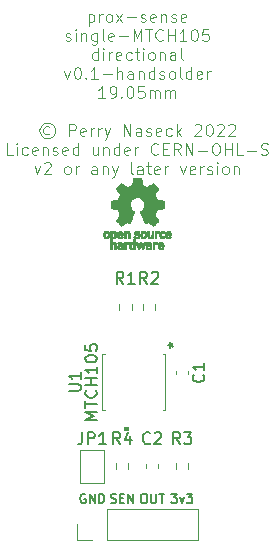
<source format=gbr>
%TF.GenerationSoftware,KiCad,Pcbnew,6.0.2*%
%TF.CreationDate,2022-03-10T12:40:52-05:00*%
%TF.ProjectId,prox-sense-single-mtch105-directional-v0.1-19.05mm-handsolder,70726f78-2d73-4656-9e73-652d73696e67,v0.1*%
%TF.SameCoordinates,Original*%
%TF.FileFunction,Legend,Top*%
%TF.FilePolarity,Positive*%
%FSLAX46Y46*%
G04 Gerber Fmt 4.6, Leading zero omitted, Abs format (unit mm)*
G04 Created by KiCad (PCBNEW 6.0.2) date 2022-03-10 12:40:52*
%MOMM*%
%LPD*%
G01*
G04 APERTURE LIST*
%ADD10C,0.125000*%
%ADD11C,0.127000*%
%ADD12C,0.150000*%
%ADD13C,0.120000*%
%ADD14C,0.010000*%
%ADD15C,0.100000*%
G04 APERTURE END LIST*
D10*
X138380946Y-70595725D02*
X138380946Y-71595725D01*
X138380946Y-70643344D02*
X138476184Y-70595725D01*
X138666660Y-70595725D01*
X138761898Y-70643344D01*
X138809517Y-70690963D01*
X138857136Y-70786201D01*
X138857136Y-71071915D01*
X138809517Y-71167153D01*
X138761898Y-71214772D01*
X138666660Y-71262391D01*
X138476184Y-71262391D01*
X138380946Y-71214772D01*
X139285708Y-71262391D02*
X139285708Y-70595725D01*
X139285708Y-70786201D02*
X139333327Y-70690963D01*
X139380946Y-70643344D01*
X139476184Y-70595725D01*
X139571422Y-70595725D01*
X140047613Y-71262391D02*
X139952374Y-71214772D01*
X139904755Y-71167153D01*
X139857136Y-71071915D01*
X139857136Y-70786201D01*
X139904755Y-70690963D01*
X139952374Y-70643344D01*
X140047613Y-70595725D01*
X140190470Y-70595725D01*
X140285708Y-70643344D01*
X140333327Y-70690963D01*
X140380946Y-70786201D01*
X140380946Y-71071915D01*
X140333327Y-71167153D01*
X140285708Y-71214772D01*
X140190470Y-71262391D01*
X140047613Y-71262391D01*
X140714279Y-71262391D02*
X141238089Y-70595725D01*
X140714279Y-70595725D02*
X141238089Y-71262391D01*
X141619041Y-70881439D02*
X142380946Y-70881439D01*
X142809517Y-71214772D02*
X142904755Y-71262391D01*
X143095232Y-71262391D01*
X143190470Y-71214772D01*
X143238089Y-71119534D01*
X143238089Y-71071915D01*
X143190470Y-70976677D01*
X143095232Y-70929058D01*
X142952374Y-70929058D01*
X142857136Y-70881439D01*
X142809517Y-70786201D01*
X142809517Y-70738582D01*
X142857136Y-70643344D01*
X142952374Y-70595725D01*
X143095232Y-70595725D01*
X143190470Y-70643344D01*
X144047613Y-71214772D02*
X143952374Y-71262391D01*
X143761898Y-71262391D01*
X143666660Y-71214772D01*
X143619041Y-71119534D01*
X143619041Y-70738582D01*
X143666660Y-70643344D01*
X143761898Y-70595725D01*
X143952374Y-70595725D01*
X144047613Y-70643344D01*
X144095232Y-70738582D01*
X144095232Y-70833820D01*
X143619041Y-70929058D01*
X144523803Y-70595725D02*
X144523803Y-71262391D01*
X144523803Y-70690963D02*
X144571422Y-70643344D01*
X144666660Y-70595725D01*
X144809517Y-70595725D01*
X144904755Y-70643344D01*
X144952374Y-70738582D01*
X144952374Y-71262391D01*
X145380946Y-71214772D02*
X145476184Y-71262391D01*
X145666660Y-71262391D01*
X145761898Y-71214772D01*
X145809517Y-71119534D01*
X145809517Y-71071915D01*
X145761898Y-70976677D01*
X145666660Y-70929058D01*
X145523803Y-70929058D01*
X145428565Y-70881439D01*
X145380946Y-70786201D01*
X145380946Y-70738582D01*
X145428565Y-70643344D01*
X145523803Y-70595725D01*
X145666660Y-70595725D01*
X145761898Y-70643344D01*
X146619041Y-71214772D02*
X146523803Y-71262391D01*
X146333327Y-71262391D01*
X146238089Y-71214772D01*
X146190470Y-71119534D01*
X146190470Y-70738582D01*
X146238089Y-70643344D01*
X146333327Y-70595725D01*
X146523803Y-70595725D01*
X146619041Y-70643344D01*
X146666660Y-70738582D01*
X146666660Y-70833820D01*
X146190470Y-70929058D01*
X136428565Y-72824772D02*
X136523803Y-72872391D01*
X136714279Y-72872391D01*
X136809517Y-72824772D01*
X136857136Y-72729534D01*
X136857136Y-72681915D01*
X136809517Y-72586677D01*
X136714279Y-72539058D01*
X136571422Y-72539058D01*
X136476184Y-72491439D01*
X136428565Y-72396201D01*
X136428565Y-72348582D01*
X136476184Y-72253344D01*
X136571422Y-72205725D01*
X136714279Y-72205725D01*
X136809517Y-72253344D01*
X137285708Y-72872391D02*
X137285708Y-72205725D01*
X137285708Y-71872391D02*
X137238089Y-71920011D01*
X137285708Y-71967630D01*
X137333327Y-71920011D01*
X137285708Y-71872391D01*
X137285708Y-71967630D01*
X137761898Y-72205725D02*
X137761898Y-72872391D01*
X137761898Y-72300963D02*
X137809517Y-72253344D01*
X137904755Y-72205725D01*
X138047613Y-72205725D01*
X138142851Y-72253344D01*
X138190470Y-72348582D01*
X138190470Y-72872391D01*
X139095232Y-72205725D02*
X139095232Y-73015249D01*
X139047613Y-73110487D01*
X138999994Y-73158106D01*
X138904755Y-73205725D01*
X138761898Y-73205725D01*
X138666660Y-73158106D01*
X139095232Y-72824772D02*
X138999994Y-72872391D01*
X138809517Y-72872391D01*
X138714279Y-72824772D01*
X138666660Y-72777153D01*
X138619041Y-72681915D01*
X138619041Y-72396201D01*
X138666660Y-72300963D01*
X138714279Y-72253344D01*
X138809517Y-72205725D01*
X138999994Y-72205725D01*
X139095232Y-72253344D01*
X139714279Y-72872391D02*
X139619041Y-72824772D01*
X139571422Y-72729534D01*
X139571422Y-71872391D01*
X140476184Y-72824772D02*
X140380946Y-72872391D01*
X140190470Y-72872391D01*
X140095232Y-72824772D01*
X140047613Y-72729534D01*
X140047613Y-72348582D01*
X140095232Y-72253344D01*
X140190470Y-72205725D01*
X140380946Y-72205725D01*
X140476184Y-72253344D01*
X140523803Y-72348582D01*
X140523803Y-72443820D01*
X140047613Y-72539058D01*
X140952374Y-72491439D02*
X141714279Y-72491439D01*
X142190470Y-72872391D02*
X142190470Y-71872391D01*
X142523803Y-72586677D01*
X142857136Y-71872391D01*
X142857136Y-72872391D01*
X143190470Y-71872391D02*
X143761898Y-71872391D01*
X143476184Y-72872391D02*
X143476184Y-71872391D01*
X144666660Y-72777153D02*
X144619041Y-72824772D01*
X144476184Y-72872391D01*
X144380946Y-72872391D01*
X144238089Y-72824772D01*
X144142851Y-72729534D01*
X144095232Y-72634296D01*
X144047613Y-72443820D01*
X144047613Y-72300963D01*
X144095232Y-72110487D01*
X144142851Y-72015249D01*
X144238089Y-71920011D01*
X144380946Y-71872391D01*
X144476184Y-71872391D01*
X144619041Y-71920011D01*
X144666660Y-71967630D01*
X145095232Y-72872391D02*
X145095232Y-71872391D01*
X145095232Y-72348582D02*
X145666660Y-72348582D01*
X145666660Y-72872391D02*
X145666660Y-71872391D01*
X146666660Y-72872391D02*
X146095232Y-72872391D01*
X146380946Y-72872391D02*
X146380946Y-71872391D01*
X146285708Y-72015249D01*
X146190470Y-72110487D01*
X146095232Y-72158106D01*
X147285708Y-71872391D02*
X147380946Y-71872391D01*
X147476184Y-71920011D01*
X147523803Y-71967630D01*
X147571422Y-72062868D01*
X147619041Y-72253344D01*
X147619041Y-72491439D01*
X147571422Y-72681915D01*
X147523803Y-72777153D01*
X147476184Y-72824772D01*
X147380946Y-72872391D01*
X147285708Y-72872391D01*
X147190470Y-72824772D01*
X147142851Y-72777153D01*
X147095232Y-72681915D01*
X147047613Y-72491439D01*
X147047613Y-72253344D01*
X147095232Y-72062868D01*
X147142851Y-71967630D01*
X147190470Y-71920011D01*
X147285708Y-71872391D01*
X148523803Y-71872391D02*
X148047613Y-71872391D01*
X147999993Y-72348582D01*
X148047613Y-72300963D01*
X148142851Y-72253344D01*
X148380946Y-72253344D01*
X148476184Y-72300963D01*
X148523803Y-72348582D01*
X148571422Y-72443820D01*
X148571422Y-72681915D01*
X148523803Y-72777153D01*
X148476184Y-72824772D01*
X148380946Y-72872391D01*
X148142851Y-72872391D01*
X148047613Y-72824772D01*
X147999993Y-72777153D01*
X139166660Y-74482391D02*
X139166660Y-73482391D01*
X139166660Y-74434772D02*
X139071422Y-74482391D01*
X138880946Y-74482391D01*
X138785708Y-74434772D01*
X138738089Y-74387153D01*
X138690470Y-74291915D01*
X138690470Y-74006201D01*
X138738089Y-73910963D01*
X138785708Y-73863344D01*
X138880946Y-73815725D01*
X139071422Y-73815725D01*
X139166660Y-73863344D01*
X139642851Y-74482391D02*
X139642851Y-73815725D01*
X139642851Y-73482391D02*
X139595232Y-73530011D01*
X139642851Y-73577630D01*
X139690470Y-73530011D01*
X139642851Y-73482391D01*
X139642851Y-73577630D01*
X140119041Y-74482391D02*
X140119041Y-73815725D01*
X140119041Y-74006201D02*
X140166660Y-73910963D01*
X140214279Y-73863344D01*
X140309517Y-73815725D01*
X140404755Y-73815725D01*
X141119041Y-74434772D02*
X141023803Y-74482391D01*
X140833327Y-74482391D01*
X140738089Y-74434772D01*
X140690470Y-74339534D01*
X140690470Y-73958582D01*
X140738089Y-73863344D01*
X140833327Y-73815725D01*
X141023803Y-73815725D01*
X141119041Y-73863344D01*
X141166660Y-73958582D01*
X141166660Y-74053820D01*
X140690470Y-74149058D01*
X142023803Y-74434772D02*
X141928565Y-74482391D01*
X141738089Y-74482391D01*
X141642851Y-74434772D01*
X141595232Y-74387153D01*
X141547613Y-74291915D01*
X141547613Y-74006201D01*
X141595232Y-73910963D01*
X141642851Y-73863344D01*
X141738089Y-73815725D01*
X141928565Y-73815725D01*
X142023803Y-73863344D01*
X142309517Y-73815725D02*
X142690470Y-73815725D01*
X142452374Y-73482391D02*
X142452374Y-74339534D01*
X142499994Y-74434772D01*
X142595232Y-74482391D01*
X142690470Y-74482391D01*
X143023803Y-74482391D02*
X143023803Y-73815725D01*
X143023803Y-73482391D02*
X142976184Y-73530011D01*
X143023803Y-73577630D01*
X143071422Y-73530011D01*
X143023803Y-73482391D01*
X143023803Y-73577630D01*
X143642851Y-74482391D02*
X143547613Y-74434772D01*
X143499994Y-74387153D01*
X143452374Y-74291915D01*
X143452374Y-74006201D01*
X143499994Y-73910963D01*
X143547613Y-73863344D01*
X143642851Y-73815725D01*
X143785708Y-73815725D01*
X143880946Y-73863344D01*
X143928565Y-73910963D01*
X143976184Y-74006201D01*
X143976184Y-74291915D01*
X143928565Y-74387153D01*
X143880946Y-74434772D01*
X143785708Y-74482391D01*
X143642851Y-74482391D01*
X144404755Y-73815725D02*
X144404755Y-74482391D01*
X144404755Y-73910963D02*
X144452374Y-73863344D01*
X144547613Y-73815725D01*
X144690470Y-73815725D01*
X144785708Y-73863344D01*
X144833327Y-73958582D01*
X144833327Y-74482391D01*
X145738089Y-74482391D02*
X145738089Y-73958582D01*
X145690470Y-73863344D01*
X145595232Y-73815725D01*
X145404755Y-73815725D01*
X145309517Y-73863344D01*
X145738089Y-74434772D02*
X145642851Y-74482391D01*
X145404755Y-74482391D01*
X145309517Y-74434772D01*
X145261898Y-74339534D01*
X145261898Y-74244296D01*
X145309517Y-74149058D01*
X145404755Y-74101439D01*
X145642851Y-74101439D01*
X145738089Y-74053820D01*
X146357136Y-74482391D02*
X146261898Y-74434772D01*
X146214279Y-74339534D01*
X146214279Y-73482391D01*
X136333327Y-75425725D02*
X136571422Y-76092391D01*
X136809517Y-75425725D01*
X137380946Y-75092391D02*
X137476184Y-75092391D01*
X137571422Y-75140011D01*
X137619041Y-75187630D01*
X137666660Y-75282868D01*
X137714279Y-75473344D01*
X137714279Y-75711439D01*
X137666660Y-75901915D01*
X137619041Y-75997153D01*
X137571422Y-76044772D01*
X137476184Y-76092391D01*
X137380946Y-76092391D01*
X137285708Y-76044772D01*
X137238089Y-75997153D01*
X137190470Y-75901915D01*
X137142851Y-75711439D01*
X137142851Y-75473344D01*
X137190470Y-75282868D01*
X137238089Y-75187630D01*
X137285708Y-75140011D01*
X137380946Y-75092391D01*
X138142851Y-75997153D02*
X138190470Y-76044772D01*
X138142851Y-76092391D01*
X138095232Y-76044772D01*
X138142851Y-75997153D01*
X138142851Y-76092391D01*
X139142851Y-76092391D02*
X138571422Y-76092391D01*
X138857136Y-76092391D02*
X138857136Y-75092391D01*
X138761898Y-75235249D01*
X138666660Y-75330487D01*
X138571422Y-75378106D01*
X139571422Y-75711439D02*
X140333327Y-75711439D01*
X140809517Y-76092391D02*
X140809517Y-75092391D01*
X141238089Y-76092391D02*
X141238089Y-75568582D01*
X141190470Y-75473344D01*
X141095232Y-75425725D01*
X140952374Y-75425725D01*
X140857136Y-75473344D01*
X140809517Y-75520963D01*
X142142851Y-76092391D02*
X142142851Y-75568582D01*
X142095232Y-75473344D01*
X141999994Y-75425725D01*
X141809517Y-75425725D01*
X141714279Y-75473344D01*
X142142851Y-76044772D02*
X142047613Y-76092391D01*
X141809517Y-76092391D01*
X141714279Y-76044772D01*
X141666660Y-75949534D01*
X141666660Y-75854296D01*
X141714279Y-75759058D01*
X141809517Y-75711439D01*
X142047613Y-75711439D01*
X142142851Y-75663820D01*
X142619041Y-75425725D02*
X142619041Y-76092391D01*
X142619041Y-75520963D02*
X142666660Y-75473344D01*
X142761898Y-75425725D01*
X142904755Y-75425725D01*
X142999994Y-75473344D01*
X143047613Y-75568582D01*
X143047613Y-76092391D01*
X143952374Y-76092391D02*
X143952374Y-75092391D01*
X143952374Y-76044772D02*
X143857136Y-76092391D01*
X143666660Y-76092391D01*
X143571422Y-76044772D01*
X143523803Y-75997153D01*
X143476184Y-75901915D01*
X143476184Y-75616201D01*
X143523803Y-75520963D01*
X143571422Y-75473344D01*
X143666660Y-75425725D01*
X143857136Y-75425725D01*
X143952374Y-75473344D01*
X144380946Y-76044772D02*
X144476184Y-76092391D01*
X144666660Y-76092391D01*
X144761898Y-76044772D01*
X144809517Y-75949534D01*
X144809517Y-75901915D01*
X144761898Y-75806677D01*
X144666660Y-75759058D01*
X144523803Y-75759058D01*
X144428565Y-75711439D01*
X144380946Y-75616201D01*
X144380946Y-75568582D01*
X144428565Y-75473344D01*
X144523803Y-75425725D01*
X144666660Y-75425725D01*
X144761898Y-75473344D01*
X145380946Y-76092391D02*
X145285708Y-76044772D01*
X145238089Y-75997153D01*
X145190470Y-75901915D01*
X145190470Y-75616201D01*
X145238089Y-75520963D01*
X145285708Y-75473344D01*
X145380946Y-75425725D01*
X145523803Y-75425725D01*
X145619041Y-75473344D01*
X145666660Y-75520963D01*
X145714279Y-75616201D01*
X145714279Y-75901915D01*
X145666660Y-75997153D01*
X145619041Y-76044772D01*
X145523803Y-76092391D01*
X145380946Y-76092391D01*
X146285708Y-76092391D02*
X146190470Y-76044772D01*
X146142851Y-75949534D01*
X146142851Y-75092391D01*
X147095232Y-76092391D02*
X147095232Y-75092391D01*
X147095232Y-76044772D02*
X146999994Y-76092391D01*
X146809517Y-76092391D01*
X146714279Y-76044772D01*
X146666660Y-75997153D01*
X146619041Y-75901915D01*
X146619041Y-75616201D01*
X146666660Y-75520963D01*
X146714279Y-75473344D01*
X146809517Y-75425725D01*
X146999994Y-75425725D01*
X147095232Y-75473344D01*
X147952374Y-76044772D02*
X147857136Y-76092391D01*
X147666660Y-76092391D01*
X147571422Y-76044772D01*
X147523803Y-75949534D01*
X147523803Y-75568582D01*
X147571422Y-75473344D01*
X147666660Y-75425725D01*
X147857136Y-75425725D01*
X147952374Y-75473344D01*
X147999994Y-75568582D01*
X147999994Y-75663820D01*
X147523803Y-75759058D01*
X148428565Y-76092391D02*
X148428565Y-75425725D01*
X148428565Y-75616201D02*
X148476184Y-75520963D01*
X148523803Y-75473344D01*
X148619041Y-75425725D01*
X148714279Y-75425725D01*
X139785708Y-77702391D02*
X139214279Y-77702391D01*
X139499994Y-77702391D02*
X139499994Y-76702391D01*
X139404755Y-76845249D01*
X139309517Y-76940487D01*
X139214279Y-76988106D01*
X140261898Y-77702391D02*
X140452374Y-77702391D01*
X140547613Y-77654772D01*
X140595232Y-77607153D01*
X140690470Y-77464296D01*
X140738089Y-77273820D01*
X140738089Y-76892868D01*
X140690470Y-76797630D01*
X140642851Y-76750011D01*
X140547613Y-76702391D01*
X140357136Y-76702391D01*
X140261898Y-76750011D01*
X140214279Y-76797630D01*
X140166660Y-76892868D01*
X140166660Y-77130963D01*
X140214279Y-77226201D01*
X140261898Y-77273820D01*
X140357136Y-77321439D01*
X140547613Y-77321439D01*
X140642851Y-77273820D01*
X140690470Y-77226201D01*
X140738089Y-77130963D01*
X141166660Y-77607153D02*
X141214279Y-77654772D01*
X141166660Y-77702391D01*
X141119041Y-77654772D01*
X141166660Y-77607153D01*
X141166660Y-77702391D01*
X141833327Y-76702391D02*
X141928565Y-76702391D01*
X142023803Y-76750011D01*
X142071422Y-76797630D01*
X142119041Y-76892868D01*
X142166660Y-77083344D01*
X142166660Y-77321439D01*
X142119041Y-77511915D01*
X142071422Y-77607153D01*
X142023803Y-77654772D01*
X141928565Y-77702391D01*
X141833327Y-77702391D01*
X141738089Y-77654772D01*
X141690470Y-77607153D01*
X141642851Y-77511915D01*
X141595232Y-77321439D01*
X141595232Y-77083344D01*
X141642851Y-76892868D01*
X141690470Y-76797630D01*
X141738089Y-76750011D01*
X141833327Y-76702391D01*
X143071422Y-76702391D02*
X142595232Y-76702391D01*
X142547613Y-77178582D01*
X142595232Y-77130963D01*
X142690470Y-77083344D01*
X142928565Y-77083344D01*
X143023803Y-77130963D01*
X143071422Y-77178582D01*
X143119041Y-77273820D01*
X143119041Y-77511915D01*
X143071422Y-77607153D01*
X143023803Y-77654772D01*
X142928565Y-77702391D01*
X142690470Y-77702391D01*
X142595232Y-77654772D01*
X142547613Y-77607153D01*
X143547613Y-77702391D02*
X143547613Y-77035725D01*
X143547613Y-77130963D02*
X143595232Y-77083344D01*
X143690470Y-77035725D01*
X143833327Y-77035725D01*
X143928565Y-77083344D01*
X143976184Y-77178582D01*
X143976184Y-77702391D01*
X143976184Y-77178582D02*
X144023803Y-77083344D01*
X144119041Y-77035725D01*
X144261898Y-77035725D01*
X144357136Y-77083344D01*
X144404755Y-77178582D01*
X144404755Y-77702391D01*
X144880946Y-77702391D02*
X144880946Y-77035725D01*
X144880946Y-77130963D02*
X144928565Y-77083344D01*
X145023803Y-77035725D01*
X145166660Y-77035725D01*
X145261898Y-77083344D01*
X145309517Y-77178582D01*
X145309517Y-77702391D01*
X145309517Y-77178582D02*
X145357136Y-77083344D01*
X145452374Y-77035725D01*
X145595232Y-77035725D01*
X145690470Y-77083344D01*
X145738089Y-77178582D01*
X145738089Y-77702391D01*
X135071422Y-80160487D02*
X134976184Y-80112868D01*
X134785708Y-80112868D01*
X134690470Y-80160487D01*
X134595232Y-80255725D01*
X134547613Y-80350963D01*
X134547613Y-80541439D01*
X134595232Y-80636677D01*
X134690470Y-80731915D01*
X134785708Y-80779534D01*
X134976184Y-80779534D01*
X135071422Y-80731915D01*
X134880946Y-79779534D02*
X134642851Y-79827153D01*
X134404755Y-79970011D01*
X134261898Y-80208106D01*
X134214279Y-80446201D01*
X134261898Y-80684296D01*
X134404755Y-80922391D01*
X134642851Y-81065249D01*
X134880946Y-81112868D01*
X135119041Y-81065249D01*
X135357136Y-80922391D01*
X135499994Y-80684296D01*
X135547613Y-80446201D01*
X135499994Y-80208106D01*
X135357136Y-79970011D01*
X135119041Y-79827153D01*
X134880946Y-79779534D01*
X136738089Y-80922391D02*
X136738089Y-79922391D01*
X137119041Y-79922391D01*
X137214279Y-79970011D01*
X137261898Y-80017630D01*
X137309517Y-80112868D01*
X137309517Y-80255725D01*
X137261898Y-80350963D01*
X137214279Y-80398582D01*
X137119041Y-80446201D01*
X136738089Y-80446201D01*
X138119041Y-80874772D02*
X138023803Y-80922391D01*
X137833327Y-80922391D01*
X137738089Y-80874772D01*
X137690470Y-80779534D01*
X137690470Y-80398582D01*
X137738089Y-80303344D01*
X137833327Y-80255725D01*
X138023803Y-80255725D01*
X138119041Y-80303344D01*
X138166660Y-80398582D01*
X138166660Y-80493820D01*
X137690470Y-80589058D01*
X138595232Y-80922391D02*
X138595232Y-80255725D01*
X138595232Y-80446201D02*
X138642851Y-80350963D01*
X138690470Y-80303344D01*
X138785708Y-80255725D01*
X138880946Y-80255725D01*
X139214279Y-80922391D02*
X139214279Y-80255725D01*
X139214279Y-80446201D02*
X139261898Y-80350963D01*
X139309517Y-80303344D01*
X139404755Y-80255725D01*
X139499994Y-80255725D01*
X139738089Y-80255725D02*
X139976184Y-80922391D01*
X140214279Y-80255725D02*
X139976184Y-80922391D01*
X139880946Y-81160487D01*
X139833327Y-81208106D01*
X139738089Y-81255725D01*
X141357136Y-80922391D02*
X141357136Y-79922391D01*
X141928565Y-80922391D01*
X141928565Y-79922391D01*
X142833327Y-80922391D02*
X142833327Y-80398582D01*
X142785708Y-80303344D01*
X142690470Y-80255725D01*
X142499994Y-80255725D01*
X142404755Y-80303344D01*
X142833327Y-80874772D02*
X142738089Y-80922391D01*
X142499994Y-80922391D01*
X142404755Y-80874772D01*
X142357136Y-80779534D01*
X142357136Y-80684296D01*
X142404755Y-80589058D01*
X142499994Y-80541439D01*
X142738089Y-80541439D01*
X142833327Y-80493820D01*
X143261898Y-80874772D02*
X143357136Y-80922391D01*
X143547613Y-80922391D01*
X143642851Y-80874772D01*
X143690470Y-80779534D01*
X143690470Y-80731915D01*
X143642851Y-80636677D01*
X143547613Y-80589058D01*
X143404755Y-80589058D01*
X143309517Y-80541439D01*
X143261898Y-80446201D01*
X143261898Y-80398582D01*
X143309517Y-80303344D01*
X143404755Y-80255725D01*
X143547613Y-80255725D01*
X143642851Y-80303344D01*
X144499994Y-80874772D02*
X144404755Y-80922391D01*
X144214279Y-80922391D01*
X144119041Y-80874772D01*
X144071422Y-80779534D01*
X144071422Y-80398582D01*
X144119041Y-80303344D01*
X144214279Y-80255725D01*
X144404755Y-80255725D01*
X144499994Y-80303344D01*
X144547613Y-80398582D01*
X144547613Y-80493820D01*
X144071422Y-80589058D01*
X145404755Y-80874772D02*
X145309517Y-80922391D01*
X145119041Y-80922391D01*
X145023803Y-80874772D01*
X144976184Y-80827153D01*
X144928565Y-80731915D01*
X144928565Y-80446201D01*
X144976184Y-80350963D01*
X145023803Y-80303344D01*
X145119041Y-80255725D01*
X145309517Y-80255725D01*
X145404755Y-80303344D01*
X145833327Y-80922391D02*
X145833327Y-79922391D01*
X145928565Y-80541439D02*
X146214279Y-80922391D01*
X146214279Y-80255725D02*
X145833327Y-80636677D01*
X147357136Y-80017630D02*
X147404755Y-79970011D01*
X147499994Y-79922391D01*
X147738089Y-79922391D01*
X147833327Y-79970011D01*
X147880946Y-80017630D01*
X147928565Y-80112868D01*
X147928565Y-80208106D01*
X147880946Y-80350963D01*
X147309517Y-80922391D01*
X147928565Y-80922391D01*
X148547613Y-79922391D02*
X148642851Y-79922391D01*
X148738089Y-79970011D01*
X148785708Y-80017630D01*
X148833327Y-80112868D01*
X148880946Y-80303344D01*
X148880946Y-80541439D01*
X148833327Y-80731915D01*
X148785708Y-80827153D01*
X148738089Y-80874772D01*
X148642851Y-80922391D01*
X148547613Y-80922391D01*
X148452374Y-80874772D01*
X148404755Y-80827153D01*
X148357136Y-80731915D01*
X148309517Y-80541439D01*
X148309517Y-80303344D01*
X148357136Y-80112868D01*
X148404755Y-80017630D01*
X148452374Y-79970011D01*
X148547613Y-79922391D01*
X149261898Y-80017630D02*
X149309517Y-79970011D01*
X149404755Y-79922391D01*
X149642851Y-79922391D01*
X149738089Y-79970011D01*
X149785708Y-80017630D01*
X149833327Y-80112868D01*
X149833327Y-80208106D01*
X149785708Y-80350963D01*
X149214279Y-80922391D01*
X149833327Y-80922391D01*
X150214279Y-80017630D02*
X150261898Y-79970011D01*
X150357136Y-79922391D01*
X150595232Y-79922391D01*
X150690470Y-79970011D01*
X150738089Y-80017630D01*
X150785708Y-80112868D01*
X150785708Y-80208106D01*
X150738089Y-80350963D01*
X150166660Y-80922391D01*
X150785708Y-80922391D01*
X131976184Y-82532391D02*
X131499994Y-82532391D01*
X131499994Y-81532391D01*
X132309517Y-82532391D02*
X132309517Y-81865725D01*
X132309517Y-81532391D02*
X132261898Y-81580011D01*
X132309517Y-81627630D01*
X132357136Y-81580011D01*
X132309517Y-81532391D01*
X132309517Y-81627630D01*
X133214279Y-82484772D02*
X133119041Y-82532391D01*
X132928565Y-82532391D01*
X132833327Y-82484772D01*
X132785708Y-82437153D01*
X132738089Y-82341915D01*
X132738089Y-82056201D01*
X132785708Y-81960963D01*
X132833327Y-81913344D01*
X132928565Y-81865725D01*
X133119041Y-81865725D01*
X133214279Y-81913344D01*
X134023803Y-82484772D02*
X133928565Y-82532391D01*
X133738089Y-82532391D01*
X133642851Y-82484772D01*
X133595232Y-82389534D01*
X133595232Y-82008582D01*
X133642851Y-81913344D01*
X133738089Y-81865725D01*
X133928565Y-81865725D01*
X134023803Y-81913344D01*
X134071422Y-82008582D01*
X134071422Y-82103820D01*
X133595232Y-82199058D01*
X134499994Y-81865725D02*
X134499994Y-82532391D01*
X134499994Y-81960963D02*
X134547613Y-81913344D01*
X134642851Y-81865725D01*
X134785708Y-81865725D01*
X134880946Y-81913344D01*
X134928565Y-82008582D01*
X134928565Y-82532391D01*
X135357136Y-82484772D02*
X135452374Y-82532391D01*
X135642851Y-82532391D01*
X135738089Y-82484772D01*
X135785708Y-82389534D01*
X135785708Y-82341915D01*
X135738089Y-82246677D01*
X135642851Y-82199058D01*
X135499994Y-82199058D01*
X135404755Y-82151439D01*
X135357136Y-82056201D01*
X135357136Y-82008582D01*
X135404755Y-81913344D01*
X135499994Y-81865725D01*
X135642851Y-81865725D01*
X135738089Y-81913344D01*
X136595232Y-82484772D02*
X136499994Y-82532391D01*
X136309517Y-82532391D01*
X136214279Y-82484772D01*
X136166660Y-82389534D01*
X136166660Y-82008582D01*
X136214279Y-81913344D01*
X136309517Y-81865725D01*
X136499994Y-81865725D01*
X136595232Y-81913344D01*
X136642851Y-82008582D01*
X136642851Y-82103820D01*
X136166660Y-82199058D01*
X137499994Y-82532391D02*
X137499994Y-81532391D01*
X137499994Y-82484772D02*
X137404755Y-82532391D01*
X137214279Y-82532391D01*
X137119041Y-82484772D01*
X137071422Y-82437153D01*
X137023803Y-82341915D01*
X137023803Y-82056201D01*
X137071422Y-81960963D01*
X137119041Y-81913344D01*
X137214279Y-81865725D01*
X137404755Y-81865725D01*
X137499994Y-81913344D01*
X139166660Y-81865725D02*
X139166660Y-82532391D01*
X138738089Y-81865725D02*
X138738089Y-82389534D01*
X138785708Y-82484772D01*
X138880946Y-82532391D01*
X139023803Y-82532391D01*
X139119041Y-82484772D01*
X139166660Y-82437153D01*
X139642851Y-81865725D02*
X139642851Y-82532391D01*
X139642851Y-81960963D02*
X139690470Y-81913344D01*
X139785708Y-81865725D01*
X139928565Y-81865725D01*
X140023803Y-81913344D01*
X140071422Y-82008582D01*
X140071422Y-82532391D01*
X140976184Y-82532391D02*
X140976184Y-81532391D01*
X140976184Y-82484772D02*
X140880946Y-82532391D01*
X140690470Y-82532391D01*
X140595232Y-82484772D01*
X140547613Y-82437153D01*
X140499994Y-82341915D01*
X140499994Y-82056201D01*
X140547613Y-81960963D01*
X140595232Y-81913344D01*
X140690470Y-81865725D01*
X140880946Y-81865725D01*
X140976184Y-81913344D01*
X141833327Y-82484772D02*
X141738089Y-82532391D01*
X141547613Y-82532391D01*
X141452374Y-82484772D01*
X141404755Y-82389534D01*
X141404755Y-82008582D01*
X141452374Y-81913344D01*
X141547613Y-81865725D01*
X141738089Y-81865725D01*
X141833327Y-81913344D01*
X141880946Y-82008582D01*
X141880946Y-82103820D01*
X141404755Y-82199058D01*
X142309517Y-82532391D02*
X142309517Y-81865725D01*
X142309517Y-82056201D02*
X142357136Y-81960963D01*
X142404755Y-81913344D01*
X142499994Y-81865725D01*
X142595232Y-81865725D01*
X144261898Y-82437153D02*
X144214279Y-82484772D01*
X144071422Y-82532391D01*
X143976184Y-82532391D01*
X143833327Y-82484772D01*
X143738089Y-82389534D01*
X143690470Y-82294296D01*
X143642851Y-82103820D01*
X143642851Y-81960963D01*
X143690470Y-81770487D01*
X143738089Y-81675249D01*
X143833327Y-81580011D01*
X143976184Y-81532391D01*
X144071422Y-81532391D01*
X144214279Y-81580011D01*
X144261898Y-81627630D01*
X144690470Y-82008582D02*
X145023803Y-82008582D01*
X145166660Y-82532391D02*
X144690470Y-82532391D01*
X144690470Y-81532391D01*
X145166660Y-81532391D01*
X146166660Y-82532391D02*
X145833327Y-82056201D01*
X145595232Y-82532391D02*
X145595232Y-81532391D01*
X145976184Y-81532391D01*
X146071422Y-81580011D01*
X146119041Y-81627630D01*
X146166660Y-81722868D01*
X146166660Y-81865725D01*
X146119041Y-81960963D01*
X146071422Y-82008582D01*
X145976184Y-82056201D01*
X145595232Y-82056201D01*
X146595232Y-82532391D02*
X146595232Y-81532391D01*
X147166660Y-82532391D01*
X147166660Y-81532391D01*
X147642851Y-82151439D02*
X148404755Y-82151439D01*
X149071422Y-81532391D02*
X149261898Y-81532391D01*
X149357136Y-81580011D01*
X149452374Y-81675249D01*
X149499994Y-81865725D01*
X149499994Y-82199058D01*
X149452374Y-82389534D01*
X149357136Y-82484772D01*
X149261898Y-82532391D01*
X149071422Y-82532391D01*
X148976184Y-82484772D01*
X148880946Y-82389534D01*
X148833327Y-82199058D01*
X148833327Y-81865725D01*
X148880946Y-81675249D01*
X148976184Y-81580011D01*
X149071422Y-81532391D01*
X149928565Y-82532391D02*
X149928565Y-81532391D01*
X149928565Y-82008582D02*
X150499994Y-82008582D01*
X150499994Y-82532391D02*
X150499994Y-81532391D01*
X151452374Y-82532391D02*
X150976184Y-82532391D01*
X150976184Y-81532391D01*
X151785708Y-82151439D02*
X152547613Y-82151439D01*
X152976184Y-82484772D02*
X153119041Y-82532391D01*
X153357136Y-82532391D01*
X153452374Y-82484772D01*
X153499994Y-82437153D01*
X153547613Y-82341915D01*
X153547613Y-82246677D01*
X153499994Y-82151439D01*
X153452374Y-82103820D01*
X153357136Y-82056201D01*
X153166660Y-82008582D01*
X153071422Y-81960963D01*
X153023803Y-81913344D01*
X152976184Y-81818106D01*
X152976184Y-81722868D01*
X153023803Y-81627630D01*
X153071422Y-81580011D01*
X153166660Y-81532391D01*
X153404755Y-81532391D01*
X153547613Y-81580011D01*
X133809517Y-83475725D02*
X134047613Y-84142391D01*
X134285708Y-83475725D01*
X134619041Y-83237630D02*
X134666660Y-83190011D01*
X134761898Y-83142391D01*
X134999994Y-83142391D01*
X135095232Y-83190011D01*
X135142851Y-83237630D01*
X135190470Y-83332868D01*
X135190470Y-83428106D01*
X135142851Y-83570963D01*
X134571422Y-84142391D01*
X135190470Y-84142391D01*
X136523803Y-84142391D02*
X136428565Y-84094772D01*
X136380946Y-84047153D01*
X136333327Y-83951915D01*
X136333327Y-83666201D01*
X136380946Y-83570963D01*
X136428565Y-83523344D01*
X136523803Y-83475725D01*
X136666660Y-83475725D01*
X136761898Y-83523344D01*
X136809517Y-83570963D01*
X136857136Y-83666201D01*
X136857136Y-83951915D01*
X136809517Y-84047153D01*
X136761898Y-84094772D01*
X136666660Y-84142391D01*
X136523803Y-84142391D01*
X137285708Y-84142391D02*
X137285708Y-83475725D01*
X137285708Y-83666201D02*
X137333327Y-83570963D01*
X137380946Y-83523344D01*
X137476184Y-83475725D01*
X137571422Y-83475725D01*
X139095232Y-84142391D02*
X139095232Y-83618582D01*
X139047613Y-83523344D01*
X138952374Y-83475725D01*
X138761898Y-83475725D01*
X138666660Y-83523344D01*
X139095232Y-84094772D02*
X138999994Y-84142391D01*
X138761898Y-84142391D01*
X138666660Y-84094772D01*
X138619041Y-83999534D01*
X138619041Y-83904296D01*
X138666660Y-83809058D01*
X138761898Y-83761439D01*
X138999994Y-83761439D01*
X139095232Y-83713820D01*
X139571422Y-83475725D02*
X139571422Y-84142391D01*
X139571422Y-83570963D02*
X139619041Y-83523344D01*
X139714279Y-83475725D01*
X139857136Y-83475725D01*
X139952374Y-83523344D01*
X139999994Y-83618582D01*
X139999994Y-84142391D01*
X140380946Y-83475725D02*
X140619041Y-84142391D01*
X140857136Y-83475725D02*
X140619041Y-84142391D01*
X140523803Y-84380487D01*
X140476184Y-84428106D01*
X140380946Y-84475725D01*
X142142851Y-84142391D02*
X142047613Y-84094772D01*
X141999994Y-83999534D01*
X141999994Y-83142391D01*
X142952374Y-84142391D02*
X142952374Y-83618582D01*
X142904755Y-83523344D01*
X142809517Y-83475725D01*
X142619041Y-83475725D01*
X142523803Y-83523344D01*
X142952374Y-84094772D02*
X142857136Y-84142391D01*
X142619041Y-84142391D01*
X142523803Y-84094772D01*
X142476184Y-83999534D01*
X142476184Y-83904296D01*
X142523803Y-83809058D01*
X142619041Y-83761439D01*
X142857136Y-83761439D01*
X142952374Y-83713820D01*
X143285708Y-83475725D02*
X143666660Y-83475725D01*
X143428565Y-83142391D02*
X143428565Y-83999534D01*
X143476184Y-84094772D01*
X143571422Y-84142391D01*
X143666660Y-84142391D01*
X144380946Y-84094772D02*
X144285708Y-84142391D01*
X144095232Y-84142391D01*
X143999994Y-84094772D01*
X143952374Y-83999534D01*
X143952374Y-83618582D01*
X143999994Y-83523344D01*
X144095232Y-83475725D01*
X144285708Y-83475725D01*
X144380946Y-83523344D01*
X144428565Y-83618582D01*
X144428565Y-83713820D01*
X143952374Y-83809058D01*
X144857136Y-84142391D02*
X144857136Y-83475725D01*
X144857136Y-83666201D02*
X144904755Y-83570963D01*
X144952374Y-83523344D01*
X145047613Y-83475725D01*
X145142851Y-83475725D01*
X146142851Y-83475725D02*
X146380946Y-84142391D01*
X146619041Y-83475725D01*
X147380946Y-84094772D02*
X147285708Y-84142391D01*
X147095232Y-84142391D01*
X146999994Y-84094772D01*
X146952374Y-83999534D01*
X146952374Y-83618582D01*
X146999994Y-83523344D01*
X147095232Y-83475725D01*
X147285708Y-83475725D01*
X147380946Y-83523344D01*
X147428565Y-83618582D01*
X147428565Y-83713820D01*
X146952374Y-83809058D01*
X147857136Y-84142391D02*
X147857136Y-83475725D01*
X147857136Y-83666201D02*
X147904755Y-83570963D01*
X147952374Y-83523344D01*
X148047613Y-83475725D01*
X148142851Y-83475725D01*
X148428565Y-84094772D02*
X148523803Y-84142391D01*
X148714279Y-84142391D01*
X148809517Y-84094772D01*
X148857136Y-83999534D01*
X148857136Y-83951915D01*
X148809517Y-83856677D01*
X148714279Y-83809058D01*
X148571422Y-83809058D01*
X148476184Y-83761439D01*
X148428565Y-83666201D01*
X148428565Y-83618582D01*
X148476184Y-83523344D01*
X148571422Y-83475725D01*
X148714279Y-83475725D01*
X148809517Y-83523344D01*
X149285708Y-84142391D02*
X149285708Y-83475725D01*
X149285708Y-83142391D02*
X149238089Y-83190011D01*
X149285708Y-83237630D01*
X149333327Y-83190011D01*
X149285708Y-83142391D01*
X149285708Y-83237630D01*
X149904755Y-84142391D02*
X149809517Y-84094772D01*
X149761898Y-84047153D01*
X149714279Y-83951915D01*
X149714279Y-83666201D01*
X149761898Y-83570963D01*
X149809517Y-83523344D01*
X149904755Y-83475725D01*
X150047613Y-83475725D01*
X150142851Y-83523344D01*
X150190470Y-83570963D01*
X150238089Y-83666201D01*
X150238089Y-83951915D01*
X150190470Y-84047153D01*
X150142851Y-84094772D01*
X150047613Y-84142391D01*
X149904755Y-84142391D01*
X150666660Y-83475725D02*
X150666660Y-84142391D01*
X150666660Y-83570963D02*
X150714279Y-83523344D01*
X150809517Y-83475725D01*
X150952374Y-83475725D01*
X151047613Y-83523344D01*
X151095232Y-83618582D01*
X151095232Y-84142391D01*
D11*
X138109428Y-111269000D02*
X138036857Y-111232714D01*
X137928000Y-111232714D01*
X137819142Y-111269000D01*
X137746571Y-111341571D01*
X137710285Y-111414142D01*
X137674000Y-111559285D01*
X137674000Y-111668142D01*
X137710285Y-111813285D01*
X137746571Y-111885857D01*
X137819142Y-111958428D01*
X137928000Y-111994714D01*
X138000571Y-111994714D01*
X138109428Y-111958428D01*
X138145714Y-111922142D01*
X138145714Y-111668142D01*
X138000571Y-111668142D01*
X138472285Y-111994714D02*
X138472285Y-111232714D01*
X138907714Y-111994714D01*
X138907714Y-111232714D01*
X139270571Y-111994714D02*
X139270571Y-111232714D01*
X139452000Y-111232714D01*
X139560857Y-111269000D01*
X139633428Y-111341571D01*
X139669714Y-111414142D01*
X139706000Y-111559285D01*
X139706000Y-111668142D01*
X139669714Y-111813285D01*
X139633428Y-111885857D01*
X139560857Y-111958428D01*
X139452000Y-111994714D01*
X139270571Y-111994714D01*
X143008000Y-111232714D02*
X143153142Y-111232714D01*
X143225714Y-111269000D01*
X143298285Y-111341571D01*
X143334571Y-111486714D01*
X143334571Y-111740714D01*
X143298285Y-111885857D01*
X143225714Y-111958428D01*
X143153142Y-111994714D01*
X143008000Y-111994714D01*
X142935428Y-111958428D01*
X142862857Y-111885857D01*
X142826571Y-111740714D01*
X142826571Y-111486714D01*
X142862857Y-111341571D01*
X142935428Y-111269000D01*
X143008000Y-111232714D01*
X143661142Y-111232714D02*
X143661142Y-111849571D01*
X143697428Y-111922142D01*
X143733714Y-111958428D01*
X143806285Y-111994714D01*
X143951428Y-111994714D01*
X144024000Y-111958428D01*
X144060285Y-111922142D01*
X144096571Y-111849571D01*
X144096571Y-111232714D01*
X144350571Y-111232714D02*
X144786000Y-111232714D01*
X144568285Y-111994714D02*
X144568285Y-111232714D01*
X140268428Y-111958428D02*
X140377285Y-111994714D01*
X140558714Y-111994714D01*
X140631285Y-111958428D01*
X140667571Y-111922142D01*
X140703857Y-111849571D01*
X140703857Y-111777000D01*
X140667571Y-111704428D01*
X140631285Y-111668142D01*
X140558714Y-111631857D01*
X140413571Y-111595571D01*
X140341000Y-111559285D01*
X140304714Y-111523000D01*
X140268428Y-111450428D01*
X140268428Y-111377857D01*
X140304714Y-111305285D01*
X140341000Y-111269000D01*
X140413571Y-111232714D01*
X140595000Y-111232714D01*
X140703857Y-111269000D01*
X141030428Y-111595571D02*
X141284428Y-111595571D01*
X141393285Y-111994714D02*
X141030428Y-111994714D01*
X141030428Y-111232714D01*
X141393285Y-111232714D01*
X141719857Y-111994714D02*
X141719857Y-111232714D01*
X142155285Y-111994714D01*
X142155285Y-111232714D01*
X145402857Y-111232714D02*
X145874571Y-111232714D01*
X145620571Y-111523000D01*
X145729428Y-111523000D01*
X145802000Y-111559285D01*
X145838285Y-111595571D01*
X145874571Y-111668142D01*
X145874571Y-111849571D01*
X145838285Y-111922142D01*
X145802000Y-111958428D01*
X145729428Y-111994714D01*
X145511714Y-111994714D01*
X145439142Y-111958428D01*
X145402857Y-111922142D01*
X146128571Y-111486714D02*
X146310000Y-111994714D01*
X146491428Y-111486714D01*
X146709142Y-111232714D02*
X147180857Y-111232714D01*
X146926857Y-111523000D01*
X147035714Y-111523000D01*
X147108285Y-111559285D01*
X147144571Y-111595571D01*
X147180857Y-111668142D01*
X147180857Y-111849571D01*
X147144571Y-111922142D01*
X147108285Y-111958428D01*
X147035714Y-111994714D01*
X146818000Y-111994714D01*
X146745428Y-111958428D01*
X146709142Y-111922142D01*
D12*
%TO.C,R4*%
X141063333Y-107002380D02*
X140730000Y-106526190D01*
X140491904Y-107002380D02*
X140491904Y-106002380D01*
X140872857Y-106002380D01*
X140968095Y-106050000D01*
X141015714Y-106097619D01*
X141063333Y-106192857D01*
X141063333Y-106335714D01*
X141015714Y-106430952D01*
X140968095Y-106478571D01*
X140872857Y-106526190D01*
X140491904Y-106526190D01*
X141920476Y-106335714D02*
X141920476Y-107002380D01*
X141682380Y-105954761D02*
X141444285Y-106669047D01*
X142063333Y-106669047D01*
%TO.C,C1*%
X148097142Y-101115166D02*
X148144761Y-101162785D01*
X148192380Y-101305642D01*
X148192380Y-101400880D01*
X148144761Y-101543738D01*
X148049523Y-101638976D01*
X147954285Y-101686595D01*
X147763809Y-101734214D01*
X147620952Y-101734214D01*
X147430476Y-101686595D01*
X147335238Y-101638976D01*
X147240000Y-101543738D01*
X147192380Y-101400880D01*
X147192380Y-101305642D01*
X147240000Y-101162785D01*
X147287619Y-101115166D01*
X148192380Y-100162785D02*
X148192380Y-100734214D01*
X148192380Y-100448500D02*
X147192380Y-100448500D01*
X147335238Y-100543738D01*
X147430476Y-100638976D01*
X147478095Y-100734214D01*
%TO.C,U1*%
X136699380Y-102498904D02*
X137508904Y-102498904D01*
X137604142Y-102451285D01*
X137651761Y-102403666D01*
X137699380Y-102308428D01*
X137699380Y-102117952D01*
X137651761Y-102022714D01*
X137604142Y-101975095D01*
X137508904Y-101927476D01*
X136699380Y-101927476D01*
X137699380Y-100927476D02*
X137699380Y-101498904D01*
X137699380Y-101213190D02*
X136699380Y-101213190D01*
X136842238Y-101308428D01*
X136937476Y-101403666D01*
X136985095Y-101498904D01*
X139096380Y-104925518D02*
X138096380Y-104925518D01*
X138810666Y-104592185D01*
X138096380Y-104258852D01*
X139096380Y-104258852D01*
X138096380Y-103925518D02*
X138096380Y-103354090D01*
X139096380Y-103639804D02*
X138096380Y-103639804D01*
X139001142Y-102449328D02*
X139048761Y-102496947D01*
X139096380Y-102639804D01*
X139096380Y-102735042D01*
X139048761Y-102877899D01*
X138953523Y-102973137D01*
X138858285Y-103020756D01*
X138667809Y-103068375D01*
X138524952Y-103068375D01*
X138334476Y-103020756D01*
X138239238Y-102973137D01*
X138144000Y-102877899D01*
X138096380Y-102735042D01*
X138096380Y-102639804D01*
X138144000Y-102496947D01*
X138191619Y-102449328D01*
X139096380Y-102020756D02*
X138096380Y-102020756D01*
X138572571Y-102020756D02*
X138572571Y-101449328D01*
X139096380Y-101449328D02*
X138096380Y-101449328D01*
X139096380Y-100449328D02*
X139096380Y-101020756D01*
X139096380Y-100735042D02*
X138096380Y-100735042D01*
X138239238Y-100830280D01*
X138334476Y-100925518D01*
X138382095Y-101020756D01*
X138096380Y-99830280D02*
X138096380Y-99735042D01*
X138144000Y-99639804D01*
X138191619Y-99592185D01*
X138286857Y-99544566D01*
X138477333Y-99496947D01*
X138715428Y-99496947D01*
X138905904Y-99544566D01*
X139001142Y-99592185D01*
X139048761Y-99639804D01*
X139096380Y-99735042D01*
X139096380Y-99830280D01*
X139048761Y-99925518D01*
X139001142Y-99973137D01*
X138905904Y-100020756D01*
X138715428Y-100068375D01*
X138477333Y-100068375D01*
X138286857Y-100020756D01*
X138191619Y-99973137D01*
X138144000Y-99925518D01*
X138096380Y-99830280D01*
X138096380Y-98592185D02*
X138096380Y-99068375D01*
X138572571Y-99115994D01*
X138524952Y-99068375D01*
X138477333Y-98973137D01*
X138477333Y-98735042D01*
X138524952Y-98639804D01*
X138572571Y-98592185D01*
X138667809Y-98544566D01*
X138905904Y-98544566D01*
X139001142Y-98592185D01*
X139048761Y-98639804D01*
X139096380Y-98735042D01*
X139096380Y-98973137D01*
X139048761Y-99068375D01*
X139001142Y-99115994D01*
X145100980Y-98602902D02*
X145339076Y-98602902D01*
X145243838Y-98840997D02*
X145339076Y-98602902D01*
X145243838Y-98364806D01*
X145529552Y-98745759D02*
X145339076Y-98602902D01*
X145529552Y-98460044D01*
X145100980Y-98602902D02*
X145339076Y-98602902D01*
X145243838Y-98840997D02*
X145339076Y-98602902D01*
X145243838Y-98364806D01*
X145529552Y-98745759D02*
X145339076Y-98602902D01*
X145529552Y-98460044D01*
%TO.C,R1*%
X141333333Y-93426380D02*
X141000000Y-92950190D01*
X140761904Y-93426380D02*
X140761904Y-92426380D01*
X141142857Y-92426380D01*
X141238095Y-92474000D01*
X141285714Y-92521619D01*
X141333333Y-92616857D01*
X141333333Y-92759714D01*
X141285714Y-92854952D01*
X141238095Y-92902571D01*
X141142857Y-92950190D01*
X140761904Y-92950190D01*
X142285714Y-93426380D02*
X141714285Y-93426380D01*
X142000000Y-93426380D02*
X142000000Y-92426380D01*
X141904761Y-92569238D01*
X141809523Y-92664476D01*
X141714285Y-92712095D01*
%TO.C,R3*%
X146143333Y-107002380D02*
X145810000Y-106526190D01*
X145571904Y-107002380D02*
X145571904Y-106002380D01*
X145952857Y-106002380D01*
X146048095Y-106050000D01*
X146095714Y-106097619D01*
X146143333Y-106192857D01*
X146143333Y-106335714D01*
X146095714Y-106430952D01*
X146048095Y-106478571D01*
X145952857Y-106526190D01*
X145571904Y-106526190D01*
X146476666Y-106002380D02*
X147095714Y-106002380D01*
X146762380Y-106383333D01*
X146905238Y-106383333D01*
X147000476Y-106430952D01*
X147048095Y-106478571D01*
X147095714Y-106573809D01*
X147095714Y-106811904D01*
X147048095Y-106907142D01*
X147000476Y-106954761D01*
X146905238Y-107002380D01*
X146619523Y-107002380D01*
X146524285Y-106954761D01*
X146476666Y-106907142D01*
%TO.C,C2*%
X143603333Y-106907142D02*
X143555714Y-106954761D01*
X143412857Y-107002380D01*
X143317619Y-107002380D01*
X143174761Y-106954761D01*
X143079523Y-106859523D01*
X143031904Y-106764285D01*
X142984285Y-106573809D01*
X142984285Y-106430952D01*
X143031904Y-106240476D01*
X143079523Y-106145238D01*
X143174761Y-106050000D01*
X143317619Y-106002380D01*
X143412857Y-106002380D01*
X143555714Y-106050000D01*
X143603333Y-106097619D01*
X143984285Y-106097619D02*
X144031904Y-106050000D01*
X144127142Y-106002380D01*
X144365238Y-106002380D01*
X144460476Y-106050000D01*
X144508095Y-106097619D01*
X144555714Y-106192857D01*
X144555714Y-106288095D01*
X144508095Y-106430952D01*
X143936666Y-107002380D01*
X144555714Y-107002380D01*
%TO.C,JP1*%
X137856666Y-106002380D02*
X137856666Y-106716666D01*
X137809047Y-106859523D01*
X137713809Y-106954761D01*
X137570952Y-107002380D01*
X137475714Y-107002380D01*
X138332857Y-107002380D02*
X138332857Y-106002380D01*
X138713809Y-106002380D01*
X138809047Y-106050000D01*
X138856666Y-106097619D01*
X138904285Y-106192857D01*
X138904285Y-106335714D01*
X138856666Y-106430952D01*
X138809047Y-106478571D01*
X138713809Y-106526190D01*
X138332857Y-106526190D01*
X139856666Y-107002380D02*
X139285238Y-107002380D01*
X139570952Y-107002380D02*
X139570952Y-106002380D01*
X139475714Y-106145238D01*
X139380476Y-106240476D01*
X139285238Y-106288095D01*
%TO.C,R2*%
X143333333Y-93426380D02*
X143000000Y-92950190D01*
X142761904Y-93426380D02*
X142761904Y-92426380D01*
X143142857Y-92426380D01*
X143238095Y-92474000D01*
X143285714Y-92521619D01*
X143333333Y-92616857D01*
X143333333Y-92759714D01*
X143285714Y-92854952D01*
X143238095Y-92902571D01*
X143142857Y-92950190D01*
X142761904Y-92950190D01*
X143714285Y-92521619D02*
X143761904Y-92474000D01*
X143857142Y-92426380D01*
X144095238Y-92426380D01*
X144190476Y-92474000D01*
X144238095Y-92521619D01*
X144285714Y-92616857D01*
X144285714Y-92712095D01*
X144238095Y-92854952D01*
X143666666Y-93426380D01*
X144285714Y-93426380D01*
D13*
%TO.C,R4*%
X140707500Y-109127224D02*
X140707500Y-108617776D01*
X141752500Y-109127224D02*
X141752500Y-108617776D01*
D14*
%TO.C,REF\u002A\u002A*%
X144128328Y-89901486D02*
X144176668Y-89911015D01*
X144176668Y-89911015D02*
X144204187Y-89925125D01*
X144204187Y-89925125D02*
X144233137Y-89948568D01*
X144233137Y-89948568D02*
X144191949Y-90000571D01*
X144191949Y-90000571D02*
X144166555Y-90032064D01*
X144166555Y-90032064D02*
X144149311Y-90047428D01*
X144149311Y-90047428D02*
X144132175Y-90049776D01*
X144132175Y-90049776D02*
X144107100Y-90042217D01*
X144107100Y-90042217D02*
X144095330Y-90037941D01*
X144095330Y-90037941D02*
X144047343Y-90031631D01*
X144047343Y-90031631D02*
X144003397Y-90045156D01*
X144003397Y-90045156D02*
X143971133Y-90075710D01*
X143971133Y-90075710D02*
X143965892Y-90085452D01*
X143965892Y-90085452D02*
X143960185Y-90111258D01*
X143960185Y-90111258D02*
X143955779Y-90158817D01*
X143955779Y-90158817D02*
X143952884Y-90224758D01*
X143952884Y-90224758D02*
X143951704Y-90305710D01*
X143951704Y-90305710D02*
X143951687Y-90317226D01*
X143951687Y-90317226D02*
X143951687Y-90517822D01*
X143951687Y-90517822D02*
X143813370Y-90517822D01*
X143813370Y-90517822D02*
X143813370Y-89901683D01*
X143813370Y-89901683D02*
X143882529Y-89901683D01*
X143882529Y-89901683D02*
X143922406Y-89902725D01*
X143922406Y-89902725D02*
X143943180Y-89907358D01*
X143943180Y-89907358D02*
X143950862Y-89917849D01*
X143950862Y-89917849D02*
X143951687Y-89927745D01*
X143951687Y-89927745D02*
X143951687Y-89953806D01*
X143951687Y-89953806D02*
X143984818Y-89927745D01*
X143984818Y-89927745D02*
X144022808Y-89909965D01*
X144022808Y-89909965D02*
X144073843Y-89901174D01*
X144073843Y-89901174D02*
X144128328Y-89901486D01*
X144128328Y-89901486D02*
X144128328Y-89901486D01*
G36*
X144128328Y-89901486D02*
G01*
X144176668Y-89911015D01*
X144204187Y-89925125D01*
X144233137Y-89948568D01*
X144191949Y-90000571D01*
X144166555Y-90032064D01*
X144149311Y-90047428D01*
X144132175Y-90049776D01*
X144107100Y-90042217D01*
X144095330Y-90037941D01*
X144047343Y-90031631D01*
X144003397Y-90045156D01*
X143971133Y-90075710D01*
X143965892Y-90085452D01*
X143960185Y-90111258D01*
X143955779Y-90158817D01*
X143952884Y-90224758D01*
X143951704Y-90305710D01*
X143951687Y-90317226D01*
X143951687Y-90517822D01*
X143813370Y-90517822D01*
X143813370Y-89901683D01*
X143882529Y-89901683D01*
X143922406Y-89902725D01*
X143943180Y-89907358D01*
X143950862Y-89917849D01*
X143951687Y-89927745D01*
X143951687Y-89953806D01*
X143984818Y-89927745D01*
X144022808Y-89909965D01*
X144073843Y-89901174D01*
X144128328Y-89901486D01*
G37*
X144128328Y-89901486D02*
X144176668Y-89911015D01*
X144204187Y-89925125D01*
X144233137Y-89948568D01*
X144191949Y-90000571D01*
X144166555Y-90032064D01*
X144149311Y-90047428D01*
X144132175Y-90049776D01*
X144107100Y-90042217D01*
X144095330Y-90037941D01*
X144047343Y-90031631D01*
X144003397Y-90045156D01*
X143971133Y-90075710D01*
X143965892Y-90085452D01*
X143960185Y-90111258D01*
X143955779Y-90158817D01*
X143952884Y-90224758D01*
X143951704Y-90305710D01*
X143951687Y-90317226D01*
X143951687Y-90517822D01*
X143813370Y-90517822D01*
X143813370Y-89901683D01*
X143882529Y-89901683D01*
X143922406Y-89902725D01*
X143943180Y-89907358D01*
X143950862Y-89917849D01*
X143951687Y-89927745D01*
X143951687Y-89953806D01*
X143984818Y-89927745D01*
X144022808Y-89909965D01*
X144073843Y-89901174D01*
X144128328Y-89901486D01*
X143486440Y-89154342D02*
X143487628Y-89246563D01*
X143487628Y-89246563D02*
X143491970Y-89316610D01*
X143491970Y-89316610D02*
X143500631Y-89367381D01*
X143500631Y-89367381D02*
X143514777Y-89401772D01*
X143514777Y-89401772D02*
X143535573Y-89422679D01*
X143535573Y-89422679D02*
X143564183Y-89433000D01*
X143564183Y-89433000D02*
X143599608Y-89435636D01*
X143599608Y-89435636D02*
X143636709Y-89432682D01*
X143636709Y-89432682D02*
X143664891Y-89421889D01*
X143664891Y-89421889D02*
X143685316Y-89400360D01*
X143685316Y-89400360D02*
X143699152Y-89365199D01*
X143699152Y-89365199D02*
X143707564Y-89313510D01*
X143707564Y-89313510D02*
X143711716Y-89242394D01*
X143711716Y-89242394D02*
X143712776Y-89154342D01*
X143712776Y-89154342D02*
X143712776Y-88958614D01*
X143712776Y-88958614D02*
X143851093Y-88958614D01*
X143851093Y-88958614D02*
X143851093Y-89562179D01*
X143851093Y-89562179D02*
X143781935Y-89562179D01*
X143781935Y-89562179D02*
X143740243Y-89560489D01*
X143740243Y-89560489D02*
X143718774Y-89554556D01*
X143718774Y-89554556D02*
X143712776Y-89543293D01*
X143712776Y-89543293D02*
X143709164Y-89533261D01*
X143709164Y-89533261D02*
X143694787Y-89535383D01*
X143694787Y-89535383D02*
X143665809Y-89549580D01*
X143665809Y-89549580D02*
X143599392Y-89571480D01*
X143599392Y-89571480D02*
X143528948Y-89569928D01*
X143528948Y-89569928D02*
X143461450Y-89546147D01*
X143461450Y-89546147D02*
X143429306Y-89527362D01*
X143429306Y-89527362D02*
X143404788Y-89507022D01*
X143404788Y-89507022D02*
X143386877Y-89481573D01*
X143386877Y-89481573D02*
X143374552Y-89447458D01*
X143374552Y-89447458D02*
X143366796Y-89401121D01*
X143366796Y-89401121D02*
X143362589Y-89339007D01*
X143362589Y-89339007D02*
X143360913Y-89257561D01*
X143360913Y-89257561D02*
X143360697Y-89194578D01*
X143360697Y-89194578D02*
X143360697Y-88958614D01*
X143360697Y-88958614D02*
X143486440Y-88958614D01*
X143486440Y-88958614D02*
X143486440Y-89154342D01*
X143486440Y-89154342D02*
X143486440Y-89154342D01*
G36*
X143486440Y-89154342D02*
G01*
X143487628Y-89246563D01*
X143491970Y-89316610D01*
X143500631Y-89367381D01*
X143514777Y-89401772D01*
X143535573Y-89422679D01*
X143564183Y-89433000D01*
X143599608Y-89435636D01*
X143636709Y-89432682D01*
X143664891Y-89421889D01*
X143685316Y-89400360D01*
X143699152Y-89365199D01*
X143707564Y-89313510D01*
X143711716Y-89242394D01*
X143712776Y-89154342D01*
X143712776Y-88958614D01*
X143851093Y-88958614D01*
X143851093Y-89562179D01*
X143781935Y-89562179D01*
X143740243Y-89560489D01*
X143718774Y-89554556D01*
X143712776Y-89543293D01*
X143709164Y-89533261D01*
X143694787Y-89535383D01*
X143665809Y-89549580D01*
X143599392Y-89571480D01*
X143528948Y-89569928D01*
X143461450Y-89546147D01*
X143429306Y-89527362D01*
X143404788Y-89507022D01*
X143386877Y-89481573D01*
X143374552Y-89447458D01*
X143366796Y-89401121D01*
X143362589Y-89339007D01*
X143360913Y-89257561D01*
X143360697Y-89194578D01*
X143360697Y-88958614D01*
X143486440Y-88958614D01*
X143486440Y-89154342D01*
G37*
X143486440Y-89154342D02*
X143487628Y-89246563D01*
X143491970Y-89316610D01*
X143500631Y-89367381D01*
X143514777Y-89401772D01*
X143535573Y-89422679D01*
X143564183Y-89433000D01*
X143599608Y-89435636D01*
X143636709Y-89432682D01*
X143664891Y-89421889D01*
X143685316Y-89400360D01*
X143699152Y-89365199D01*
X143707564Y-89313510D01*
X143711716Y-89242394D01*
X143712776Y-89154342D01*
X143712776Y-88958614D01*
X143851093Y-88958614D01*
X143851093Y-89562179D01*
X143781935Y-89562179D01*
X143740243Y-89560489D01*
X143718774Y-89554556D01*
X143712776Y-89543293D01*
X143709164Y-89533261D01*
X143694787Y-89535383D01*
X143665809Y-89549580D01*
X143599392Y-89571480D01*
X143528948Y-89569928D01*
X143461450Y-89546147D01*
X143429306Y-89527362D01*
X143404788Y-89507022D01*
X143386877Y-89481573D01*
X143374552Y-89447458D01*
X143366796Y-89401121D01*
X143362589Y-89339007D01*
X143360913Y-89257561D01*
X143360697Y-89194578D01*
X143360697Y-88958614D01*
X143486440Y-88958614D01*
X143486440Y-89154342D01*
X143103835Y-88966055D02*
X143167436Y-89000692D01*
X143167436Y-89000692D02*
X143217196Y-89055372D01*
X143217196Y-89055372D02*
X143240641Y-89099842D01*
X143240641Y-89099842D02*
X143250707Y-89139121D01*
X143250707Y-89139121D02*
X143257229Y-89195116D01*
X143257229Y-89195116D02*
X143260024Y-89259621D01*
X143260024Y-89259621D02*
X143258909Y-89324429D01*
X143258909Y-89324429D02*
X143253699Y-89381334D01*
X143253699Y-89381334D02*
X143247614Y-89411727D01*
X143247614Y-89411727D02*
X143227087Y-89453306D01*
X143227087Y-89453306D02*
X143191536Y-89497468D01*
X143191536Y-89497468D02*
X143148692Y-89536087D01*
X143148692Y-89536087D02*
X143106284Y-89561034D01*
X143106284Y-89561034D02*
X143105250Y-89561430D01*
X143105250Y-89561430D02*
X143052626Y-89572331D01*
X143052626Y-89572331D02*
X142990261Y-89572601D01*
X142990261Y-89572601D02*
X142930997Y-89562676D01*
X142930997Y-89562676D02*
X142908113Y-89554722D01*
X142908113Y-89554722D02*
X142849175Y-89521300D01*
X142849175Y-89521300D02*
X142806963Y-89477511D01*
X142806963Y-89477511D02*
X142779229Y-89419538D01*
X142779229Y-89419538D02*
X142763724Y-89343565D01*
X142763724Y-89343565D02*
X142760216Y-89303771D01*
X142760216Y-89303771D02*
X142760663Y-89253766D01*
X142760663Y-89253766D02*
X142895449Y-89253766D01*
X142895449Y-89253766D02*
X142899990Y-89326732D01*
X142899990Y-89326732D02*
X142913059Y-89382334D01*
X142913059Y-89382334D02*
X142933829Y-89417861D01*
X142933829Y-89417861D02*
X142948625Y-89428020D01*
X142948625Y-89428020D02*
X142986537Y-89435104D01*
X142986537Y-89435104D02*
X143031600Y-89433007D01*
X143031600Y-89433007D02*
X143070560Y-89422812D01*
X143070560Y-89422812D02*
X143080777Y-89417204D01*
X143080777Y-89417204D02*
X143107732Y-89384538D01*
X143107732Y-89384538D02*
X143125524Y-89334545D01*
X143125524Y-89334545D02*
X143133097Y-89273705D01*
X143133097Y-89273705D02*
X143129398Y-89208497D01*
X143129398Y-89208497D02*
X143121130Y-89169253D01*
X143121130Y-89169253D02*
X143097393Y-89123805D01*
X143097393Y-89123805D02*
X143059922Y-89095396D01*
X143059922Y-89095396D02*
X143014793Y-89085573D01*
X143014793Y-89085573D02*
X142968084Y-89095887D01*
X142968084Y-89095887D02*
X142932205Y-89121112D01*
X142932205Y-89121112D02*
X142913350Y-89141925D01*
X142913350Y-89141925D02*
X142902345Y-89162439D01*
X142902345Y-89162439D02*
X142897099Y-89190203D01*
X142897099Y-89190203D02*
X142895522Y-89232762D01*
X142895522Y-89232762D02*
X142895449Y-89253766D01*
X142895449Y-89253766D02*
X142760663Y-89253766D01*
X142760663Y-89253766D02*
X142761167Y-89197580D01*
X142761167Y-89197580D02*
X142778461Y-89110501D01*
X142778461Y-89110501D02*
X142812102Y-89042530D01*
X142812102Y-89042530D02*
X142862091Y-88993664D01*
X142862091Y-88993664D02*
X142928429Y-88963899D01*
X142928429Y-88963899D02*
X142942674Y-88960448D01*
X142942674Y-88960448D02*
X143028283Y-88952345D01*
X143028283Y-88952345D02*
X143103835Y-88966055D01*
X143103835Y-88966055D02*
X143103835Y-88966055D01*
G36*
X142778461Y-89110501D02*
G01*
X142812102Y-89042530D01*
X142862091Y-88993664D01*
X142928429Y-88963899D01*
X142942674Y-88960448D01*
X143028283Y-88952345D01*
X143103835Y-88966055D01*
X143167436Y-89000692D01*
X143217196Y-89055372D01*
X143240641Y-89099842D01*
X143250707Y-89139121D01*
X143257229Y-89195116D01*
X143260024Y-89259621D01*
X143258909Y-89324429D01*
X143253699Y-89381334D01*
X143247614Y-89411727D01*
X143227087Y-89453306D01*
X143191536Y-89497468D01*
X143148692Y-89536087D01*
X143106284Y-89561034D01*
X143105250Y-89561430D01*
X143052626Y-89572331D01*
X142990261Y-89572601D01*
X142930997Y-89562676D01*
X142908113Y-89554722D01*
X142849175Y-89521300D01*
X142806963Y-89477511D01*
X142779229Y-89419538D01*
X142763724Y-89343565D01*
X142760216Y-89303771D01*
X142760663Y-89253766D01*
X142895449Y-89253766D01*
X142899990Y-89326732D01*
X142913059Y-89382334D01*
X142933829Y-89417861D01*
X142948625Y-89428020D01*
X142986537Y-89435104D01*
X143031600Y-89433007D01*
X143070560Y-89422812D01*
X143080777Y-89417204D01*
X143107732Y-89384538D01*
X143125524Y-89334545D01*
X143133097Y-89273705D01*
X143129398Y-89208497D01*
X143121130Y-89169253D01*
X143097393Y-89123805D01*
X143059922Y-89095396D01*
X143014793Y-89085573D01*
X142968084Y-89095887D01*
X142932205Y-89121112D01*
X142913350Y-89141925D01*
X142902345Y-89162439D01*
X142897099Y-89190203D01*
X142895522Y-89232762D01*
X142895449Y-89253766D01*
X142760663Y-89253766D01*
X142761167Y-89197580D01*
X142778461Y-89110501D01*
G37*
X142778461Y-89110501D02*
X142812102Y-89042530D01*
X142862091Y-88993664D01*
X142928429Y-88963899D01*
X142942674Y-88960448D01*
X143028283Y-88952345D01*
X143103835Y-88966055D01*
X143167436Y-89000692D01*
X143217196Y-89055372D01*
X143240641Y-89099842D01*
X143250707Y-89139121D01*
X143257229Y-89195116D01*
X143260024Y-89259621D01*
X143258909Y-89324429D01*
X143253699Y-89381334D01*
X143247614Y-89411727D01*
X143227087Y-89453306D01*
X143191536Y-89497468D01*
X143148692Y-89536087D01*
X143106284Y-89561034D01*
X143105250Y-89561430D01*
X143052626Y-89572331D01*
X142990261Y-89572601D01*
X142930997Y-89562676D01*
X142908113Y-89554722D01*
X142849175Y-89521300D01*
X142806963Y-89477511D01*
X142779229Y-89419538D01*
X142763724Y-89343565D01*
X142760216Y-89303771D01*
X142760663Y-89253766D01*
X142895449Y-89253766D01*
X142899990Y-89326732D01*
X142913059Y-89382334D01*
X142933829Y-89417861D01*
X142948625Y-89428020D01*
X142986537Y-89435104D01*
X143031600Y-89433007D01*
X143070560Y-89422812D01*
X143080777Y-89417204D01*
X143107732Y-89384538D01*
X143125524Y-89334545D01*
X143133097Y-89273705D01*
X143129398Y-89208497D01*
X143121130Y-89169253D01*
X143097393Y-89123805D01*
X143059922Y-89095396D01*
X143014793Y-89085573D01*
X142968084Y-89095887D01*
X142932205Y-89121112D01*
X142913350Y-89141925D01*
X142902345Y-89162439D01*
X142897099Y-89190203D01*
X142895522Y-89232762D01*
X142895449Y-89253766D01*
X142760663Y-89253766D01*
X142761167Y-89197580D01*
X142778461Y-89110501D01*
X144525654Y-89904970D02*
X144585758Y-89920597D01*
X144585758Y-89920597D02*
X144636094Y-89952848D01*
X144636094Y-89952848D02*
X144660466Y-89976940D01*
X144660466Y-89976940D02*
X144700418Y-90033895D01*
X144700418Y-90033895D02*
X144723315Y-90099965D01*
X144723315Y-90099965D02*
X144731181Y-90181182D01*
X144731181Y-90181182D02*
X144731221Y-90187748D01*
X144731221Y-90187748D02*
X144731291Y-90253763D01*
X144731291Y-90253763D02*
X144351337Y-90253763D01*
X144351337Y-90253763D02*
X144359436Y-90288342D01*
X144359436Y-90288342D02*
X144374060Y-90319659D01*
X144374060Y-90319659D02*
X144399654Y-90352291D01*
X144399654Y-90352291D02*
X144405008Y-90357500D01*
X144405008Y-90357500D02*
X144451016Y-90385694D01*
X144451016Y-90385694D02*
X144503483Y-90390475D01*
X144503483Y-90390475D02*
X144563876Y-90371926D01*
X144563876Y-90371926D02*
X144574113Y-90366931D01*
X144574113Y-90366931D02*
X144605512Y-90351745D01*
X144605512Y-90351745D02*
X144626543Y-90343094D01*
X144626543Y-90343094D02*
X144630212Y-90342293D01*
X144630212Y-90342293D02*
X144643021Y-90350063D01*
X144643021Y-90350063D02*
X144667451Y-90369072D01*
X144667451Y-90369072D02*
X144679852Y-90379460D01*
X144679852Y-90379460D02*
X144705549Y-90403321D01*
X144705549Y-90403321D02*
X144713988Y-90419077D01*
X144713988Y-90419077D02*
X144708131Y-90433571D01*
X144708131Y-90433571D02*
X144705001Y-90437534D01*
X144705001Y-90437534D02*
X144683798Y-90454879D01*
X144683798Y-90454879D02*
X144648811Y-90475959D01*
X144648811Y-90475959D02*
X144624410Y-90488265D01*
X144624410Y-90488265D02*
X144555145Y-90509946D01*
X144555145Y-90509946D02*
X144478461Y-90516971D01*
X144478461Y-90516971D02*
X144405838Y-90508647D01*
X144405838Y-90508647D02*
X144385499Y-90502686D01*
X144385499Y-90502686D02*
X144322549Y-90468952D01*
X144322549Y-90468952D02*
X144275888Y-90417045D01*
X144275888Y-90417045D02*
X144245246Y-90346459D01*
X144245246Y-90346459D02*
X144230355Y-90256692D01*
X144230355Y-90256692D02*
X144228720Y-90209753D01*
X144228720Y-90209753D02*
X144233494Y-90141413D01*
X144233494Y-90141413D02*
X144354063Y-90141413D01*
X144354063Y-90141413D02*
X144365725Y-90146465D01*
X144365725Y-90146465D02*
X144397071Y-90150429D01*
X144397071Y-90150429D02*
X144442644Y-90152768D01*
X144442644Y-90152768D02*
X144473519Y-90153169D01*
X144473519Y-90153169D02*
X144529054Y-90152783D01*
X144529054Y-90152783D02*
X144564106Y-90150975D01*
X144564106Y-90150975D02*
X144583335Y-90146773D01*
X144583335Y-90146773D02*
X144591403Y-90139203D01*
X144591403Y-90139203D02*
X144592974Y-90128218D01*
X144592974Y-90128218D02*
X144582194Y-90094381D01*
X144582194Y-90094381D02*
X144555053Y-90060940D01*
X144555053Y-90060940D02*
X144519350Y-90035272D01*
X144519350Y-90035272D02*
X144483633Y-90024772D01*
X144483633Y-90024772D02*
X144435121Y-90034086D01*
X144435121Y-90034086D02*
X144393126Y-90061013D01*
X144393126Y-90061013D02*
X144364009Y-90099827D01*
X144364009Y-90099827D02*
X144354063Y-90141413D01*
X144354063Y-90141413D02*
X144233494Y-90141413D01*
X144233494Y-90141413D02*
X144235672Y-90110236D01*
X144235672Y-90110236D02*
X144257128Y-90030949D01*
X144257128Y-90030949D02*
X144293543Y-89971263D01*
X144293543Y-89971263D02*
X144345370Y-89930549D01*
X144345370Y-89930549D02*
X144413063Y-89908179D01*
X144413063Y-89908179D02*
X144449735Y-89903871D01*
X144449735Y-89903871D02*
X144525654Y-89904970D01*
X144525654Y-89904970D02*
X144525654Y-89904970D01*
G36*
X144257128Y-90030949D02*
G01*
X144293543Y-89971263D01*
X144345370Y-89930549D01*
X144413063Y-89908179D01*
X144449735Y-89903871D01*
X144525654Y-89904970D01*
X144585758Y-89920597D01*
X144636094Y-89952848D01*
X144660466Y-89976940D01*
X144700418Y-90033895D01*
X144723315Y-90099965D01*
X144731181Y-90181182D01*
X144731221Y-90187748D01*
X144731291Y-90253763D01*
X144351337Y-90253763D01*
X144359436Y-90288342D01*
X144374060Y-90319659D01*
X144399654Y-90352291D01*
X144405008Y-90357500D01*
X144451016Y-90385694D01*
X144503483Y-90390475D01*
X144563876Y-90371926D01*
X144574113Y-90366931D01*
X144605512Y-90351745D01*
X144626543Y-90343094D01*
X144630212Y-90342293D01*
X144643021Y-90350063D01*
X144667451Y-90369072D01*
X144679852Y-90379460D01*
X144705549Y-90403321D01*
X144713988Y-90419077D01*
X144708131Y-90433571D01*
X144705001Y-90437534D01*
X144683798Y-90454879D01*
X144648811Y-90475959D01*
X144624410Y-90488265D01*
X144555145Y-90509946D01*
X144478461Y-90516971D01*
X144405838Y-90508647D01*
X144385499Y-90502686D01*
X144322549Y-90468952D01*
X144275888Y-90417045D01*
X144245246Y-90346459D01*
X144230355Y-90256692D01*
X144228720Y-90209753D01*
X144233494Y-90141413D01*
X144354063Y-90141413D01*
X144365725Y-90146465D01*
X144397071Y-90150429D01*
X144442644Y-90152768D01*
X144473519Y-90153169D01*
X144529054Y-90152783D01*
X144564106Y-90150975D01*
X144583335Y-90146773D01*
X144591403Y-90139203D01*
X144592974Y-90128218D01*
X144582194Y-90094381D01*
X144555053Y-90060940D01*
X144519350Y-90035272D01*
X144483633Y-90024772D01*
X144435121Y-90034086D01*
X144393126Y-90061013D01*
X144364009Y-90099827D01*
X144354063Y-90141413D01*
X144233494Y-90141413D01*
X144235672Y-90110236D01*
X144257128Y-90030949D01*
G37*
X144257128Y-90030949D02*
X144293543Y-89971263D01*
X144345370Y-89930549D01*
X144413063Y-89908179D01*
X144449735Y-89903871D01*
X144525654Y-89904970D01*
X144585758Y-89920597D01*
X144636094Y-89952848D01*
X144660466Y-89976940D01*
X144700418Y-90033895D01*
X144723315Y-90099965D01*
X144731181Y-90181182D01*
X144731221Y-90187748D01*
X144731291Y-90253763D01*
X144351337Y-90253763D01*
X144359436Y-90288342D01*
X144374060Y-90319659D01*
X144399654Y-90352291D01*
X144405008Y-90357500D01*
X144451016Y-90385694D01*
X144503483Y-90390475D01*
X144563876Y-90371926D01*
X144574113Y-90366931D01*
X144605512Y-90351745D01*
X144626543Y-90343094D01*
X144630212Y-90342293D01*
X144643021Y-90350063D01*
X144667451Y-90369072D01*
X144679852Y-90379460D01*
X144705549Y-90403321D01*
X144713988Y-90419077D01*
X144708131Y-90433571D01*
X144705001Y-90437534D01*
X144683798Y-90454879D01*
X144648811Y-90475959D01*
X144624410Y-90488265D01*
X144555145Y-90509946D01*
X144478461Y-90516971D01*
X144405838Y-90508647D01*
X144385499Y-90502686D01*
X144322549Y-90468952D01*
X144275888Y-90417045D01*
X144245246Y-90346459D01*
X144230355Y-90256692D01*
X144228720Y-90209753D01*
X144233494Y-90141413D01*
X144354063Y-90141413D01*
X144365725Y-90146465D01*
X144397071Y-90150429D01*
X144442644Y-90152768D01*
X144473519Y-90153169D01*
X144529054Y-90152783D01*
X144564106Y-90150975D01*
X144583335Y-90146773D01*
X144591403Y-90139203D01*
X144592974Y-90128218D01*
X144582194Y-90094381D01*
X144555053Y-90060940D01*
X144519350Y-90035272D01*
X144483633Y-90024772D01*
X144435121Y-90034086D01*
X144393126Y-90061013D01*
X144364009Y-90099827D01*
X144354063Y-90141413D01*
X144233494Y-90141413D01*
X144235672Y-90110236D01*
X144257128Y-90030949D01*
X142870037Y-84790018D02*
X142926885Y-85091570D01*
X142926885Y-85091570D02*
X143346411Y-85264512D01*
X143346411Y-85264512D02*
X143598057Y-85093395D01*
X143598057Y-85093395D02*
X143668531Y-85045750D01*
X143668531Y-85045750D02*
X143732236Y-85003210D01*
X143732236Y-85003210D02*
X143786199Y-84967715D01*
X143786199Y-84967715D02*
X143827446Y-84941210D01*
X143827446Y-84941210D02*
X143853007Y-84925636D01*
X143853007Y-84925636D02*
X143859968Y-84922278D01*
X143859968Y-84922278D02*
X143872508Y-84930914D01*
X143872508Y-84930914D02*
X143899304Y-84954792D01*
X143899304Y-84954792D02*
X143937353Y-84990859D01*
X143937353Y-84990859D02*
X143983652Y-85036067D01*
X143983652Y-85036067D02*
X144035196Y-85087364D01*
X144035196Y-85087364D02*
X144088982Y-85141701D01*
X144088982Y-85141701D02*
X144142008Y-85196028D01*
X144142008Y-85196028D02*
X144191268Y-85247295D01*
X144191268Y-85247295D02*
X144233760Y-85292451D01*
X144233760Y-85292451D02*
X144266480Y-85328446D01*
X144266480Y-85328446D02*
X144286424Y-85352230D01*
X144286424Y-85352230D02*
X144291192Y-85360190D01*
X144291192Y-85360190D02*
X144284330Y-85374865D01*
X144284330Y-85374865D02*
X144265093Y-85407014D01*
X144265093Y-85407014D02*
X144235503Y-85453492D01*
X144235503Y-85453492D02*
X144197583Y-85511156D01*
X144197583Y-85511156D02*
X144153355Y-85576860D01*
X144153355Y-85576860D02*
X144127727Y-85614336D01*
X144127727Y-85614336D02*
X144081014Y-85682768D01*
X144081014Y-85682768D02*
X144039505Y-85744520D01*
X144039505Y-85744520D02*
X144005213Y-85796519D01*
X144005213Y-85796519D02*
X143980153Y-85835692D01*
X143980153Y-85835692D02*
X143966337Y-85858965D01*
X143966337Y-85858965D02*
X143964261Y-85863855D01*
X143964261Y-85863855D02*
X143968968Y-85877755D01*
X143968968Y-85877755D02*
X143981796Y-85910150D01*
X143981796Y-85910150D02*
X144000811Y-85956485D01*
X144000811Y-85956485D02*
X144024076Y-86012206D01*
X144024076Y-86012206D02*
X144049657Y-86072758D01*
X144049657Y-86072758D02*
X144075618Y-86133586D01*
X144075618Y-86133586D02*
X144100023Y-86190136D01*
X144100023Y-86190136D02*
X144120936Y-86237852D01*
X144120936Y-86237852D02*
X144136422Y-86272181D01*
X144136422Y-86272181D02*
X144144545Y-86288568D01*
X144144545Y-86288568D02*
X144145025Y-86289212D01*
X144145025Y-86289212D02*
X144157780Y-86292341D01*
X144157780Y-86292341D02*
X144191750Y-86299321D01*
X144191750Y-86299321D02*
X144243413Y-86309467D01*
X144243413Y-86309467D02*
X144309249Y-86322092D01*
X144309249Y-86322092D02*
X144385737Y-86336509D01*
X144385737Y-86336509D02*
X144430363Y-86344823D01*
X144430363Y-86344823D02*
X144512094Y-86360384D01*
X144512094Y-86360384D02*
X144585916Y-86375192D01*
X144585916Y-86375192D02*
X144648094Y-86388436D01*
X144648094Y-86388436D02*
X144694895Y-86399305D01*
X144694895Y-86399305D02*
X144722582Y-86406989D01*
X144722582Y-86406989D02*
X144728147Y-86409427D01*
X144728147Y-86409427D02*
X144733599Y-86425930D01*
X144733599Y-86425930D02*
X144737997Y-86463200D01*
X144737997Y-86463200D02*
X144741345Y-86516880D01*
X144741345Y-86516880D02*
X144743647Y-86582612D01*
X144743647Y-86582612D02*
X144744905Y-86656037D01*
X144744905Y-86656037D02*
X144745121Y-86732796D01*
X144745121Y-86732796D02*
X144744300Y-86808532D01*
X144744300Y-86808532D02*
X144742444Y-86878886D01*
X144742444Y-86878886D02*
X144739555Y-86939500D01*
X144739555Y-86939500D02*
X144735638Y-86986016D01*
X144735638Y-86986016D02*
X144730695Y-87014075D01*
X144730695Y-87014075D02*
X144727730Y-87019916D01*
X144727730Y-87019916D02*
X144710007Y-87026917D01*
X144710007Y-87026917D02*
X144672454Y-87036927D01*
X144672454Y-87036927D02*
X144620037Y-87048769D01*
X144620037Y-87048769D02*
X144557725Y-87061267D01*
X144557725Y-87061267D02*
X144535973Y-87065310D01*
X144535973Y-87065310D02*
X144431097Y-87084520D01*
X144431097Y-87084520D02*
X144348253Y-87099991D01*
X144348253Y-87099991D02*
X144284703Y-87112337D01*
X144284703Y-87112337D02*
X144237710Y-87122173D01*
X144237710Y-87122173D02*
X144204536Y-87130114D01*
X144204536Y-87130114D02*
X144182444Y-87136776D01*
X144182444Y-87136776D02*
X144168697Y-87142773D01*
X144168697Y-87142773D02*
X144160557Y-87148719D01*
X144160557Y-87148719D02*
X144159418Y-87149894D01*
X144159418Y-87149894D02*
X144148050Y-87168826D01*
X144148050Y-87168826D02*
X144130708Y-87205669D01*
X144130708Y-87205669D02*
X144109123Y-87255913D01*
X144109123Y-87255913D02*
X144085027Y-87315046D01*
X144085027Y-87315046D02*
X144060152Y-87378556D01*
X144060152Y-87378556D02*
X144036230Y-87441932D01*
X144036230Y-87441932D02*
X144014992Y-87500662D01*
X144014992Y-87500662D02*
X143998170Y-87550235D01*
X143998170Y-87550235D02*
X143987495Y-87586139D01*
X143987495Y-87586139D02*
X143984700Y-87603862D01*
X143984700Y-87603862D02*
X143984933Y-87604483D01*
X143984933Y-87604483D02*
X143994404Y-87618970D01*
X143994404Y-87618970D02*
X144015891Y-87650844D01*
X144015891Y-87650844D02*
X144047136Y-87696789D01*
X144047136Y-87696789D02*
X144085880Y-87753485D01*
X144085880Y-87753485D02*
X144129866Y-87817617D01*
X144129866Y-87817617D02*
X144142392Y-87835842D01*
X144142392Y-87835842D02*
X144187057Y-87901914D01*
X144187057Y-87901914D02*
X144226361Y-87962200D01*
X144226361Y-87962200D02*
X144258161Y-88013235D01*
X144258161Y-88013235D02*
X144280318Y-88051560D01*
X144280318Y-88051560D02*
X144290690Y-88073711D01*
X144290690Y-88073711D02*
X144291192Y-88076432D01*
X144291192Y-88076432D02*
X144282478Y-88090736D01*
X144282478Y-88090736D02*
X144258398Y-88119072D01*
X144258398Y-88119072D02*
X144222049Y-88158396D01*
X144222049Y-88158396D02*
X144176526Y-88205661D01*
X144176526Y-88205661D02*
X144124925Y-88257823D01*
X144124925Y-88257823D02*
X144070340Y-88311835D01*
X144070340Y-88311835D02*
X144015867Y-88364653D01*
X144015867Y-88364653D02*
X143964602Y-88413231D01*
X143964602Y-88413231D02*
X143919640Y-88454523D01*
X143919640Y-88454523D02*
X143884077Y-88485485D01*
X143884077Y-88485485D02*
X143861008Y-88503070D01*
X143861008Y-88503070D02*
X143854627Y-88505941D01*
X143854627Y-88505941D02*
X143839772Y-88499178D01*
X143839772Y-88499178D02*
X143809359Y-88480939D01*
X143809359Y-88480939D02*
X143768341Y-88454297D01*
X143768341Y-88454297D02*
X143736782Y-88432852D01*
X143736782Y-88432852D02*
X143679598Y-88393503D01*
X143679598Y-88393503D02*
X143611879Y-88347171D01*
X143611879Y-88347171D02*
X143543953Y-88300913D01*
X143543953Y-88300913D02*
X143507434Y-88276155D01*
X143507434Y-88276155D02*
X143383825Y-88192547D01*
X143383825Y-88192547D02*
X143280064Y-88248650D01*
X143280064Y-88248650D02*
X143232793Y-88273228D01*
X143232793Y-88273228D02*
X143192596Y-88292331D01*
X143192596Y-88292331D02*
X143165399Y-88303227D01*
X143165399Y-88303227D02*
X143158475Y-88304743D01*
X143158475Y-88304743D02*
X143150150Y-88293549D01*
X143150150Y-88293549D02*
X143133727Y-88261917D01*
X143133727Y-88261917D02*
X143110430Y-88212765D01*
X143110430Y-88212765D02*
X143081487Y-88149010D01*
X143081487Y-88149010D02*
X143048123Y-88073571D01*
X143048123Y-88073571D02*
X143011564Y-87989364D01*
X143011564Y-87989364D02*
X142973037Y-87899308D01*
X142973037Y-87899308D02*
X142933767Y-87806321D01*
X142933767Y-87806321D02*
X142894981Y-87713320D01*
X142894981Y-87713320D02*
X142857903Y-87623223D01*
X142857903Y-87623223D02*
X142823762Y-87538948D01*
X142823762Y-87538948D02*
X142793781Y-87463413D01*
X142793781Y-87463413D02*
X142769189Y-87399534D01*
X142769189Y-87399534D02*
X142751209Y-87350231D01*
X142751209Y-87350231D02*
X142741070Y-87318421D01*
X142741070Y-87318421D02*
X142739439Y-87307496D01*
X142739439Y-87307496D02*
X142752364Y-87293561D01*
X142752364Y-87293561D02*
X142780662Y-87270940D01*
X142780662Y-87270940D02*
X142818419Y-87244333D01*
X142818419Y-87244333D02*
X142821588Y-87242228D01*
X142821588Y-87242228D02*
X142919173Y-87164114D01*
X142919173Y-87164114D02*
X142997859Y-87072982D01*
X142997859Y-87072982D02*
X143056964Y-86971745D01*
X143056964Y-86971745D02*
X143095805Y-86863318D01*
X143095805Y-86863318D02*
X143113701Y-86750614D01*
X143113701Y-86750614D02*
X143109970Y-86636548D01*
X143109970Y-86636548D02*
X143083930Y-86524034D01*
X143083930Y-86524034D02*
X143034898Y-86415985D01*
X143034898Y-86415985D02*
X143020473Y-86392345D01*
X143020473Y-86392345D02*
X142945442Y-86296887D01*
X142945442Y-86296887D02*
X142856803Y-86220232D01*
X142856803Y-86220232D02*
X142757622Y-86162780D01*
X142757622Y-86162780D02*
X142650968Y-86124929D01*
X142650968Y-86124929D02*
X142539909Y-86107078D01*
X142539909Y-86107078D02*
X142427512Y-86109625D01*
X142427512Y-86109625D02*
X142316846Y-86132970D01*
X142316846Y-86132970D02*
X142210979Y-86177510D01*
X142210979Y-86177510D02*
X142112978Y-86243645D01*
X142112978Y-86243645D02*
X142082663Y-86270487D01*
X142082663Y-86270487D02*
X142005511Y-86354512D01*
X142005511Y-86354512D02*
X141949291Y-86442966D01*
X141949291Y-86442966D02*
X141910726Y-86542115D01*
X141910726Y-86542115D02*
X141889247Y-86640303D01*
X141889247Y-86640303D02*
X141883945Y-86750697D01*
X141883945Y-86750697D02*
X141901625Y-86861640D01*
X141901625Y-86861640D02*
X141940492Y-86969381D01*
X141940492Y-86969381D02*
X141998750Y-87070169D01*
X141998750Y-87070169D02*
X142074604Y-87160256D01*
X142074604Y-87160256D02*
X142166256Y-87235892D01*
X142166256Y-87235892D02*
X142178301Y-87243864D01*
X142178301Y-87243864D02*
X142216462Y-87269974D01*
X142216462Y-87269974D02*
X142245472Y-87292595D01*
X142245472Y-87292595D02*
X142259341Y-87307039D01*
X142259341Y-87307039D02*
X142259542Y-87307496D01*
X142259542Y-87307496D02*
X142256565Y-87323121D01*
X142256565Y-87323121D02*
X142244762Y-87358582D01*
X142244762Y-87358582D02*
X142225359Y-87410962D01*
X142225359Y-87410962D02*
X142199585Y-87477345D01*
X142199585Y-87477345D02*
X142168664Y-87554814D01*
X142168664Y-87554814D02*
X142133824Y-87640450D01*
X142133824Y-87640450D02*
X142096290Y-87731337D01*
X142096290Y-87731337D02*
X142057290Y-87824559D01*
X142057290Y-87824559D02*
X142018050Y-87917197D01*
X142018050Y-87917197D02*
X141979797Y-88006335D01*
X141979797Y-88006335D02*
X141943756Y-88089055D01*
X141943756Y-88089055D02*
X141911156Y-88162441D01*
X141911156Y-88162441D02*
X141883221Y-88223575D01*
X141883221Y-88223575D02*
X141861178Y-88269541D01*
X141861178Y-88269541D02*
X141846255Y-88297421D01*
X141846255Y-88297421D02*
X141840245Y-88304743D01*
X141840245Y-88304743D02*
X141821882Y-88299041D01*
X141821882Y-88299041D02*
X141787521Y-88283749D01*
X141787521Y-88283749D02*
X141743089Y-88261599D01*
X141743089Y-88261599D02*
X141718656Y-88248650D01*
X141718656Y-88248650D02*
X141614895Y-88192547D01*
X141614895Y-88192547D02*
X141491286Y-88276155D01*
X141491286Y-88276155D02*
X141428187Y-88318987D01*
X141428187Y-88318987D02*
X141359103Y-88366122D01*
X141359103Y-88366122D02*
X141294366Y-88410503D01*
X141294366Y-88410503D02*
X141261939Y-88432852D01*
X141261939Y-88432852D02*
X141216332Y-88463477D01*
X141216332Y-88463477D02*
X141177713Y-88487747D01*
X141177713Y-88487747D02*
X141151121Y-88502587D01*
X141151121Y-88502587D02*
X141142483Y-88505724D01*
X141142483Y-88505724D02*
X141129912Y-88497261D01*
X141129912Y-88497261D02*
X141102089Y-88473636D01*
X141102089Y-88473636D02*
X141061712Y-88437302D01*
X141061712Y-88437302D02*
X141011478Y-88390711D01*
X141011478Y-88390711D02*
X140954085Y-88336317D01*
X140954085Y-88336317D02*
X140917787Y-88301392D01*
X140917787Y-88301392D02*
X140854283Y-88238996D01*
X140854283Y-88238996D02*
X140799400Y-88183188D01*
X140799400Y-88183188D02*
X140755359Y-88136354D01*
X140755359Y-88136354D02*
X140724378Y-88100882D01*
X140724378Y-88100882D02*
X140708675Y-88079161D01*
X140708675Y-88079161D02*
X140707168Y-88074752D01*
X140707168Y-88074752D02*
X140714159Y-88057985D01*
X140714159Y-88057985D02*
X140733479Y-88024082D01*
X140733479Y-88024082D02*
X140762982Y-87976476D01*
X140762982Y-87976476D02*
X140800528Y-87918599D01*
X140800528Y-87918599D02*
X140843973Y-87853884D01*
X140843973Y-87853884D02*
X140856328Y-87835842D01*
X140856328Y-87835842D02*
X140901346Y-87770267D01*
X140901346Y-87770267D02*
X140941733Y-87711228D01*
X140941733Y-87711228D02*
X140975233Y-87662042D01*
X140975233Y-87662042D02*
X140999587Y-87626028D01*
X140999587Y-87626028D02*
X141012537Y-87606502D01*
X141012537Y-87606502D02*
X141013788Y-87604483D01*
X141013788Y-87604483D02*
X141011917Y-87588922D01*
X141011917Y-87588922D02*
X141001986Y-87554709D01*
X141001986Y-87554709D02*
X140985726Y-87506355D01*
X140985726Y-87506355D02*
X140964868Y-87448371D01*
X140964868Y-87448371D02*
X140941146Y-87385270D01*
X140941146Y-87385270D02*
X140916289Y-87321563D01*
X140916289Y-87321563D02*
X140892031Y-87261761D01*
X140892031Y-87261761D02*
X140870102Y-87210376D01*
X140870102Y-87210376D02*
X140852235Y-87171919D01*
X140852235Y-87171919D02*
X140840160Y-87150902D01*
X140840160Y-87150902D02*
X140839302Y-87149894D01*
X140839302Y-87149894D02*
X140831919Y-87143888D01*
X140831919Y-87143888D02*
X140819448Y-87137948D01*
X140819448Y-87137948D02*
X140799153Y-87131460D01*
X140799153Y-87131460D02*
X140768295Y-87123809D01*
X140768295Y-87123809D02*
X140724139Y-87114380D01*
X140724139Y-87114380D02*
X140663947Y-87102559D01*
X140663947Y-87102559D02*
X140584980Y-87087729D01*
X140584980Y-87087729D02*
X140484503Y-87069277D01*
X140484503Y-87069277D02*
X140462748Y-87065310D01*
X140462748Y-87065310D02*
X140398271Y-87052853D01*
X140398271Y-87052853D02*
X140342062Y-87040666D01*
X140342062Y-87040666D02*
X140299086Y-87029926D01*
X140299086Y-87029926D02*
X140274313Y-87021809D01*
X140274313Y-87021809D02*
X140270991Y-87019916D01*
X140270991Y-87019916D02*
X140265517Y-87003138D01*
X140265517Y-87003138D02*
X140261067Y-86965645D01*
X140261067Y-86965645D02*
X140257645Y-86911794D01*
X140257645Y-86911794D02*
X140255254Y-86845944D01*
X140255254Y-86845944D02*
X140253896Y-86772453D01*
X140253896Y-86772453D02*
X140253574Y-86695680D01*
X140253574Y-86695680D02*
X140254292Y-86619983D01*
X140254292Y-86619983D02*
X140256052Y-86549720D01*
X140256052Y-86549720D02*
X140258857Y-86489250D01*
X140258857Y-86489250D02*
X140262711Y-86442930D01*
X140262711Y-86442930D02*
X140267616Y-86415119D01*
X140267616Y-86415119D02*
X140270573Y-86409427D01*
X140270573Y-86409427D02*
X140287036Y-86403686D01*
X140287036Y-86403686D02*
X140324522Y-86394345D01*
X140324522Y-86394345D02*
X140379298Y-86382215D01*
X140379298Y-86382215D02*
X140447628Y-86368107D01*
X140447628Y-86368107D02*
X140525779Y-86352830D01*
X140525779Y-86352830D02*
X140568357Y-86344823D01*
X140568357Y-86344823D02*
X140649144Y-86329721D01*
X140649144Y-86329721D02*
X140721186Y-86316040D01*
X140721186Y-86316040D02*
X140780962Y-86304467D01*
X140780962Y-86304467D02*
X140824952Y-86295687D01*
X140824952Y-86295687D02*
X140849634Y-86290387D01*
X140849634Y-86290387D02*
X140853696Y-86289212D01*
X140853696Y-86289212D02*
X140860562Y-86275965D01*
X140860562Y-86275965D02*
X140875075Y-86244057D01*
X140875075Y-86244057D02*
X140895302Y-86198047D01*
X140895302Y-86198047D02*
X140919307Y-86142492D01*
X140919307Y-86142492D02*
X140945155Y-86081953D01*
X140945155Y-86081953D02*
X140970913Y-86020986D01*
X140970913Y-86020986D02*
X140994646Y-85964151D01*
X140994646Y-85964151D02*
X141014419Y-85916006D01*
X141014419Y-85916006D02*
X141028297Y-85881110D01*
X141028297Y-85881110D02*
X141034347Y-85864021D01*
X141034347Y-85864021D02*
X141034459Y-85863274D01*
X141034459Y-85863274D02*
X141027601Y-85849793D01*
X141027601Y-85849793D02*
X141008375Y-85818770D01*
X141008375Y-85818770D02*
X140978801Y-85773289D01*
X140978801Y-85773289D02*
X140940900Y-85716432D01*
X140940900Y-85716432D02*
X140896693Y-85651283D01*
X140896693Y-85651283D02*
X140870994Y-85613862D01*
X140870994Y-85613862D02*
X140824166Y-85545247D01*
X140824166Y-85545247D02*
X140782574Y-85482952D01*
X140782574Y-85482952D02*
X140748248Y-85430129D01*
X140748248Y-85430129D02*
X140723216Y-85389927D01*
X140723216Y-85389927D02*
X140709508Y-85365500D01*
X140709508Y-85365500D02*
X140707529Y-85360024D01*
X140707529Y-85360024D02*
X140716039Y-85347278D01*
X140716039Y-85347278D02*
X140739566Y-85320063D01*
X140739566Y-85320063D02*
X140775105Y-85281428D01*
X140775105Y-85281428D02*
X140819650Y-85234423D01*
X140819650Y-85234423D02*
X140870196Y-85182095D01*
X140870196Y-85182095D02*
X140923737Y-85127495D01*
X140923737Y-85127495D02*
X140977268Y-85073670D01*
X140977268Y-85073670D02*
X141027784Y-85023670D01*
X141027784Y-85023670D02*
X141072279Y-84980543D01*
X141072279Y-84980543D02*
X141107748Y-84947339D01*
X141107748Y-84947339D02*
X141131186Y-84927106D01*
X141131186Y-84927106D02*
X141139027Y-84922278D01*
X141139027Y-84922278D02*
X141151793Y-84929067D01*
X141151793Y-84929067D02*
X141182329Y-84948142D01*
X141182329Y-84948142D02*
X141227663Y-84977561D01*
X141227663Y-84977561D02*
X141284829Y-85015381D01*
X141284829Y-85015381D02*
X141350857Y-85059661D01*
X141350857Y-85059661D02*
X141400663Y-85093395D01*
X141400663Y-85093395D02*
X141652309Y-85264512D01*
X141652309Y-85264512D02*
X141862072Y-85178041D01*
X141862072Y-85178041D02*
X142071836Y-85091570D01*
X142071836Y-85091570D02*
X142128684Y-84790018D01*
X142128684Y-84790018D02*
X142185533Y-84488466D01*
X142185533Y-84488466D02*
X142813188Y-84488466D01*
X142813188Y-84488466D02*
X142870037Y-84790018D01*
X142870037Y-84790018D02*
X142870037Y-84790018D01*
G36*
X142870037Y-84790018D02*
G01*
X142926885Y-85091570D01*
X143346411Y-85264512D01*
X143598057Y-85093395D01*
X143668531Y-85045750D01*
X143732236Y-85003210D01*
X143786199Y-84967715D01*
X143827446Y-84941210D01*
X143853007Y-84925636D01*
X143859968Y-84922278D01*
X143872508Y-84930914D01*
X143899304Y-84954792D01*
X143937353Y-84990859D01*
X143983652Y-85036067D01*
X144035196Y-85087364D01*
X144088982Y-85141701D01*
X144142008Y-85196028D01*
X144191268Y-85247295D01*
X144233760Y-85292451D01*
X144266480Y-85328446D01*
X144286424Y-85352230D01*
X144291192Y-85360190D01*
X144284330Y-85374865D01*
X144265093Y-85407014D01*
X144235503Y-85453492D01*
X144197583Y-85511156D01*
X144153355Y-85576860D01*
X144127727Y-85614336D01*
X144081014Y-85682768D01*
X144039505Y-85744520D01*
X144005213Y-85796519D01*
X143980153Y-85835692D01*
X143966337Y-85858965D01*
X143964261Y-85863855D01*
X143968968Y-85877755D01*
X143981796Y-85910150D01*
X144000811Y-85956485D01*
X144024076Y-86012206D01*
X144049657Y-86072758D01*
X144075618Y-86133586D01*
X144100023Y-86190136D01*
X144120936Y-86237852D01*
X144136422Y-86272181D01*
X144144545Y-86288568D01*
X144145025Y-86289212D01*
X144157780Y-86292341D01*
X144191750Y-86299321D01*
X144243413Y-86309467D01*
X144309249Y-86322092D01*
X144385737Y-86336509D01*
X144430363Y-86344823D01*
X144512094Y-86360384D01*
X144585916Y-86375192D01*
X144648094Y-86388436D01*
X144694895Y-86399305D01*
X144722582Y-86406989D01*
X144728147Y-86409427D01*
X144733599Y-86425930D01*
X144737997Y-86463200D01*
X144741345Y-86516880D01*
X144743647Y-86582612D01*
X144744905Y-86656037D01*
X144745121Y-86732796D01*
X144744300Y-86808532D01*
X144742444Y-86878886D01*
X144739555Y-86939500D01*
X144735638Y-86986016D01*
X144730695Y-87014075D01*
X144727730Y-87019916D01*
X144710007Y-87026917D01*
X144672454Y-87036927D01*
X144620037Y-87048769D01*
X144557725Y-87061267D01*
X144535973Y-87065310D01*
X144431097Y-87084520D01*
X144348253Y-87099991D01*
X144284703Y-87112337D01*
X144237710Y-87122173D01*
X144204536Y-87130114D01*
X144182444Y-87136776D01*
X144168697Y-87142773D01*
X144160557Y-87148719D01*
X144159418Y-87149894D01*
X144148050Y-87168826D01*
X144130708Y-87205669D01*
X144109123Y-87255913D01*
X144085027Y-87315046D01*
X144060152Y-87378556D01*
X144036230Y-87441932D01*
X144014992Y-87500662D01*
X143998170Y-87550235D01*
X143987495Y-87586139D01*
X143984700Y-87603862D01*
X143984933Y-87604483D01*
X143994404Y-87618970D01*
X144015891Y-87650844D01*
X144047136Y-87696789D01*
X144085880Y-87753485D01*
X144129866Y-87817617D01*
X144142392Y-87835842D01*
X144187057Y-87901914D01*
X144226361Y-87962200D01*
X144258161Y-88013235D01*
X144280318Y-88051560D01*
X144290690Y-88073711D01*
X144291192Y-88076432D01*
X144282478Y-88090736D01*
X144258398Y-88119072D01*
X144222049Y-88158396D01*
X144176526Y-88205661D01*
X144124925Y-88257823D01*
X144070340Y-88311835D01*
X144015867Y-88364653D01*
X143964602Y-88413231D01*
X143919640Y-88454523D01*
X143884077Y-88485485D01*
X143861008Y-88503070D01*
X143854627Y-88505941D01*
X143839772Y-88499178D01*
X143809359Y-88480939D01*
X143768341Y-88454297D01*
X143736782Y-88432852D01*
X143679598Y-88393503D01*
X143611879Y-88347171D01*
X143543953Y-88300913D01*
X143507434Y-88276155D01*
X143383825Y-88192547D01*
X143280064Y-88248650D01*
X143232793Y-88273228D01*
X143192596Y-88292331D01*
X143165399Y-88303227D01*
X143158475Y-88304743D01*
X143150150Y-88293549D01*
X143133727Y-88261917D01*
X143110430Y-88212765D01*
X143081487Y-88149010D01*
X143048123Y-88073571D01*
X143011564Y-87989364D01*
X142973037Y-87899308D01*
X142933767Y-87806321D01*
X142894981Y-87713320D01*
X142857903Y-87623223D01*
X142823762Y-87538948D01*
X142793781Y-87463413D01*
X142769189Y-87399534D01*
X142751209Y-87350231D01*
X142741070Y-87318421D01*
X142739439Y-87307496D01*
X142752364Y-87293561D01*
X142780662Y-87270940D01*
X142818419Y-87244333D01*
X142821588Y-87242228D01*
X142919173Y-87164114D01*
X142997859Y-87072982D01*
X143056964Y-86971745D01*
X143095805Y-86863318D01*
X143113701Y-86750614D01*
X143109970Y-86636548D01*
X143083930Y-86524034D01*
X143034898Y-86415985D01*
X143020473Y-86392345D01*
X142945442Y-86296887D01*
X142856803Y-86220232D01*
X142757622Y-86162780D01*
X142650968Y-86124929D01*
X142539909Y-86107078D01*
X142427512Y-86109625D01*
X142316846Y-86132970D01*
X142210979Y-86177510D01*
X142112978Y-86243645D01*
X142082663Y-86270487D01*
X142005511Y-86354512D01*
X141949291Y-86442966D01*
X141910726Y-86542115D01*
X141889247Y-86640303D01*
X141883945Y-86750697D01*
X141901625Y-86861640D01*
X141940492Y-86969381D01*
X141998750Y-87070169D01*
X142074604Y-87160256D01*
X142166256Y-87235892D01*
X142178301Y-87243864D01*
X142216462Y-87269974D01*
X142245472Y-87292595D01*
X142259341Y-87307039D01*
X142259542Y-87307496D01*
X142256565Y-87323121D01*
X142244762Y-87358582D01*
X142225359Y-87410962D01*
X142199585Y-87477345D01*
X142168664Y-87554814D01*
X142133824Y-87640450D01*
X142096290Y-87731337D01*
X142057290Y-87824559D01*
X142018050Y-87917197D01*
X141979797Y-88006335D01*
X141943756Y-88089055D01*
X141911156Y-88162441D01*
X141883221Y-88223575D01*
X141861178Y-88269541D01*
X141846255Y-88297421D01*
X141840245Y-88304743D01*
X141821882Y-88299041D01*
X141787521Y-88283749D01*
X141743089Y-88261599D01*
X141718656Y-88248650D01*
X141614895Y-88192547D01*
X141491286Y-88276155D01*
X141428187Y-88318987D01*
X141359103Y-88366122D01*
X141294366Y-88410503D01*
X141261939Y-88432852D01*
X141216332Y-88463477D01*
X141177713Y-88487747D01*
X141151121Y-88502587D01*
X141142483Y-88505724D01*
X141129912Y-88497261D01*
X141102089Y-88473636D01*
X141061712Y-88437302D01*
X141011478Y-88390711D01*
X140954085Y-88336317D01*
X140917787Y-88301392D01*
X140854283Y-88238996D01*
X140799400Y-88183188D01*
X140755359Y-88136354D01*
X140724378Y-88100882D01*
X140708675Y-88079161D01*
X140707168Y-88074752D01*
X140714159Y-88057985D01*
X140733479Y-88024082D01*
X140762982Y-87976476D01*
X140800528Y-87918599D01*
X140843973Y-87853884D01*
X140856328Y-87835842D01*
X140901346Y-87770267D01*
X140941733Y-87711228D01*
X140975233Y-87662042D01*
X140999587Y-87626028D01*
X141012537Y-87606502D01*
X141013788Y-87604483D01*
X141011917Y-87588922D01*
X141001986Y-87554709D01*
X140985726Y-87506355D01*
X140964868Y-87448371D01*
X140941146Y-87385270D01*
X140916289Y-87321563D01*
X140892031Y-87261761D01*
X140870102Y-87210376D01*
X140852235Y-87171919D01*
X140840160Y-87150902D01*
X140839302Y-87149894D01*
X140831919Y-87143888D01*
X140819448Y-87137948D01*
X140799153Y-87131460D01*
X140768295Y-87123809D01*
X140724139Y-87114380D01*
X140663947Y-87102559D01*
X140584980Y-87087729D01*
X140484503Y-87069277D01*
X140462748Y-87065310D01*
X140398271Y-87052853D01*
X140342062Y-87040666D01*
X140299086Y-87029926D01*
X140274313Y-87021809D01*
X140270991Y-87019916D01*
X140265517Y-87003138D01*
X140261067Y-86965645D01*
X140257645Y-86911794D01*
X140255254Y-86845944D01*
X140253896Y-86772453D01*
X140253574Y-86695680D01*
X140254292Y-86619983D01*
X140256052Y-86549720D01*
X140258857Y-86489250D01*
X140262711Y-86442930D01*
X140267616Y-86415119D01*
X140270573Y-86409427D01*
X140287036Y-86403686D01*
X140324522Y-86394345D01*
X140379298Y-86382215D01*
X140447628Y-86368107D01*
X140525779Y-86352830D01*
X140568357Y-86344823D01*
X140649144Y-86329721D01*
X140721186Y-86316040D01*
X140780962Y-86304467D01*
X140824952Y-86295687D01*
X140849634Y-86290387D01*
X140853696Y-86289212D01*
X140860562Y-86275965D01*
X140875075Y-86244057D01*
X140895302Y-86198047D01*
X140919307Y-86142492D01*
X140945155Y-86081953D01*
X140970913Y-86020986D01*
X140994646Y-85964151D01*
X141014419Y-85916006D01*
X141028297Y-85881110D01*
X141034347Y-85864021D01*
X141034459Y-85863274D01*
X141027601Y-85849793D01*
X141008375Y-85818770D01*
X140978801Y-85773289D01*
X140940900Y-85716432D01*
X140896693Y-85651283D01*
X140870994Y-85613862D01*
X140824166Y-85545247D01*
X140782574Y-85482952D01*
X140748248Y-85430129D01*
X140723216Y-85389927D01*
X140709508Y-85365500D01*
X140707529Y-85360024D01*
X140716039Y-85347278D01*
X140739566Y-85320063D01*
X140775105Y-85281428D01*
X140819650Y-85234423D01*
X140870196Y-85182095D01*
X140923737Y-85127495D01*
X140977268Y-85073670D01*
X141027784Y-85023670D01*
X141072279Y-84980543D01*
X141107748Y-84947339D01*
X141131186Y-84927106D01*
X141139027Y-84922278D01*
X141151793Y-84929067D01*
X141182329Y-84948142D01*
X141227663Y-84977561D01*
X141284829Y-85015381D01*
X141350857Y-85059661D01*
X141400663Y-85093395D01*
X141652309Y-85264512D01*
X141862072Y-85178041D01*
X142071836Y-85091570D01*
X142128684Y-84790018D01*
X142185533Y-84488466D01*
X142813188Y-84488466D01*
X142870037Y-84790018D01*
G37*
X142870037Y-84790018D02*
X142926885Y-85091570D01*
X143346411Y-85264512D01*
X143598057Y-85093395D01*
X143668531Y-85045750D01*
X143732236Y-85003210D01*
X143786199Y-84967715D01*
X143827446Y-84941210D01*
X143853007Y-84925636D01*
X143859968Y-84922278D01*
X143872508Y-84930914D01*
X143899304Y-84954792D01*
X143937353Y-84990859D01*
X143983652Y-85036067D01*
X144035196Y-85087364D01*
X144088982Y-85141701D01*
X144142008Y-85196028D01*
X144191268Y-85247295D01*
X144233760Y-85292451D01*
X144266480Y-85328446D01*
X144286424Y-85352230D01*
X144291192Y-85360190D01*
X144284330Y-85374865D01*
X144265093Y-85407014D01*
X144235503Y-85453492D01*
X144197583Y-85511156D01*
X144153355Y-85576860D01*
X144127727Y-85614336D01*
X144081014Y-85682768D01*
X144039505Y-85744520D01*
X144005213Y-85796519D01*
X143980153Y-85835692D01*
X143966337Y-85858965D01*
X143964261Y-85863855D01*
X143968968Y-85877755D01*
X143981796Y-85910150D01*
X144000811Y-85956485D01*
X144024076Y-86012206D01*
X144049657Y-86072758D01*
X144075618Y-86133586D01*
X144100023Y-86190136D01*
X144120936Y-86237852D01*
X144136422Y-86272181D01*
X144144545Y-86288568D01*
X144145025Y-86289212D01*
X144157780Y-86292341D01*
X144191750Y-86299321D01*
X144243413Y-86309467D01*
X144309249Y-86322092D01*
X144385737Y-86336509D01*
X144430363Y-86344823D01*
X144512094Y-86360384D01*
X144585916Y-86375192D01*
X144648094Y-86388436D01*
X144694895Y-86399305D01*
X144722582Y-86406989D01*
X144728147Y-86409427D01*
X144733599Y-86425930D01*
X144737997Y-86463200D01*
X144741345Y-86516880D01*
X144743647Y-86582612D01*
X144744905Y-86656037D01*
X144745121Y-86732796D01*
X144744300Y-86808532D01*
X144742444Y-86878886D01*
X144739555Y-86939500D01*
X144735638Y-86986016D01*
X144730695Y-87014075D01*
X144727730Y-87019916D01*
X144710007Y-87026917D01*
X144672454Y-87036927D01*
X144620037Y-87048769D01*
X144557725Y-87061267D01*
X144535973Y-87065310D01*
X144431097Y-87084520D01*
X144348253Y-87099991D01*
X144284703Y-87112337D01*
X144237710Y-87122173D01*
X144204536Y-87130114D01*
X144182444Y-87136776D01*
X144168697Y-87142773D01*
X144160557Y-87148719D01*
X144159418Y-87149894D01*
X144148050Y-87168826D01*
X144130708Y-87205669D01*
X144109123Y-87255913D01*
X144085027Y-87315046D01*
X144060152Y-87378556D01*
X144036230Y-87441932D01*
X144014992Y-87500662D01*
X143998170Y-87550235D01*
X143987495Y-87586139D01*
X143984700Y-87603862D01*
X143984933Y-87604483D01*
X143994404Y-87618970D01*
X144015891Y-87650844D01*
X144047136Y-87696789D01*
X144085880Y-87753485D01*
X144129866Y-87817617D01*
X144142392Y-87835842D01*
X144187057Y-87901914D01*
X144226361Y-87962200D01*
X144258161Y-88013235D01*
X144280318Y-88051560D01*
X144290690Y-88073711D01*
X144291192Y-88076432D01*
X144282478Y-88090736D01*
X144258398Y-88119072D01*
X144222049Y-88158396D01*
X144176526Y-88205661D01*
X144124925Y-88257823D01*
X144070340Y-88311835D01*
X144015867Y-88364653D01*
X143964602Y-88413231D01*
X143919640Y-88454523D01*
X143884077Y-88485485D01*
X143861008Y-88503070D01*
X143854627Y-88505941D01*
X143839772Y-88499178D01*
X143809359Y-88480939D01*
X143768341Y-88454297D01*
X143736782Y-88432852D01*
X143679598Y-88393503D01*
X143611879Y-88347171D01*
X143543953Y-88300913D01*
X143507434Y-88276155D01*
X143383825Y-88192547D01*
X143280064Y-88248650D01*
X143232793Y-88273228D01*
X143192596Y-88292331D01*
X143165399Y-88303227D01*
X143158475Y-88304743D01*
X143150150Y-88293549D01*
X143133727Y-88261917D01*
X143110430Y-88212765D01*
X143081487Y-88149010D01*
X143048123Y-88073571D01*
X143011564Y-87989364D01*
X142973037Y-87899308D01*
X142933767Y-87806321D01*
X142894981Y-87713320D01*
X142857903Y-87623223D01*
X142823762Y-87538948D01*
X142793781Y-87463413D01*
X142769189Y-87399534D01*
X142751209Y-87350231D01*
X142741070Y-87318421D01*
X142739439Y-87307496D01*
X142752364Y-87293561D01*
X142780662Y-87270940D01*
X142818419Y-87244333D01*
X142821588Y-87242228D01*
X142919173Y-87164114D01*
X142997859Y-87072982D01*
X143056964Y-86971745D01*
X143095805Y-86863318D01*
X143113701Y-86750614D01*
X143109970Y-86636548D01*
X143083930Y-86524034D01*
X143034898Y-86415985D01*
X143020473Y-86392345D01*
X142945442Y-86296887D01*
X142856803Y-86220232D01*
X142757622Y-86162780D01*
X142650968Y-86124929D01*
X142539909Y-86107078D01*
X142427512Y-86109625D01*
X142316846Y-86132970D01*
X142210979Y-86177510D01*
X142112978Y-86243645D01*
X142082663Y-86270487D01*
X142005511Y-86354512D01*
X141949291Y-86442966D01*
X141910726Y-86542115D01*
X141889247Y-86640303D01*
X141883945Y-86750697D01*
X141901625Y-86861640D01*
X141940492Y-86969381D01*
X141998750Y-87070169D01*
X142074604Y-87160256D01*
X142166256Y-87235892D01*
X142178301Y-87243864D01*
X142216462Y-87269974D01*
X142245472Y-87292595D01*
X142259341Y-87307039D01*
X142259542Y-87307496D01*
X142256565Y-87323121D01*
X142244762Y-87358582D01*
X142225359Y-87410962D01*
X142199585Y-87477345D01*
X142168664Y-87554814D01*
X142133824Y-87640450D01*
X142096290Y-87731337D01*
X142057290Y-87824559D01*
X142018050Y-87917197D01*
X141979797Y-88006335D01*
X141943756Y-88089055D01*
X141911156Y-88162441D01*
X141883221Y-88223575D01*
X141861178Y-88269541D01*
X141846255Y-88297421D01*
X141840245Y-88304743D01*
X141821882Y-88299041D01*
X141787521Y-88283749D01*
X141743089Y-88261599D01*
X141718656Y-88248650D01*
X141614895Y-88192547D01*
X141491286Y-88276155D01*
X141428187Y-88318987D01*
X141359103Y-88366122D01*
X141294366Y-88410503D01*
X141261939Y-88432852D01*
X141216332Y-88463477D01*
X141177713Y-88487747D01*
X141151121Y-88502587D01*
X141142483Y-88505724D01*
X141129912Y-88497261D01*
X141102089Y-88473636D01*
X141061712Y-88437302D01*
X141011478Y-88390711D01*
X140954085Y-88336317D01*
X140917787Y-88301392D01*
X140854283Y-88238996D01*
X140799400Y-88183188D01*
X140755359Y-88136354D01*
X140724378Y-88100882D01*
X140708675Y-88079161D01*
X140707168Y-88074752D01*
X140714159Y-88057985D01*
X140733479Y-88024082D01*
X140762982Y-87976476D01*
X140800528Y-87918599D01*
X140843973Y-87853884D01*
X140856328Y-87835842D01*
X140901346Y-87770267D01*
X140941733Y-87711228D01*
X140975233Y-87662042D01*
X140999587Y-87626028D01*
X141012537Y-87606502D01*
X141013788Y-87604483D01*
X141011917Y-87588922D01*
X141001986Y-87554709D01*
X140985726Y-87506355D01*
X140964868Y-87448371D01*
X140941146Y-87385270D01*
X140916289Y-87321563D01*
X140892031Y-87261761D01*
X140870102Y-87210376D01*
X140852235Y-87171919D01*
X140840160Y-87150902D01*
X140839302Y-87149894D01*
X140831919Y-87143888D01*
X140819448Y-87137948D01*
X140799153Y-87131460D01*
X140768295Y-87123809D01*
X140724139Y-87114380D01*
X140663947Y-87102559D01*
X140584980Y-87087729D01*
X140484503Y-87069277D01*
X140462748Y-87065310D01*
X140398271Y-87052853D01*
X140342062Y-87040666D01*
X140299086Y-87029926D01*
X140274313Y-87021809D01*
X140270991Y-87019916D01*
X140265517Y-87003138D01*
X140261067Y-86965645D01*
X140257645Y-86911794D01*
X140255254Y-86845944D01*
X140253896Y-86772453D01*
X140253574Y-86695680D01*
X140254292Y-86619983D01*
X140256052Y-86549720D01*
X140258857Y-86489250D01*
X140262711Y-86442930D01*
X140267616Y-86415119D01*
X140270573Y-86409427D01*
X140287036Y-86403686D01*
X140324522Y-86394345D01*
X140379298Y-86382215D01*
X140447628Y-86368107D01*
X140525779Y-86352830D01*
X140568357Y-86344823D01*
X140649144Y-86329721D01*
X140721186Y-86316040D01*
X140780962Y-86304467D01*
X140824952Y-86295687D01*
X140849634Y-86290387D01*
X140853696Y-86289212D01*
X140860562Y-86275965D01*
X140875075Y-86244057D01*
X140895302Y-86198047D01*
X140919307Y-86142492D01*
X140945155Y-86081953D01*
X140970913Y-86020986D01*
X140994646Y-85964151D01*
X141014419Y-85916006D01*
X141028297Y-85881110D01*
X141034347Y-85864021D01*
X141034459Y-85863274D01*
X141027601Y-85849793D01*
X141008375Y-85818770D01*
X140978801Y-85773289D01*
X140940900Y-85716432D01*
X140896693Y-85651283D01*
X140870994Y-85613862D01*
X140824166Y-85545247D01*
X140782574Y-85482952D01*
X140748248Y-85430129D01*
X140723216Y-85389927D01*
X140709508Y-85365500D01*
X140707529Y-85360024D01*
X140716039Y-85347278D01*
X140739566Y-85320063D01*
X140775105Y-85281428D01*
X140819650Y-85234423D01*
X140870196Y-85182095D01*
X140923737Y-85127495D01*
X140977268Y-85073670D01*
X141027784Y-85023670D01*
X141072279Y-84980543D01*
X141107748Y-84947339D01*
X141131186Y-84927106D01*
X141139027Y-84922278D01*
X141151793Y-84929067D01*
X141182329Y-84948142D01*
X141227663Y-84977561D01*
X141284829Y-85015381D01*
X141350857Y-85059661D01*
X141400663Y-85093395D01*
X141652309Y-85264512D01*
X141862072Y-85178041D01*
X142071836Y-85091570D01*
X142128684Y-84790018D01*
X142185533Y-84488466D01*
X142813188Y-84488466D01*
X142870037Y-84790018D01*
X141136374Y-88972614D02*
X141148905Y-88978514D01*
X141148905Y-88978514D02*
X141192274Y-89010283D01*
X141192274Y-89010283D02*
X141233283Y-89056646D01*
X141233283Y-89056646D02*
X141263905Y-89107696D01*
X141263905Y-89107696D02*
X141272614Y-89131166D01*
X141272614Y-89131166D02*
X141280561Y-89173091D01*
X141280561Y-89173091D02*
X141285299Y-89223757D01*
X141285299Y-89223757D02*
X141285874Y-89244679D01*
X141285874Y-89244679D02*
X141285944Y-89310693D01*
X141285944Y-89310693D02*
X140905990Y-89310693D01*
X140905990Y-89310693D02*
X140914090Y-89345273D01*
X140914090Y-89345273D02*
X140933969Y-89386170D01*
X140933969Y-89386170D02*
X140968726Y-89421514D01*
X140968726Y-89421514D02*
X141010075Y-89444282D01*
X141010075Y-89444282D02*
X141036424Y-89449010D01*
X141036424Y-89449010D02*
X141072157Y-89443273D01*
X141072157Y-89443273D02*
X141114791Y-89428882D01*
X141114791Y-89428882D02*
X141129274Y-89422262D01*
X141129274Y-89422262D02*
X141182833Y-89395513D01*
X141182833Y-89395513D02*
X141228540Y-89430376D01*
X141228540Y-89430376D02*
X141254915Y-89453955D01*
X141254915Y-89453955D02*
X141268949Y-89473417D01*
X141268949Y-89473417D02*
X141269659Y-89479129D01*
X141269659Y-89479129D02*
X141257122Y-89492973D01*
X141257122Y-89492973D02*
X141229645Y-89514012D01*
X141229645Y-89514012D02*
X141204707Y-89530425D01*
X141204707Y-89530425D02*
X141137409Y-89559930D01*
X141137409Y-89559930D02*
X141061963Y-89573284D01*
X141061963Y-89573284D02*
X140987185Y-89569812D01*
X140987185Y-89569812D02*
X140927578Y-89551663D01*
X140927578Y-89551663D02*
X140866132Y-89512784D01*
X140866132Y-89512784D02*
X140822465Y-89461595D01*
X140822465Y-89461595D02*
X140795147Y-89395367D01*
X140795147Y-89395367D02*
X140782751Y-89311371D01*
X140782751Y-89311371D02*
X140781652Y-89272936D01*
X140781652Y-89272936D02*
X140786051Y-89184861D01*
X140786051Y-89184861D02*
X140786591Y-89182299D01*
X140786591Y-89182299D02*
X140912491Y-89182299D01*
X140912491Y-89182299D02*
X140915958Y-89190558D01*
X140915958Y-89190558D02*
X140930210Y-89195113D01*
X140930210Y-89195113D02*
X140959603Y-89197065D01*
X140959603Y-89197065D02*
X141008498Y-89197517D01*
X141008498Y-89197517D02*
X141027325Y-89197525D01*
X141027325Y-89197525D02*
X141084606Y-89196843D01*
X141084606Y-89196843D02*
X141120932Y-89194364D01*
X141120932Y-89194364D02*
X141140469Y-89189443D01*
X141140469Y-89189443D02*
X141147383Y-89181434D01*
X141147383Y-89181434D02*
X141147628Y-89178862D01*
X141147628Y-89178862D02*
X141139737Y-89158423D01*
X141139737Y-89158423D02*
X141119988Y-89129789D01*
X141119988Y-89129789D02*
X141111498Y-89119763D01*
X141111498Y-89119763D02*
X141079979Y-89091408D01*
X141079979Y-89091408D02*
X141047124Y-89080259D01*
X141047124Y-89080259D02*
X141029422Y-89079327D01*
X141029422Y-89079327D02*
X140981534Y-89090981D01*
X140981534Y-89090981D02*
X140941374Y-89122285D01*
X140941374Y-89122285D02*
X140915900Y-89167752D01*
X140915900Y-89167752D02*
X140915448Y-89169233D01*
X140915448Y-89169233D02*
X140912491Y-89182299D01*
X140912491Y-89182299D02*
X140786591Y-89182299D01*
X140786591Y-89182299D02*
X140800681Y-89115510D01*
X140800681Y-89115510D02*
X140827035Y-89060025D01*
X140827035Y-89060025D02*
X140859266Y-89020639D01*
X140859266Y-89020639D02*
X140918856Y-88977931D01*
X140918856Y-88977931D02*
X140988905Y-88955109D01*
X140988905Y-88955109D02*
X141063412Y-88953046D01*
X141063412Y-88953046D02*
X141136374Y-88972614D01*
X141136374Y-88972614D02*
X141136374Y-88972614D01*
G36*
X140827035Y-89060025D02*
G01*
X140859266Y-89020639D01*
X140918856Y-88977931D01*
X140988905Y-88955109D01*
X141063412Y-88953046D01*
X141136374Y-88972614D01*
X141148905Y-88978514D01*
X141192274Y-89010283D01*
X141233283Y-89056646D01*
X141263905Y-89107696D01*
X141272614Y-89131166D01*
X141280561Y-89173091D01*
X141285299Y-89223757D01*
X141285874Y-89244679D01*
X141285944Y-89310693D01*
X140905990Y-89310693D01*
X140914090Y-89345273D01*
X140933969Y-89386170D01*
X140968726Y-89421514D01*
X141010075Y-89444282D01*
X141036424Y-89449010D01*
X141072157Y-89443273D01*
X141114791Y-89428882D01*
X141129274Y-89422262D01*
X141182833Y-89395513D01*
X141228540Y-89430376D01*
X141254915Y-89453955D01*
X141268949Y-89473417D01*
X141269659Y-89479129D01*
X141257122Y-89492973D01*
X141229645Y-89514012D01*
X141204707Y-89530425D01*
X141137409Y-89559930D01*
X141061963Y-89573284D01*
X140987185Y-89569812D01*
X140927578Y-89551663D01*
X140866132Y-89512784D01*
X140822465Y-89461595D01*
X140795147Y-89395367D01*
X140782751Y-89311371D01*
X140781652Y-89272936D01*
X140786051Y-89184861D01*
X140786591Y-89182299D01*
X140912491Y-89182299D01*
X140915958Y-89190558D01*
X140930210Y-89195113D01*
X140959603Y-89197065D01*
X141008498Y-89197517D01*
X141027325Y-89197525D01*
X141084606Y-89196843D01*
X141120932Y-89194364D01*
X141140469Y-89189443D01*
X141147383Y-89181434D01*
X141147628Y-89178862D01*
X141139737Y-89158423D01*
X141119988Y-89129789D01*
X141111498Y-89119763D01*
X141079979Y-89091408D01*
X141047124Y-89080259D01*
X141029422Y-89079327D01*
X140981534Y-89090981D01*
X140941374Y-89122285D01*
X140915900Y-89167752D01*
X140915448Y-89169233D01*
X140912491Y-89182299D01*
X140786591Y-89182299D01*
X140800681Y-89115510D01*
X140827035Y-89060025D01*
G37*
X140827035Y-89060025D02*
X140859266Y-89020639D01*
X140918856Y-88977931D01*
X140988905Y-88955109D01*
X141063412Y-88953046D01*
X141136374Y-88972614D01*
X141148905Y-88978514D01*
X141192274Y-89010283D01*
X141233283Y-89056646D01*
X141263905Y-89107696D01*
X141272614Y-89131166D01*
X141280561Y-89173091D01*
X141285299Y-89223757D01*
X141285874Y-89244679D01*
X141285944Y-89310693D01*
X140905990Y-89310693D01*
X140914090Y-89345273D01*
X140933969Y-89386170D01*
X140968726Y-89421514D01*
X141010075Y-89444282D01*
X141036424Y-89449010D01*
X141072157Y-89443273D01*
X141114791Y-89428882D01*
X141129274Y-89422262D01*
X141182833Y-89395513D01*
X141228540Y-89430376D01*
X141254915Y-89453955D01*
X141268949Y-89473417D01*
X141269659Y-89479129D01*
X141257122Y-89492973D01*
X141229645Y-89514012D01*
X141204707Y-89530425D01*
X141137409Y-89559930D01*
X141061963Y-89573284D01*
X140987185Y-89569812D01*
X140927578Y-89551663D01*
X140866132Y-89512784D01*
X140822465Y-89461595D01*
X140795147Y-89395367D01*
X140782751Y-89311371D01*
X140781652Y-89272936D01*
X140786051Y-89184861D01*
X140786591Y-89182299D01*
X140912491Y-89182299D01*
X140915958Y-89190558D01*
X140930210Y-89195113D01*
X140959603Y-89197065D01*
X141008498Y-89197517D01*
X141027325Y-89197525D01*
X141084606Y-89196843D01*
X141120932Y-89194364D01*
X141140469Y-89189443D01*
X141147383Y-89181434D01*
X141147628Y-89178862D01*
X141139737Y-89158423D01*
X141119988Y-89129789D01*
X141111498Y-89119763D01*
X141079979Y-89091408D01*
X141047124Y-89080259D01*
X141029422Y-89079327D01*
X140981534Y-89090981D01*
X140941374Y-89122285D01*
X140915900Y-89167752D01*
X140915448Y-89169233D01*
X140912491Y-89182299D01*
X140786591Y-89182299D01*
X140800681Y-89115510D01*
X140827035Y-89060025D01*
X142291885Y-90517822D02*
X142222727Y-90517822D01*
X142222727Y-90517822D02*
X142182585Y-90516645D01*
X142182585Y-90516645D02*
X142161679Y-90511772D01*
X142161679Y-90511772D02*
X142154151Y-90501186D01*
X142154151Y-90501186D02*
X142153568Y-90494029D01*
X142153568Y-90494029D02*
X142152299Y-90479676D01*
X142152299Y-90479676D02*
X142144294Y-90476923D01*
X142144294Y-90476923D02*
X142123258Y-90485771D01*
X142123258Y-90485771D02*
X142106900Y-90494029D01*
X142106900Y-90494029D02*
X142044096Y-90513597D01*
X142044096Y-90513597D02*
X141975825Y-90514729D01*
X141975825Y-90514729D02*
X141920321Y-90500135D01*
X141920321Y-90500135D02*
X141868635Y-90464877D01*
X141868635Y-90464877D02*
X141829235Y-90412835D01*
X141829235Y-90412835D02*
X141807660Y-90351450D01*
X141807660Y-90351450D02*
X141807111Y-90348018D01*
X141807111Y-90348018D02*
X141803906Y-90310571D01*
X141803906Y-90310571D02*
X141802312Y-90256813D01*
X141802312Y-90256813D02*
X141802440Y-90216155D01*
X141802440Y-90216155D02*
X141939794Y-90216155D01*
X141939794Y-90216155D02*
X141942976Y-90270194D01*
X141942976Y-90270194D02*
X141950214Y-90314735D01*
X141950214Y-90314735D02*
X141960013Y-90339888D01*
X141960013Y-90339888D02*
X141997084Y-90374260D01*
X141997084Y-90374260D02*
X142041099Y-90386582D01*
X142041099Y-90386582D02*
X142086489Y-90376618D01*
X142086489Y-90376618D02*
X142125276Y-90346895D01*
X142125276Y-90346895D02*
X142139965Y-90326905D01*
X142139965Y-90326905D02*
X142148554Y-90303050D01*
X142148554Y-90303050D02*
X142152577Y-90268230D01*
X142152577Y-90268230D02*
X142153568Y-90215930D01*
X142153568Y-90215930D02*
X142151795Y-90164139D01*
X142151795Y-90164139D02*
X142147110Y-90118634D01*
X142147110Y-90118634D02*
X142140470Y-90088181D01*
X142140470Y-90088181D02*
X142139363Y-90085452D01*
X142139363Y-90085452D02*
X142112582Y-90053000D01*
X142112582Y-90053000D02*
X142073494Y-90035183D01*
X142073494Y-90035183D02*
X142029758Y-90032306D01*
X142029758Y-90032306D02*
X141989035Y-90044674D01*
X141989035Y-90044674D02*
X141958986Y-90072593D01*
X141958986Y-90072593D02*
X141955869Y-90078148D01*
X141955869Y-90078148D02*
X141946112Y-90112022D01*
X141946112Y-90112022D02*
X141940796Y-90160728D01*
X141940796Y-90160728D02*
X141939794Y-90216155D01*
X141939794Y-90216155D02*
X141802440Y-90216155D01*
X141802440Y-90216155D02*
X141802505Y-90195540D01*
X141802505Y-90195540D02*
X141803409Y-90162563D01*
X141803409Y-90162563D02*
X141809559Y-90080981D01*
X141809559Y-90080981D02*
X141822340Y-90019730D01*
X141822340Y-90019730D02*
X141843602Y-89974449D01*
X141843602Y-89974449D02*
X141875195Y-89940779D01*
X141875195Y-89940779D02*
X141905866Y-89921014D01*
X141905866Y-89921014D02*
X141948719Y-89907120D01*
X141948719Y-89907120D02*
X142002017Y-89902354D01*
X142002017Y-89902354D02*
X142056593Y-89906236D01*
X142056593Y-89906236D02*
X142103281Y-89918282D01*
X142103281Y-89918282D02*
X142127949Y-89932693D01*
X142127949Y-89932693D02*
X142153568Y-89955878D01*
X142153568Y-89955878D02*
X142153568Y-89662773D01*
X142153568Y-89662773D02*
X142291885Y-89662773D01*
X142291885Y-89662773D02*
X142291885Y-90517822D01*
X142291885Y-90517822D02*
X142291885Y-90517822D01*
G36*
X141803409Y-90162563D02*
G01*
X141809559Y-90080981D01*
X141822340Y-90019730D01*
X141843602Y-89974449D01*
X141875195Y-89940779D01*
X141905866Y-89921014D01*
X141948719Y-89907120D01*
X142002017Y-89902354D01*
X142056593Y-89906236D01*
X142103281Y-89918282D01*
X142127949Y-89932693D01*
X142153568Y-89955878D01*
X142153568Y-89662773D01*
X142291885Y-89662773D01*
X142291885Y-90517822D01*
X142222727Y-90517822D01*
X142182585Y-90516645D01*
X142161679Y-90511772D01*
X142154151Y-90501186D01*
X142153568Y-90494029D01*
X142152299Y-90479676D01*
X142144294Y-90476923D01*
X142123258Y-90485771D01*
X142106900Y-90494029D01*
X142044096Y-90513597D01*
X141975825Y-90514729D01*
X141920321Y-90500135D01*
X141868635Y-90464877D01*
X141829235Y-90412835D01*
X141807660Y-90351450D01*
X141807111Y-90348018D01*
X141803906Y-90310571D01*
X141802312Y-90256813D01*
X141802440Y-90216155D01*
X141939794Y-90216155D01*
X141942976Y-90270194D01*
X141950214Y-90314735D01*
X141960013Y-90339888D01*
X141997084Y-90374260D01*
X142041099Y-90386582D01*
X142086489Y-90376618D01*
X142125276Y-90346895D01*
X142139965Y-90326905D01*
X142148554Y-90303050D01*
X142152577Y-90268230D01*
X142153568Y-90215930D01*
X142151795Y-90164139D01*
X142147110Y-90118634D01*
X142140470Y-90088181D01*
X142139363Y-90085452D01*
X142112582Y-90053000D01*
X142073494Y-90035183D01*
X142029758Y-90032306D01*
X141989035Y-90044674D01*
X141958986Y-90072593D01*
X141955869Y-90078148D01*
X141946112Y-90112022D01*
X141940796Y-90160728D01*
X141939794Y-90216155D01*
X141802440Y-90216155D01*
X141802505Y-90195540D01*
X141803409Y-90162563D01*
G37*
X141803409Y-90162563D02*
X141809559Y-90080981D01*
X141822340Y-90019730D01*
X141843602Y-89974449D01*
X141875195Y-89940779D01*
X141905866Y-89921014D01*
X141948719Y-89907120D01*
X142002017Y-89902354D01*
X142056593Y-89906236D01*
X142103281Y-89918282D01*
X142127949Y-89932693D01*
X142153568Y-89955878D01*
X142153568Y-89662773D01*
X142291885Y-89662773D01*
X142291885Y-90517822D01*
X142222727Y-90517822D01*
X142182585Y-90516645D01*
X142161679Y-90511772D01*
X142154151Y-90501186D01*
X142153568Y-90494029D01*
X142152299Y-90479676D01*
X142144294Y-90476923D01*
X142123258Y-90485771D01*
X142106900Y-90494029D01*
X142044096Y-90513597D01*
X141975825Y-90514729D01*
X141920321Y-90500135D01*
X141868635Y-90464877D01*
X141829235Y-90412835D01*
X141807660Y-90351450D01*
X141807111Y-90348018D01*
X141803906Y-90310571D01*
X141802312Y-90256813D01*
X141802440Y-90216155D01*
X141939794Y-90216155D01*
X141942976Y-90270194D01*
X141950214Y-90314735D01*
X141960013Y-90339888D01*
X141997084Y-90374260D01*
X142041099Y-90386582D01*
X142086489Y-90376618D01*
X142125276Y-90346895D01*
X142139965Y-90326905D01*
X142148554Y-90303050D01*
X142152577Y-90268230D01*
X142153568Y-90215930D01*
X142151795Y-90164139D01*
X142147110Y-90118634D01*
X142140470Y-90088181D01*
X142139363Y-90085452D01*
X142112582Y-90053000D01*
X142073494Y-90035183D01*
X142029758Y-90032306D01*
X141989035Y-90044674D01*
X141958986Y-90072593D01*
X141955869Y-90078148D01*
X141946112Y-90112022D01*
X141940796Y-90160728D01*
X141939794Y-90216155D01*
X141802440Y-90216155D01*
X141802505Y-90195540D01*
X141803409Y-90162563D01*
X143531484Y-89905417D02*
X143584484Y-89918290D01*
X143584484Y-89918290D02*
X143599804Y-89925110D01*
X143599804Y-89925110D02*
X143629501Y-89942974D01*
X143629501Y-89942974D02*
X143652293Y-89963093D01*
X143652293Y-89963093D02*
X143669156Y-89988962D01*
X143669156Y-89988962D02*
X143681071Y-90024073D01*
X143681071Y-90024073D02*
X143689015Y-90071920D01*
X143689015Y-90071920D02*
X143693967Y-90135996D01*
X143693967Y-90135996D02*
X143696904Y-90219794D01*
X143696904Y-90219794D02*
X143698020Y-90275768D01*
X143698020Y-90275768D02*
X143702125Y-90517822D01*
X143702125Y-90517822D02*
X143632005Y-90517822D01*
X143632005Y-90517822D02*
X143589466Y-90516038D01*
X143589466Y-90516038D02*
X143567549Y-90509942D01*
X143567549Y-90509942D02*
X143561885Y-90499706D01*
X143561885Y-90499706D02*
X143558894Y-90488637D01*
X143558894Y-90488637D02*
X143545524Y-90490754D01*
X143545524Y-90490754D02*
X143527306Y-90499629D01*
X143527306Y-90499629D02*
X143481697Y-90513233D01*
X143481697Y-90513233D02*
X143423080Y-90516899D01*
X143423080Y-90516899D02*
X143361427Y-90510903D01*
X143361427Y-90510903D02*
X143306711Y-90495521D01*
X143306711Y-90495521D02*
X143301803Y-90493386D01*
X143301803Y-90493386D02*
X143251796Y-90458255D01*
X143251796Y-90458255D02*
X143218829Y-90409419D01*
X143218829Y-90409419D02*
X143203660Y-90352333D01*
X143203660Y-90352333D02*
X143204819Y-90331824D01*
X143204819Y-90331824D02*
X143328581Y-90331824D01*
X143328581Y-90331824D02*
X143339486Y-90359425D01*
X143339486Y-90359425D02*
X143371818Y-90379204D01*
X143371818Y-90379204D02*
X143423983Y-90389819D01*
X143423983Y-90389819D02*
X143451860Y-90391228D01*
X143451860Y-90391228D02*
X143498320Y-90387620D01*
X143498320Y-90387620D02*
X143529202Y-90373597D01*
X143529202Y-90373597D02*
X143536737Y-90366931D01*
X143536737Y-90366931D02*
X143557149Y-90330666D01*
X143557149Y-90330666D02*
X143561885Y-90297773D01*
X143561885Y-90297773D02*
X143561885Y-90253763D01*
X143561885Y-90253763D02*
X143500586Y-90253763D01*
X143500586Y-90253763D02*
X143429329Y-90257395D01*
X143429329Y-90257395D02*
X143379349Y-90268818D01*
X143379349Y-90268818D02*
X143347769Y-90288824D01*
X143347769Y-90288824D02*
X143340699Y-90297743D01*
X143340699Y-90297743D02*
X143328581Y-90331824D01*
X143328581Y-90331824D02*
X143204819Y-90331824D01*
X143204819Y-90331824D02*
X143207044Y-90292456D01*
X143207044Y-90292456D02*
X143229736Y-90235244D01*
X143229736Y-90235244D02*
X143260697Y-90196580D01*
X143260697Y-90196580D02*
X143279449Y-90179864D01*
X143279449Y-90179864D02*
X143297806Y-90168878D01*
X143297806Y-90168878D02*
X143321692Y-90162180D01*
X143321692Y-90162180D02*
X143357030Y-90158326D01*
X143357030Y-90158326D02*
X143409742Y-90155873D01*
X143409742Y-90155873D02*
X143430650Y-90155168D01*
X143430650Y-90155168D02*
X143561885Y-90150879D01*
X143561885Y-90150879D02*
X143561693Y-90111158D01*
X143561693Y-90111158D02*
X143556610Y-90069405D01*
X143556610Y-90069405D02*
X143538235Y-90044158D01*
X143538235Y-90044158D02*
X143501112Y-90028030D01*
X143501112Y-90028030D02*
X143500116Y-90027742D01*
X143500116Y-90027742D02*
X143447483Y-90021400D01*
X143447483Y-90021400D02*
X143395979Y-90029684D01*
X143395979Y-90029684D02*
X143357703Y-90049827D01*
X143357703Y-90049827D02*
X143342345Y-90059773D01*
X143342345Y-90059773D02*
X143325803Y-90058397D01*
X143325803Y-90058397D02*
X143300348Y-90043987D01*
X143300348Y-90043987D02*
X143285401Y-90033817D01*
X143285401Y-90033817D02*
X143256164Y-90012088D01*
X143256164Y-90012088D02*
X143238053Y-89995800D01*
X143238053Y-89995800D02*
X143235147Y-89991137D01*
X143235147Y-89991137D02*
X143247113Y-89967005D01*
X143247113Y-89967005D02*
X143282469Y-89938185D01*
X143282469Y-89938185D02*
X143297826Y-89928461D01*
X143297826Y-89928461D02*
X143341974Y-89911714D01*
X143341974Y-89911714D02*
X143401471Y-89902227D01*
X143401471Y-89902227D02*
X143467560Y-89900095D01*
X143467560Y-89900095D02*
X143531484Y-89905417D01*
X143531484Y-89905417D02*
X143531484Y-89905417D01*
G36*
X143229736Y-90235244D02*
G01*
X143260697Y-90196580D01*
X143279449Y-90179864D01*
X143297806Y-90168878D01*
X143321692Y-90162180D01*
X143357030Y-90158326D01*
X143409742Y-90155873D01*
X143430650Y-90155168D01*
X143561885Y-90150879D01*
X143561693Y-90111158D01*
X143556610Y-90069405D01*
X143538235Y-90044158D01*
X143501112Y-90028030D01*
X143500116Y-90027742D01*
X143447483Y-90021400D01*
X143395979Y-90029684D01*
X143357703Y-90049827D01*
X143342345Y-90059773D01*
X143325803Y-90058397D01*
X143300348Y-90043987D01*
X143285401Y-90033817D01*
X143256164Y-90012088D01*
X143238053Y-89995800D01*
X143235147Y-89991137D01*
X143247113Y-89967005D01*
X143282469Y-89938185D01*
X143297826Y-89928461D01*
X143341974Y-89911714D01*
X143401471Y-89902227D01*
X143467560Y-89900095D01*
X143531484Y-89905417D01*
X143584484Y-89918290D01*
X143599804Y-89925110D01*
X143629501Y-89942974D01*
X143652293Y-89963093D01*
X143669156Y-89988962D01*
X143681071Y-90024073D01*
X143689015Y-90071920D01*
X143693967Y-90135996D01*
X143696904Y-90219794D01*
X143698020Y-90275768D01*
X143702125Y-90517822D01*
X143632005Y-90517822D01*
X143589466Y-90516038D01*
X143567549Y-90509942D01*
X143561885Y-90499706D01*
X143558894Y-90488637D01*
X143545524Y-90490754D01*
X143527306Y-90499629D01*
X143481697Y-90513233D01*
X143423080Y-90516899D01*
X143361427Y-90510903D01*
X143306711Y-90495521D01*
X143301803Y-90493386D01*
X143251796Y-90458255D01*
X143218829Y-90409419D01*
X143203660Y-90352333D01*
X143204819Y-90331824D01*
X143328581Y-90331824D01*
X143339486Y-90359425D01*
X143371818Y-90379204D01*
X143423983Y-90389819D01*
X143451860Y-90391228D01*
X143498320Y-90387620D01*
X143529202Y-90373597D01*
X143536737Y-90366931D01*
X143557149Y-90330666D01*
X143561885Y-90297773D01*
X143561885Y-90253763D01*
X143500586Y-90253763D01*
X143429329Y-90257395D01*
X143379349Y-90268818D01*
X143347769Y-90288824D01*
X143340699Y-90297743D01*
X143328581Y-90331824D01*
X143204819Y-90331824D01*
X143207044Y-90292456D01*
X143229736Y-90235244D01*
G37*
X143229736Y-90235244D02*
X143260697Y-90196580D01*
X143279449Y-90179864D01*
X143297806Y-90168878D01*
X143321692Y-90162180D01*
X143357030Y-90158326D01*
X143409742Y-90155873D01*
X143430650Y-90155168D01*
X143561885Y-90150879D01*
X143561693Y-90111158D01*
X143556610Y-90069405D01*
X143538235Y-90044158D01*
X143501112Y-90028030D01*
X143500116Y-90027742D01*
X143447483Y-90021400D01*
X143395979Y-90029684D01*
X143357703Y-90049827D01*
X143342345Y-90059773D01*
X143325803Y-90058397D01*
X143300348Y-90043987D01*
X143285401Y-90033817D01*
X143256164Y-90012088D01*
X143238053Y-89995800D01*
X143235147Y-89991137D01*
X143247113Y-89967005D01*
X143282469Y-89938185D01*
X143297826Y-89928461D01*
X143341974Y-89911714D01*
X143401471Y-89902227D01*
X143467560Y-89900095D01*
X143531484Y-89905417D01*
X143584484Y-89918290D01*
X143599804Y-89925110D01*
X143629501Y-89942974D01*
X143652293Y-89963093D01*
X143669156Y-89988962D01*
X143681071Y-90024073D01*
X143689015Y-90071920D01*
X143693967Y-90135996D01*
X143696904Y-90219794D01*
X143698020Y-90275768D01*
X143702125Y-90517822D01*
X143632005Y-90517822D01*
X143589466Y-90516038D01*
X143567549Y-90509942D01*
X143561885Y-90499706D01*
X143558894Y-90488637D01*
X143545524Y-90490754D01*
X143527306Y-90499629D01*
X143481697Y-90513233D01*
X143423080Y-90516899D01*
X143361427Y-90510903D01*
X143306711Y-90495521D01*
X143301803Y-90493386D01*
X143251796Y-90458255D01*
X143218829Y-90409419D01*
X143203660Y-90352333D01*
X143204819Y-90331824D01*
X143328581Y-90331824D01*
X143339486Y-90359425D01*
X143371818Y-90379204D01*
X143423983Y-90389819D01*
X143451860Y-90391228D01*
X143498320Y-90387620D01*
X143529202Y-90373597D01*
X143536737Y-90366931D01*
X143557149Y-90330666D01*
X143561885Y-90297773D01*
X143561885Y-90253763D01*
X143500586Y-90253763D01*
X143429329Y-90257395D01*
X143379349Y-90268818D01*
X143347769Y-90288824D01*
X143340699Y-90297743D01*
X143328581Y-90331824D01*
X143204819Y-90331824D01*
X143207044Y-90292456D01*
X143229736Y-90235244D01*
X144292533Y-88958030D02*
X144335784Y-88971245D01*
X144335784Y-88971245D02*
X144363631Y-88987941D01*
X144363631Y-88987941D02*
X144372702Y-89001145D01*
X144372702Y-89001145D02*
X144370205Y-89016797D01*
X144370205Y-89016797D02*
X144354004Y-89041385D01*
X144354004Y-89041385D02*
X144340305Y-89058800D01*
X144340305Y-89058800D02*
X144312065Y-89090283D01*
X144312065Y-89090283D02*
X144290848Y-89103529D01*
X144290848Y-89103529D02*
X144272761Y-89102664D01*
X144272761Y-89102664D02*
X144219108Y-89089010D01*
X144219108Y-89089010D02*
X144179703Y-89089630D01*
X144179703Y-89089630D02*
X144147705Y-89105104D01*
X144147705Y-89105104D02*
X144136963Y-89114161D01*
X144136963Y-89114161D02*
X144102578Y-89146027D01*
X144102578Y-89146027D02*
X144102578Y-89562179D01*
X144102578Y-89562179D02*
X143964261Y-89562179D01*
X143964261Y-89562179D02*
X143964261Y-88958614D01*
X143964261Y-88958614D02*
X144033420Y-88958614D01*
X144033420Y-88958614D02*
X144074942Y-88960256D01*
X144074942Y-88960256D02*
X144096364Y-88966087D01*
X144096364Y-88966087D02*
X144102575Y-88977461D01*
X144102575Y-88977461D02*
X144102578Y-88977798D01*
X144102578Y-88977798D02*
X144105512Y-88989713D01*
X144105512Y-88989713D02*
X144118777Y-88988159D01*
X144118777Y-88988159D02*
X144137157Y-88979563D01*
X144137157Y-88979563D02*
X144175119Y-88963568D01*
X144175119Y-88963568D02*
X144205945Y-88953945D01*
X144205945Y-88953945D02*
X144245609Y-88951478D01*
X144245609Y-88951478D02*
X144292533Y-88958030D01*
X144292533Y-88958030D02*
X144292533Y-88958030D01*
G36*
X144292533Y-88958030D02*
G01*
X144335784Y-88971245D01*
X144363631Y-88987941D01*
X144372702Y-89001145D01*
X144370205Y-89016797D01*
X144354004Y-89041385D01*
X144340305Y-89058800D01*
X144312065Y-89090283D01*
X144290848Y-89103529D01*
X144272761Y-89102664D01*
X144219108Y-89089010D01*
X144179703Y-89089630D01*
X144147705Y-89105104D01*
X144136963Y-89114161D01*
X144102578Y-89146027D01*
X144102578Y-89562179D01*
X143964261Y-89562179D01*
X143964261Y-88958614D01*
X144033420Y-88958614D01*
X144074942Y-88960256D01*
X144096364Y-88966087D01*
X144102575Y-88977461D01*
X144102578Y-88977798D01*
X144105512Y-88989713D01*
X144118777Y-88988159D01*
X144137157Y-88979563D01*
X144175119Y-88963568D01*
X144205945Y-88953945D01*
X144245609Y-88951478D01*
X144292533Y-88958030D01*
G37*
X144292533Y-88958030D02*
X144335784Y-88971245D01*
X144363631Y-88987941D01*
X144372702Y-89001145D01*
X144370205Y-89016797D01*
X144354004Y-89041385D01*
X144340305Y-89058800D01*
X144312065Y-89090283D01*
X144290848Y-89103529D01*
X144272761Y-89102664D01*
X144219108Y-89089010D01*
X144179703Y-89089630D01*
X144147705Y-89105104D01*
X144136963Y-89114161D01*
X144102578Y-89146027D01*
X144102578Y-89562179D01*
X143964261Y-89562179D01*
X143964261Y-88958614D01*
X144033420Y-88958614D01*
X144074942Y-88960256D01*
X144096364Y-88966087D01*
X144102575Y-88977461D01*
X144102578Y-88977798D01*
X144105512Y-88989713D01*
X144118777Y-88988159D01*
X144137157Y-88979563D01*
X144175119Y-88963568D01*
X144205945Y-88953945D01*
X144245609Y-88951478D01*
X144292533Y-88958030D01*
X141108863Y-89906555D02*
X141168018Y-89922339D01*
X141168018Y-89922339D02*
X141213050Y-89950948D01*
X141213050Y-89950948D02*
X141244827Y-89988419D01*
X141244827Y-89988419D02*
X141254707Y-90004411D01*
X141254707Y-90004411D02*
X141262000Y-90021163D01*
X141262000Y-90021163D02*
X141267099Y-90042592D01*
X141267099Y-90042592D02*
X141270394Y-90072616D01*
X141270394Y-90072616D02*
X141272276Y-90115154D01*
X141272276Y-90115154D02*
X141273136Y-90174122D01*
X141273136Y-90174122D02*
X141273366Y-90253440D01*
X141273366Y-90253440D02*
X141273370Y-90274484D01*
X141273370Y-90274484D02*
X141273370Y-90517822D01*
X141273370Y-90517822D02*
X141213014Y-90517822D01*
X141213014Y-90517822D02*
X141174516Y-90515126D01*
X141174516Y-90515126D02*
X141146050Y-90508295D01*
X141146050Y-90508295D02*
X141138918Y-90504083D01*
X141138918Y-90504083D02*
X141119421Y-90496813D01*
X141119421Y-90496813D02*
X141099507Y-90504083D01*
X141099507Y-90504083D02*
X141066720Y-90513160D01*
X141066720Y-90513160D02*
X141019095Y-90516813D01*
X141019095Y-90516813D02*
X140966309Y-90515228D01*
X140966309Y-90515228D02*
X140918037Y-90508589D01*
X140918037Y-90508589D02*
X140889855Y-90500072D01*
X140889855Y-90500072D02*
X140835320Y-90465063D01*
X140835320Y-90465063D02*
X140801238Y-90416479D01*
X140801238Y-90416479D02*
X140785916Y-90351882D01*
X140785916Y-90351882D02*
X140785774Y-90350223D01*
X140785774Y-90350223D02*
X140787118Y-90321566D01*
X140787118Y-90321566D02*
X140908717Y-90321566D01*
X140908717Y-90321566D02*
X140919347Y-90354161D01*
X140919347Y-90354161D02*
X140936663Y-90372505D01*
X140936663Y-90372505D02*
X140971421Y-90386379D01*
X140971421Y-90386379D02*
X141017300Y-90391917D01*
X141017300Y-90391917D02*
X141064085Y-90389191D01*
X141064085Y-90389191D02*
X141101559Y-90378274D01*
X141101559Y-90378274D02*
X141112058Y-90371269D01*
X141112058Y-90371269D02*
X141130405Y-90338904D01*
X141130405Y-90338904D02*
X141135053Y-90302111D01*
X141135053Y-90302111D02*
X141135053Y-90253763D01*
X141135053Y-90253763D02*
X141065491Y-90253763D01*
X141065491Y-90253763D02*
X140999406Y-90258850D01*
X140999406Y-90258850D02*
X140949309Y-90273263D01*
X140949309Y-90273263D02*
X140918144Y-90295729D01*
X140918144Y-90295729D02*
X140908717Y-90321566D01*
X140908717Y-90321566D02*
X140787118Y-90321566D01*
X140787118Y-90321566D02*
X140789086Y-90279647D01*
X140789086Y-90279647D02*
X140812363Y-90223845D01*
X140812363Y-90223845D02*
X140856125Y-90181647D01*
X140856125Y-90181647D02*
X140862174Y-90177808D01*
X140862174Y-90177808D02*
X140888166Y-90165309D01*
X140888166Y-90165309D02*
X140920338Y-90157740D01*
X140920338Y-90157740D02*
X140965313Y-90154061D01*
X140965313Y-90154061D02*
X141018742Y-90153216D01*
X141018742Y-90153216D02*
X141135053Y-90153169D01*
X141135053Y-90153169D02*
X141135053Y-90104411D01*
X141135053Y-90104411D02*
X141130120Y-90066581D01*
X141130120Y-90066581D02*
X141117530Y-90041236D01*
X141117530Y-90041236D02*
X141116056Y-90039887D01*
X141116056Y-90039887D02*
X141088039Y-90028800D01*
X141088039Y-90028800D02*
X141045747Y-90024503D01*
X141045747Y-90024503D02*
X140999009Y-90026615D01*
X140999009Y-90026615D02*
X140957655Y-90034756D01*
X140957655Y-90034756D02*
X140933116Y-90046965D01*
X140933116Y-90046965D02*
X140919820Y-90056746D01*
X140919820Y-90056746D02*
X140905779Y-90058613D01*
X140905779Y-90058613D02*
X140886402Y-90050600D01*
X140886402Y-90050600D02*
X140857097Y-90030739D01*
X140857097Y-90030739D02*
X140813270Y-89997063D01*
X140813270Y-89997063D02*
X140809248Y-89993909D01*
X140809248Y-89993909D02*
X140811309Y-89982236D01*
X140811309Y-89982236D02*
X140828505Y-89962822D01*
X140828505Y-89962822D02*
X140854640Y-89941248D01*
X140854640Y-89941248D02*
X140883521Y-89923096D01*
X140883521Y-89923096D02*
X140892595Y-89918809D01*
X140892595Y-89918809D02*
X140925693Y-89910256D01*
X140925693Y-89910256D02*
X140974193Y-89904155D01*
X140974193Y-89904155D02*
X141028378Y-89901708D01*
X141028378Y-89901708D02*
X141030912Y-89901703D01*
X141030912Y-89901703D02*
X141108863Y-89906555D01*
X141108863Y-89906555D02*
X141108863Y-89906555D01*
G36*
X140812363Y-90223845D02*
G01*
X140856125Y-90181647D01*
X140862174Y-90177808D01*
X140888166Y-90165309D01*
X140920338Y-90157740D01*
X140965313Y-90154061D01*
X141018742Y-90153216D01*
X141135053Y-90153169D01*
X141135053Y-90104411D01*
X141130120Y-90066581D01*
X141117530Y-90041236D01*
X141116056Y-90039887D01*
X141088039Y-90028800D01*
X141045747Y-90024503D01*
X140999009Y-90026615D01*
X140957655Y-90034756D01*
X140933116Y-90046965D01*
X140919820Y-90056746D01*
X140905779Y-90058613D01*
X140886402Y-90050600D01*
X140857097Y-90030739D01*
X140813270Y-89997063D01*
X140809248Y-89993909D01*
X140811309Y-89982236D01*
X140828505Y-89962822D01*
X140854640Y-89941248D01*
X140883521Y-89923096D01*
X140892595Y-89918809D01*
X140925693Y-89910256D01*
X140974193Y-89904155D01*
X141028378Y-89901708D01*
X141030912Y-89901703D01*
X141108863Y-89906555D01*
X141168018Y-89922339D01*
X141213050Y-89950948D01*
X141244827Y-89988419D01*
X141254707Y-90004411D01*
X141262000Y-90021163D01*
X141267099Y-90042592D01*
X141270394Y-90072616D01*
X141272276Y-90115154D01*
X141273136Y-90174122D01*
X141273366Y-90253440D01*
X141273370Y-90274484D01*
X141273370Y-90517822D01*
X141213014Y-90517822D01*
X141174516Y-90515126D01*
X141146050Y-90508295D01*
X141138918Y-90504083D01*
X141119421Y-90496813D01*
X141099507Y-90504083D01*
X141066720Y-90513160D01*
X141019095Y-90516813D01*
X140966309Y-90515228D01*
X140918037Y-90508589D01*
X140889855Y-90500072D01*
X140835320Y-90465063D01*
X140801238Y-90416479D01*
X140785916Y-90351882D01*
X140785774Y-90350223D01*
X140787118Y-90321566D01*
X140908717Y-90321566D01*
X140919347Y-90354161D01*
X140936663Y-90372505D01*
X140971421Y-90386379D01*
X141017300Y-90391917D01*
X141064085Y-90389191D01*
X141101559Y-90378274D01*
X141112058Y-90371269D01*
X141130405Y-90338904D01*
X141135053Y-90302111D01*
X141135053Y-90253763D01*
X141065491Y-90253763D01*
X140999406Y-90258850D01*
X140949309Y-90273263D01*
X140918144Y-90295729D01*
X140908717Y-90321566D01*
X140787118Y-90321566D01*
X140789086Y-90279647D01*
X140812363Y-90223845D01*
G37*
X140812363Y-90223845D02*
X140856125Y-90181647D01*
X140862174Y-90177808D01*
X140888166Y-90165309D01*
X140920338Y-90157740D01*
X140965313Y-90154061D01*
X141018742Y-90153216D01*
X141135053Y-90153169D01*
X141135053Y-90104411D01*
X141130120Y-90066581D01*
X141117530Y-90041236D01*
X141116056Y-90039887D01*
X141088039Y-90028800D01*
X141045747Y-90024503D01*
X140999009Y-90026615D01*
X140957655Y-90034756D01*
X140933116Y-90046965D01*
X140919820Y-90056746D01*
X140905779Y-90058613D01*
X140886402Y-90050600D01*
X140857097Y-90030739D01*
X140813270Y-89997063D01*
X140809248Y-89993909D01*
X140811309Y-89982236D01*
X140828505Y-89962822D01*
X140854640Y-89941248D01*
X140883521Y-89923096D01*
X140892595Y-89918809D01*
X140925693Y-89910256D01*
X140974193Y-89904155D01*
X141028378Y-89901708D01*
X141030912Y-89901703D01*
X141108863Y-89906555D01*
X141168018Y-89922339D01*
X141213050Y-89950948D01*
X141244827Y-89988419D01*
X141254707Y-90004411D01*
X141262000Y-90021163D01*
X141267099Y-90042592D01*
X141270394Y-90072616D01*
X141272276Y-90115154D01*
X141273136Y-90174122D01*
X141273366Y-90253440D01*
X141273370Y-90274484D01*
X141273370Y-90517822D01*
X141213014Y-90517822D01*
X141174516Y-90515126D01*
X141146050Y-90508295D01*
X141138918Y-90504083D01*
X141119421Y-90496813D01*
X141099507Y-90504083D01*
X141066720Y-90513160D01*
X141019095Y-90516813D01*
X140966309Y-90515228D01*
X140918037Y-90508589D01*
X140889855Y-90500072D01*
X140835320Y-90465063D01*
X140801238Y-90416479D01*
X140785916Y-90351882D01*
X140785774Y-90350223D01*
X140787118Y-90321566D01*
X140908717Y-90321566D01*
X140919347Y-90354161D01*
X140936663Y-90372505D01*
X140971421Y-90386379D01*
X141017300Y-90391917D01*
X141064085Y-90389191D01*
X141101559Y-90378274D01*
X141112058Y-90371269D01*
X141130405Y-90338904D01*
X141135053Y-90302111D01*
X141135053Y-90253763D01*
X141065491Y-90253763D01*
X140999406Y-90258850D01*
X140949309Y-90273263D01*
X140918144Y-90295729D01*
X140908717Y-90321566D01*
X140787118Y-90321566D01*
X140789086Y-90279647D01*
X140812363Y-90223845D01*
X141499717Y-89903020D02*
X141518534Y-89908660D01*
X141518534Y-89908660D02*
X141524600Y-89921053D01*
X141524600Y-89921053D02*
X141524855Y-89926647D01*
X141524855Y-89926647D02*
X141525944Y-89942230D01*
X141525944Y-89942230D02*
X141533441Y-89944676D01*
X141533441Y-89944676D02*
X141553692Y-89933993D01*
X141553692Y-89933993D02*
X141565722Y-89926694D01*
X141565722Y-89926694D02*
X141603673Y-89911063D01*
X141603673Y-89911063D02*
X141649001Y-89903334D01*
X141649001Y-89903334D02*
X141696529Y-89902740D01*
X141696529Y-89902740D02*
X141741078Y-89908513D01*
X141741078Y-89908513D02*
X141777471Y-89919884D01*
X141777471Y-89919884D02*
X141800530Y-89936088D01*
X141800530Y-89936088D02*
X141805077Y-89956355D01*
X141805077Y-89956355D02*
X141802782Y-89961843D01*
X141802782Y-89961843D02*
X141786053Y-89984626D01*
X141786053Y-89984626D02*
X141760110Y-90012647D01*
X141760110Y-90012647D02*
X141755418Y-90017177D01*
X141755418Y-90017177D02*
X141730690Y-90038005D01*
X141730690Y-90038005D02*
X141709355Y-90044735D01*
X141709355Y-90044735D02*
X141679518Y-90040038D01*
X141679518Y-90040038D02*
X141667565Y-90036917D01*
X141667565Y-90036917D02*
X141630368Y-90029421D01*
X141630368Y-90029421D02*
X141604214Y-90032792D01*
X141604214Y-90032792D02*
X141582127Y-90044681D01*
X141582127Y-90044681D02*
X141561895Y-90060635D01*
X141561895Y-90060635D02*
X141546994Y-90080700D01*
X141546994Y-90080700D02*
X141536639Y-90108702D01*
X141536639Y-90108702D02*
X141530044Y-90148467D01*
X141530044Y-90148467D02*
X141526424Y-90203823D01*
X141526424Y-90203823D02*
X141524995Y-90278594D01*
X141524995Y-90278594D02*
X141524855Y-90323740D01*
X141524855Y-90323740D02*
X141524855Y-90517822D01*
X141524855Y-90517822D02*
X141399113Y-90517822D01*
X141399113Y-90517822D02*
X141399113Y-89901683D01*
X141399113Y-89901683D02*
X141461984Y-89901683D01*
X141461984Y-89901683D02*
X141499717Y-89903020D01*
X141499717Y-89903020D02*
X141499717Y-89903020D01*
G36*
X141499717Y-89903020D02*
G01*
X141518534Y-89908660D01*
X141524600Y-89921053D01*
X141524855Y-89926647D01*
X141525944Y-89942230D01*
X141533441Y-89944676D01*
X141553692Y-89933993D01*
X141565722Y-89926694D01*
X141603673Y-89911063D01*
X141649001Y-89903334D01*
X141696529Y-89902740D01*
X141741078Y-89908513D01*
X141777471Y-89919884D01*
X141800530Y-89936088D01*
X141805077Y-89956355D01*
X141802782Y-89961843D01*
X141786053Y-89984626D01*
X141760110Y-90012647D01*
X141755418Y-90017177D01*
X141730690Y-90038005D01*
X141709355Y-90044735D01*
X141679518Y-90040038D01*
X141667565Y-90036917D01*
X141630368Y-90029421D01*
X141604214Y-90032792D01*
X141582127Y-90044681D01*
X141561895Y-90060635D01*
X141546994Y-90080700D01*
X141536639Y-90108702D01*
X141530044Y-90148467D01*
X141526424Y-90203823D01*
X141524995Y-90278594D01*
X141524855Y-90323740D01*
X141524855Y-90517822D01*
X141399113Y-90517822D01*
X141399113Y-89901683D01*
X141461984Y-89901683D01*
X141499717Y-89903020D01*
G37*
X141499717Y-89903020D02*
X141518534Y-89908660D01*
X141524600Y-89921053D01*
X141524855Y-89926647D01*
X141525944Y-89942230D01*
X141533441Y-89944676D01*
X141553692Y-89933993D01*
X141565722Y-89926694D01*
X141603673Y-89911063D01*
X141649001Y-89903334D01*
X141696529Y-89902740D01*
X141741078Y-89908513D01*
X141777471Y-89919884D01*
X141800530Y-89936088D01*
X141805077Y-89956355D01*
X141802782Y-89961843D01*
X141786053Y-89984626D01*
X141760110Y-90012647D01*
X141755418Y-90017177D01*
X141730690Y-90038005D01*
X141709355Y-90044735D01*
X141679518Y-90040038D01*
X141667565Y-90036917D01*
X141630368Y-90029421D01*
X141604214Y-90032792D01*
X141582127Y-90044681D01*
X141561895Y-90060635D01*
X141546994Y-90080700D01*
X141536639Y-90108702D01*
X141530044Y-90148467D01*
X141526424Y-90203823D01*
X141524995Y-90278594D01*
X141524855Y-90323740D01*
X141524855Y-90517822D01*
X141399113Y-90517822D01*
X141399113Y-89901683D01*
X141461984Y-89901683D01*
X141499717Y-89903020D01*
X142507090Y-88956452D02*
X142554707Y-88965482D01*
X142554707Y-88965482D02*
X142604107Y-88984370D01*
X142604107Y-88984370D02*
X142609385Y-88986777D01*
X142609385Y-88986777D02*
X142646847Y-89006476D01*
X142646847Y-89006476D02*
X142672790Y-89024781D01*
X142672790Y-89024781D02*
X142681176Y-89036508D01*
X142681176Y-89036508D02*
X142673190Y-89055632D01*
X142673190Y-89055632D02*
X142653793Y-89083850D01*
X142653793Y-89083850D02*
X142645183Y-89094384D01*
X142645183Y-89094384D02*
X142609701Y-89135847D01*
X142609701Y-89135847D02*
X142563958Y-89108858D01*
X142563958Y-89108858D02*
X142520423Y-89090878D01*
X142520423Y-89090878D02*
X142470123Y-89081267D01*
X142470123Y-89081267D02*
X142421885Y-89080660D01*
X142421885Y-89080660D02*
X142384540Y-89089691D01*
X142384540Y-89089691D02*
X142375578Y-89095327D01*
X142375578Y-89095327D02*
X142358510Y-89121171D01*
X142358510Y-89121171D02*
X142356436Y-89150941D01*
X142356436Y-89150941D02*
X142369207Y-89174197D01*
X142369207Y-89174197D02*
X142376761Y-89178708D01*
X142376761Y-89178708D02*
X142399398Y-89184309D01*
X142399398Y-89184309D02*
X142439188Y-89190892D01*
X142439188Y-89190892D02*
X142488239Y-89197183D01*
X142488239Y-89197183D02*
X142497288Y-89198170D01*
X142497288Y-89198170D02*
X142576069Y-89211798D01*
X142576069Y-89211798D02*
X142633209Y-89234946D01*
X142633209Y-89234946D02*
X142671103Y-89269752D01*
X142671103Y-89269752D02*
X142692152Y-89318354D01*
X142692152Y-89318354D02*
X142698708Y-89377718D01*
X142698708Y-89377718D02*
X142689650Y-89445198D01*
X142689650Y-89445198D02*
X142660237Y-89498188D01*
X142660237Y-89498188D02*
X142610351Y-89536783D01*
X142610351Y-89536783D02*
X142539873Y-89561081D01*
X142539873Y-89561081D02*
X142461638Y-89570667D01*
X142461638Y-89570667D02*
X142397839Y-89570552D01*
X142397839Y-89570552D02*
X142346089Y-89561845D01*
X142346089Y-89561845D02*
X142310746Y-89549825D01*
X142310746Y-89549825D02*
X142266090Y-89528880D01*
X142266090Y-89528880D02*
X142224820Y-89504574D01*
X142224820Y-89504574D02*
X142210152Y-89493876D01*
X142210152Y-89493876D02*
X142172430Y-89463084D01*
X142172430Y-89463084D02*
X142217925Y-89417049D01*
X142217925Y-89417049D02*
X142263420Y-89371013D01*
X142263420Y-89371013D02*
X142315145Y-89405243D01*
X142315145Y-89405243D02*
X142367025Y-89430952D01*
X142367025Y-89430952D02*
X142422424Y-89444399D01*
X142422424Y-89444399D02*
X142475678Y-89445818D01*
X142475678Y-89445818D02*
X142521122Y-89435443D01*
X142521122Y-89435443D02*
X142553089Y-89413507D01*
X142553089Y-89413507D02*
X142563411Y-89394998D01*
X142563411Y-89394998D02*
X142561862Y-89365314D01*
X142561862Y-89365314D02*
X142536213Y-89342615D01*
X142536213Y-89342615D02*
X142486533Y-89326940D01*
X142486533Y-89326940D02*
X142432104Y-89319695D01*
X142432104Y-89319695D02*
X142348337Y-89305873D01*
X142348337Y-89305873D02*
X142286106Y-89279796D01*
X142286106Y-89279796D02*
X142244580Y-89240699D01*
X142244580Y-89240699D02*
X142222926Y-89187820D01*
X142222926Y-89187820D02*
X142219926Y-89125126D01*
X142219926Y-89125126D02*
X142234744Y-89059642D01*
X142234744Y-89059642D02*
X142268527Y-89010144D01*
X142268527Y-89010144D02*
X142321578Y-88976408D01*
X142321578Y-88976408D02*
X142394199Y-88958207D01*
X142394199Y-88958207D02*
X142448001Y-88954639D01*
X142448001Y-88954639D02*
X142507090Y-88956452D01*
X142507090Y-88956452D02*
X142507090Y-88956452D01*
G36*
X142507090Y-88956452D02*
G01*
X142554707Y-88965482D01*
X142604107Y-88984370D01*
X142609385Y-88986777D01*
X142646847Y-89006476D01*
X142672790Y-89024781D01*
X142681176Y-89036508D01*
X142673190Y-89055632D01*
X142653793Y-89083850D01*
X142645183Y-89094384D01*
X142609701Y-89135847D01*
X142563958Y-89108858D01*
X142520423Y-89090878D01*
X142470123Y-89081267D01*
X142421885Y-89080660D01*
X142384540Y-89089691D01*
X142375578Y-89095327D01*
X142358510Y-89121171D01*
X142356436Y-89150941D01*
X142369207Y-89174197D01*
X142376761Y-89178708D01*
X142399398Y-89184309D01*
X142439188Y-89190892D01*
X142488239Y-89197183D01*
X142497288Y-89198170D01*
X142576069Y-89211798D01*
X142633209Y-89234946D01*
X142671103Y-89269752D01*
X142692152Y-89318354D01*
X142698708Y-89377718D01*
X142689650Y-89445198D01*
X142660237Y-89498188D01*
X142610351Y-89536783D01*
X142539873Y-89561081D01*
X142461638Y-89570667D01*
X142397839Y-89570552D01*
X142346089Y-89561845D01*
X142310746Y-89549825D01*
X142266090Y-89528880D01*
X142224820Y-89504574D01*
X142210152Y-89493876D01*
X142172430Y-89463084D01*
X142217925Y-89417049D01*
X142263420Y-89371013D01*
X142315145Y-89405243D01*
X142367025Y-89430952D01*
X142422424Y-89444399D01*
X142475678Y-89445818D01*
X142521122Y-89435443D01*
X142553089Y-89413507D01*
X142563411Y-89394998D01*
X142561862Y-89365314D01*
X142536213Y-89342615D01*
X142486533Y-89326940D01*
X142432104Y-89319695D01*
X142348337Y-89305873D01*
X142286106Y-89279796D01*
X142244580Y-89240699D01*
X142222926Y-89187820D01*
X142219926Y-89125126D01*
X142234744Y-89059642D01*
X142268527Y-89010144D01*
X142321578Y-88976408D01*
X142394199Y-88958207D01*
X142448001Y-88954639D01*
X142507090Y-88956452D01*
G37*
X142507090Y-88956452D02*
X142554707Y-88965482D01*
X142604107Y-88984370D01*
X142609385Y-88986777D01*
X142646847Y-89006476D01*
X142672790Y-89024781D01*
X142681176Y-89036508D01*
X142673190Y-89055632D01*
X142653793Y-89083850D01*
X142645183Y-89094384D01*
X142609701Y-89135847D01*
X142563958Y-89108858D01*
X142520423Y-89090878D01*
X142470123Y-89081267D01*
X142421885Y-89080660D01*
X142384540Y-89089691D01*
X142375578Y-89095327D01*
X142358510Y-89121171D01*
X142356436Y-89150941D01*
X142369207Y-89174197D01*
X142376761Y-89178708D01*
X142399398Y-89184309D01*
X142439188Y-89190892D01*
X142488239Y-89197183D01*
X142497288Y-89198170D01*
X142576069Y-89211798D01*
X142633209Y-89234946D01*
X142671103Y-89269752D01*
X142692152Y-89318354D01*
X142698708Y-89377718D01*
X142689650Y-89445198D01*
X142660237Y-89498188D01*
X142610351Y-89536783D01*
X142539873Y-89561081D01*
X142461638Y-89570667D01*
X142397839Y-89570552D01*
X142346089Y-89561845D01*
X142310746Y-89549825D01*
X142266090Y-89528880D01*
X142224820Y-89504574D01*
X142210152Y-89493876D01*
X142172430Y-89463084D01*
X142217925Y-89417049D01*
X142263420Y-89371013D01*
X142315145Y-89405243D01*
X142367025Y-89430952D01*
X142422424Y-89444399D01*
X142475678Y-89445818D01*
X142521122Y-89435443D01*
X142553089Y-89413507D01*
X142563411Y-89394998D01*
X142561862Y-89365314D01*
X142536213Y-89342615D01*
X142486533Y-89326940D01*
X142432104Y-89319695D01*
X142348337Y-89305873D01*
X142286106Y-89279796D01*
X142244580Y-89240699D01*
X142222926Y-89187820D01*
X142219926Y-89125126D01*
X142234744Y-89059642D01*
X142268527Y-89010144D01*
X142321578Y-88976408D01*
X142394199Y-88958207D01*
X142448001Y-88954639D01*
X142507090Y-88956452D01*
X140584314Y-88969184D02*
X140610826Y-88982282D01*
X140610826Y-88982282D02*
X140643520Y-89005106D01*
X140643520Y-89005106D02*
X140667348Y-89029996D01*
X140667348Y-89029996D02*
X140683667Y-89061249D01*
X140683667Y-89061249D02*
X140693833Y-89103166D01*
X140693833Y-89103166D02*
X140699201Y-89160044D01*
X140699201Y-89160044D02*
X140701129Y-89236184D01*
X140701129Y-89236184D02*
X140701242Y-89268917D01*
X140701242Y-89268917D02*
X140700912Y-89340656D01*
X140700912Y-89340656D02*
X140699546Y-89391927D01*
X140699546Y-89391927D02*
X140696573Y-89427404D01*
X140696573Y-89427404D02*
X140691424Y-89451763D01*
X140691424Y-89451763D02*
X140683530Y-89469680D01*
X140683530Y-89469680D02*
X140675316Y-89481902D01*
X140675316Y-89481902D02*
X140622886Y-89533905D01*
X140622886Y-89533905D02*
X140561143Y-89565184D01*
X140561143Y-89565184D02*
X140494537Y-89574592D01*
X140494537Y-89574592D02*
X140427515Y-89560980D01*
X140427515Y-89560980D02*
X140406281Y-89551354D01*
X140406281Y-89551354D02*
X140355449Y-89524859D01*
X140355449Y-89524859D02*
X140355449Y-89940052D01*
X140355449Y-89940052D02*
X140392548Y-89920868D01*
X140392548Y-89920868D02*
X140441430Y-89906025D01*
X140441430Y-89906025D02*
X140501512Y-89902222D01*
X140501512Y-89902222D02*
X140561509Y-89909243D01*
X140561509Y-89909243D02*
X140606817Y-89925013D01*
X140606817Y-89925013D02*
X140644398Y-89955047D01*
X140644398Y-89955047D02*
X140676509Y-89998024D01*
X140676509Y-89998024D02*
X140678923Y-90002436D01*
X140678923Y-90002436D02*
X140689106Y-90023221D01*
X140689106Y-90023221D02*
X140696543Y-90044170D01*
X140696543Y-90044170D02*
X140701662Y-90069548D01*
X140701662Y-90069548D02*
X140704892Y-90103618D01*
X140704892Y-90103618D02*
X140706660Y-90150641D01*
X140706660Y-90150641D02*
X140707396Y-90214882D01*
X140707396Y-90214882D02*
X140707529Y-90287176D01*
X140707529Y-90287176D02*
X140707529Y-90517822D01*
X140707529Y-90517822D02*
X140569212Y-90517822D01*
X140569212Y-90517822D02*
X140569212Y-90092533D01*
X140569212Y-90092533D02*
X140530524Y-90059979D01*
X140530524Y-90059979D02*
X140490335Y-90033940D01*
X140490335Y-90033940D02*
X140452276Y-90029205D01*
X140452276Y-90029205D02*
X140414007Y-90041389D01*
X140414007Y-90041389D02*
X140393611Y-90053320D01*
X140393611Y-90053320D02*
X140378431Y-90070313D01*
X140378431Y-90070313D02*
X140367635Y-90095995D01*
X140367635Y-90095995D02*
X140360390Y-90133991D01*
X140360390Y-90133991D02*
X140355865Y-90187926D01*
X140355865Y-90187926D02*
X140353229Y-90261425D01*
X140353229Y-90261425D02*
X140352301Y-90310347D01*
X140352301Y-90310347D02*
X140349162Y-90511535D01*
X140349162Y-90511535D02*
X140283147Y-90515336D01*
X140283147Y-90515336D02*
X140217133Y-90519136D01*
X140217133Y-90519136D02*
X140217133Y-89270650D01*
X140217133Y-89270650D02*
X140355449Y-89270650D01*
X140355449Y-89270650D02*
X140358976Y-89340254D01*
X140358976Y-89340254D02*
X140370858Y-89388569D01*
X140370858Y-89388569D02*
X140393053Y-89418631D01*
X140393053Y-89418631D02*
X140427514Y-89433471D01*
X140427514Y-89433471D02*
X140462331Y-89436436D01*
X140462331Y-89436436D02*
X140501744Y-89433028D01*
X140501744Y-89433028D02*
X140527902Y-89419617D01*
X140527902Y-89419617D02*
X140544259Y-89401896D01*
X140544259Y-89401896D02*
X140557136Y-89382835D01*
X140557136Y-89382835D02*
X140564801Y-89361601D01*
X140564801Y-89361601D02*
X140568212Y-89331849D01*
X140568212Y-89331849D02*
X140568324Y-89287236D01*
X140568324Y-89287236D02*
X140567176Y-89249880D01*
X140567176Y-89249880D02*
X140564541Y-89193604D01*
X140564541Y-89193604D02*
X140560617Y-89156658D01*
X140560617Y-89156658D02*
X140554010Y-89133223D01*
X140554010Y-89133223D02*
X140543324Y-89117480D01*
X140543324Y-89117480D02*
X140533240Y-89108380D01*
X140533240Y-89108380D02*
X140491103Y-89088537D01*
X140491103Y-89088537D02*
X140441233Y-89085332D01*
X140441233Y-89085332D02*
X140412597Y-89092168D01*
X140412597Y-89092168D02*
X140384245Y-89116464D01*
X140384245Y-89116464D02*
X140365464Y-89163728D01*
X140365464Y-89163728D02*
X140356361Y-89233624D01*
X140356361Y-89233624D02*
X140355449Y-89270650D01*
X140355449Y-89270650D02*
X140217133Y-89270650D01*
X140217133Y-89270650D02*
X140217133Y-88958614D01*
X140217133Y-88958614D02*
X140286291Y-88958614D01*
X140286291Y-88958614D02*
X140327813Y-88960256D01*
X140327813Y-88960256D02*
X140349235Y-88966087D01*
X140349235Y-88966087D02*
X140355447Y-88977461D01*
X140355447Y-88977461D02*
X140355449Y-88977798D01*
X140355449Y-88977798D02*
X140358331Y-88988938D01*
X140358331Y-88988938D02*
X140371043Y-88987673D01*
X140371043Y-88987673D02*
X140396316Y-88975433D01*
X140396316Y-88975433D02*
X140455204Y-88956707D01*
X140455204Y-88956707D02*
X140521458Y-88954739D01*
X140521458Y-88954739D02*
X140584314Y-88969184D01*
X140584314Y-88969184D02*
X140584314Y-88969184D01*
G36*
X140286291Y-88958614D02*
G01*
X140327813Y-88960256D01*
X140349235Y-88966087D01*
X140355447Y-88977461D01*
X140355449Y-88977798D01*
X140358331Y-88988938D01*
X140371043Y-88987673D01*
X140396316Y-88975433D01*
X140455204Y-88956707D01*
X140521458Y-88954739D01*
X140584314Y-88969184D01*
X140610826Y-88982282D01*
X140643520Y-89005106D01*
X140667348Y-89029996D01*
X140683667Y-89061249D01*
X140693833Y-89103166D01*
X140699201Y-89160044D01*
X140701129Y-89236184D01*
X140701242Y-89268917D01*
X140700912Y-89340656D01*
X140699546Y-89391927D01*
X140696573Y-89427404D01*
X140691424Y-89451763D01*
X140683530Y-89469680D01*
X140675316Y-89481902D01*
X140622886Y-89533905D01*
X140561143Y-89565184D01*
X140494537Y-89574592D01*
X140427515Y-89560980D01*
X140406281Y-89551354D01*
X140355449Y-89524859D01*
X140355449Y-89940052D01*
X140392548Y-89920868D01*
X140441430Y-89906025D01*
X140501512Y-89902222D01*
X140561509Y-89909243D01*
X140606817Y-89925013D01*
X140644398Y-89955047D01*
X140676509Y-89998024D01*
X140678923Y-90002436D01*
X140689106Y-90023221D01*
X140696543Y-90044170D01*
X140701662Y-90069548D01*
X140704892Y-90103618D01*
X140706660Y-90150641D01*
X140707396Y-90214882D01*
X140707529Y-90287176D01*
X140707529Y-90517822D01*
X140569212Y-90517822D01*
X140569212Y-90092533D01*
X140530524Y-90059979D01*
X140490335Y-90033940D01*
X140452276Y-90029205D01*
X140414007Y-90041389D01*
X140393611Y-90053320D01*
X140378431Y-90070313D01*
X140367635Y-90095995D01*
X140360390Y-90133991D01*
X140355865Y-90187926D01*
X140353229Y-90261425D01*
X140352301Y-90310347D01*
X140349162Y-90511535D01*
X140283147Y-90515336D01*
X140217133Y-90519136D01*
X140217133Y-89270650D01*
X140355449Y-89270650D01*
X140358976Y-89340254D01*
X140370858Y-89388569D01*
X140393053Y-89418631D01*
X140427514Y-89433471D01*
X140462331Y-89436436D01*
X140501744Y-89433028D01*
X140527902Y-89419617D01*
X140544259Y-89401896D01*
X140557136Y-89382835D01*
X140564801Y-89361601D01*
X140568212Y-89331849D01*
X140568324Y-89287236D01*
X140567176Y-89249880D01*
X140564541Y-89193604D01*
X140560617Y-89156658D01*
X140554010Y-89133223D01*
X140543324Y-89117480D01*
X140533240Y-89108380D01*
X140491103Y-89088537D01*
X140441233Y-89085332D01*
X140412597Y-89092168D01*
X140384245Y-89116464D01*
X140365464Y-89163728D01*
X140356361Y-89233624D01*
X140355449Y-89270650D01*
X140217133Y-89270650D01*
X140217133Y-88958614D01*
X140286291Y-88958614D01*
G37*
X140286291Y-88958614D02*
X140327813Y-88960256D01*
X140349235Y-88966087D01*
X140355447Y-88977461D01*
X140355449Y-88977798D01*
X140358331Y-88988938D01*
X140371043Y-88987673D01*
X140396316Y-88975433D01*
X140455204Y-88956707D01*
X140521458Y-88954739D01*
X140584314Y-88969184D01*
X140610826Y-88982282D01*
X140643520Y-89005106D01*
X140667348Y-89029996D01*
X140683667Y-89061249D01*
X140693833Y-89103166D01*
X140699201Y-89160044D01*
X140701129Y-89236184D01*
X140701242Y-89268917D01*
X140700912Y-89340656D01*
X140699546Y-89391927D01*
X140696573Y-89427404D01*
X140691424Y-89451763D01*
X140683530Y-89469680D01*
X140675316Y-89481902D01*
X140622886Y-89533905D01*
X140561143Y-89565184D01*
X140494537Y-89574592D01*
X140427515Y-89560980D01*
X140406281Y-89551354D01*
X140355449Y-89524859D01*
X140355449Y-89940052D01*
X140392548Y-89920868D01*
X140441430Y-89906025D01*
X140501512Y-89902222D01*
X140561509Y-89909243D01*
X140606817Y-89925013D01*
X140644398Y-89955047D01*
X140676509Y-89998024D01*
X140678923Y-90002436D01*
X140689106Y-90023221D01*
X140696543Y-90044170D01*
X140701662Y-90069548D01*
X140704892Y-90103618D01*
X140706660Y-90150641D01*
X140707396Y-90214882D01*
X140707529Y-90287176D01*
X140707529Y-90517822D01*
X140569212Y-90517822D01*
X140569212Y-90092533D01*
X140530524Y-90059979D01*
X140490335Y-90033940D01*
X140452276Y-90029205D01*
X140414007Y-90041389D01*
X140393611Y-90053320D01*
X140378431Y-90070313D01*
X140367635Y-90095995D01*
X140360390Y-90133991D01*
X140355865Y-90187926D01*
X140353229Y-90261425D01*
X140352301Y-90310347D01*
X140349162Y-90511535D01*
X140283147Y-90515336D01*
X140217133Y-90519136D01*
X140217133Y-89270650D01*
X140355449Y-89270650D01*
X140358976Y-89340254D01*
X140370858Y-89388569D01*
X140393053Y-89418631D01*
X140427514Y-89433471D01*
X140462331Y-89436436D01*
X140501744Y-89433028D01*
X140527902Y-89419617D01*
X140544259Y-89401896D01*
X140557136Y-89382835D01*
X140564801Y-89361601D01*
X140568212Y-89331849D01*
X140568324Y-89287236D01*
X140567176Y-89249880D01*
X140564541Y-89193604D01*
X140560617Y-89156658D01*
X140554010Y-89133223D01*
X140543324Y-89117480D01*
X140533240Y-89108380D01*
X140491103Y-89088537D01*
X140441233Y-89085332D01*
X140412597Y-89092168D01*
X140384245Y-89116464D01*
X140365464Y-89163728D01*
X140356361Y-89233624D01*
X140355449Y-89270650D01*
X140217133Y-89270650D01*
X140217133Y-88958614D01*
X140286291Y-88958614D01*
X145170971Y-88956457D02*
X145203169Y-88964279D01*
X145203169Y-88964279D02*
X145264898Y-88992921D01*
X145264898Y-88992921D02*
X145317683Y-89036667D01*
X145317683Y-89036667D02*
X145354214Y-89089117D01*
X145354214Y-89089117D02*
X145359233Y-89100893D01*
X145359233Y-89100893D02*
X145366118Y-89131740D01*
X145366118Y-89131740D02*
X145370937Y-89177371D01*
X145370937Y-89177371D02*
X145372578Y-89223492D01*
X145372578Y-89223492D02*
X145372578Y-89310693D01*
X145372578Y-89310693D02*
X145190251Y-89310693D01*
X145190251Y-89310693D02*
X145115052Y-89310978D01*
X145115052Y-89310978D02*
X145062076Y-89312704D01*
X145062076Y-89312704D02*
X145028398Y-89317181D01*
X145028398Y-89317181D02*
X145011093Y-89325720D01*
X145011093Y-89325720D02*
X145007236Y-89339630D01*
X145007236Y-89339630D02*
X145013902Y-89360222D01*
X145013902Y-89360222D02*
X145025843Y-89384315D01*
X145025843Y-89384315D02*
X145059153Y-89424525D01*
X145059153Y-89424525D02*
X145105441Y-89444558D01*
X145105441Y-89444558D02*
X145162017Y-89443905D01*
X145162017Y-89443905D02*
X145226104Y-89422101D01*
X145226104Y-89422101D02*
X145281490Y-89395193D01*
X145281490Y-89395193D02*
X145327448Y-89431532D01*
X145327448Y-89431532D02*
X145373406Y-89467872D01*
X145373406Y-89467872D02*
X145330169Y-89507819D01*
X145330169Y-89507819D02*
X145272447Y-89545563D01*
X145272447Y-89545563D02*
X145201459Y-89568320D01*
X145201459Y-89568320D02*
X145125102Y-89574688D01*
X145125102Y-89574688D02*
X145051272Y-89563268D01*
X145051272Y-89563268D02*
X145039360Y-89559393D01*
X145039360Y-89559393D02*
X144974472Y-89525506D01*
X144974472Y-89525506D02*
X144926203Y-89474986D01*
X144926203Y-89474986D02*
X144893538Y-89406325D01*
X144893538Y-89406325D02*
X144875458Y-89318014D01*
X144875458Y-89318014D02*
X144875248Y-89316121D01*
X144875248Y-89316121D02*
X144873629Y-89219878D01*
X144873629Y-89219878D02*
X144880173Y-89185542D01*
X144880173Y-89185542D02*
X145007925Y-89185542D01*
X145007925Y-89185542D02*
X145019657Y-89190822D01*
X145019657Y-89190822D02*
X145051511Y-89194867D01*
X145051511Y-89194867D02*
X145098470Y-89197176D01*
X145098470Y-89197176D02*
X145128227Y-89197525D01*
X145128227Y-89197525D02*
X145183721Y-89197306D01*
X145183721Y-89197306D02*
X145218419Y-89195916D01*
X145218419Y-89195916D02*
X145236674Y-89192251D01*
X145236674Y-89192251D02*
X145242839Y-89185210D01*
X145242839Y-89185210D02*
X145241268Y-89173690D01*
X145241268Y-89173690D02*
X145239951Y-89169233D01*
X145239951Y-89169233D02*
X145217455Y-89127355D01*
X145217455Y-89127355D02*
X145182076Y-89093604D01*
X145182076Y-89093604D02*
X145150853Y-89078773D01*
X145150853Y-89078773D02*
X145109374Y-89079668D01*
X145109374Y-89079668D02*
X145067342Y-89098164D01*
X145067342Y-89098164D02*
X145032085Y-89128786D01*
X145032085Y-89128786D02*
X145010927Y-89166062D01*
X145010927Y-89166062D02*
X145007925Y-89185542D01*
X145007925Y-89185542D02*
X144880173Y-89185542D01*
X144880173Y-89185542D02*
X144889763Y-89135229D01*
X144889763Y-89135229D02*
X144921771Y-89064191D01*
X144921771Y-89064191D02*
X144967774Y-89008779D01*
X144967774Y-89008779D02*
X145025894Y-88971009D01*
X145025894Y-88971009D02*
X145094253Y-88952896D01*
X145094253Y-88952896D02*
X145170971Y-88956457D01*
X145170971Y-88956457D02*
X145170971Y-88956457D01*
G36*
X144921771Y-89064191D02*
G01*
X144967774Y-89008779D01*
X145025894Y-88971009D01*
X145094253Y-88952896D01*
X145170971Y-88956457D01*
X145203169Y-88964279D01*
X145264898Y-88992921D01*
X145317683Y-89036667D01*
X145354214Y-89089117D01*
X145359233Y-89100893D01*
X145366118Y-89131740D01*
X145370937Y-89177371D01*
X145372578Y-89223492D01*
X145372578Y-89310693D01*
X145190251Y-89310693D01*
X145115052Y-89310978D01*
X145062076Y-89312704D01*
X145028398Y-89317181D01*
X145011093Y-89325720D01*
X145007236Y-89339630D01*
X145013902Y-89360222D01*
X145025843Y-89384315D01*
X145059153Y-89424525D01*
X145105441Y-89444558D01*
X145162017Y-89443905D01*
X145226104Y-89422101D01*
X145281490Y-89395193D01*
X145327448Y-89431532D01*
X145373406Y-89467872D01*
X145330169Y-89507819D01*
X145272447Y-89545563D01*
X145201459Y-89568320D01*
X145125102Y-89574688D01*
X145051272Y-89563268D01*
X145039360Y-89559393D01*
X144974472Y-89525506D01*
X144926203Y-89474986D01*
X144893538Y-89406325D01*
X144875458Y-89318014D01*
X144875248Y-89316121D01*
X144873629Y-89219878D01*
X144880173Y-89185542D01*
X145007925Y-89185542D01*
X145019657Y-89190822D01*
X145051511Y-89194867D01*
X145098470Y-89197176D01*
X145128227Y-89197525D01*
X145183721Y-89197306D01*
X145218419Y-89195916D01*
X145236674Y-89192251D01*
X145242839Y-89185210D01*
X145241268Y-89173690D01*
X145239951Y-89169233D01*
X145217455Y-89127355D01*
X145182076Y-89093604D01*
X145150853Y-89078773D01*
X145109374Y-89079668D01*
X145067342Y-89098164D01*
X145032085Y-89128786D01*
X145010927Y-89166062D01*
X145007925Y-89185542D01*
X144880173Y-89185542D01*
X144889763Y-89135229D01*
X144921771Y-89064191D01*
G37*
X144921771Y-89064191D02*
X144967774Y-89008779D01*
X145025894Y-88971009D01*
X145094253Y-88952896D01*
X145170971Y-88956457D01*
X145203169Y-88964279D01*
X145264898Y-88992921D01*
X145317683Y-89036667D01*
X145354214Y-89089117D01*
X145359233Y-89100893D01*
X145366118Y-89131740D01*
X145370937Y-89177371D01*
X145372578Y-89223492D01*
X145372578Y-89310693D01*
X145190251Y-89310693D01*
X145115052Y-89310978D01*
X145062076Y-89312704D01*
X145028398Y-89317181D01*
X145011093Y-89325720D01*
X145007236Y-89339630D01*
X145013902Y-89360222D01*
X145025843Y-89384315D01*
X145059153Y-89424525D01*
X145105441Y-89444558D01*
X145162017Y-89443905D01*
X145226104Y-89422101D01*
X145281490Y-89395193D01*
X145327448Y-89431532D01*
X145373406Y-89467872D01*
X145330169Y-89507819D01*
X145272447Y-89545563D01*
X145201459Y-89568320D01*
X145125102Y-89574688D01*
X145051272Y-89563268D01*
X145039360Y-89559393D01*
X144974472Y-89525506D01*
X144926203Y-89474986D01*
X144893538Y-89406325D01*
X144875458Y-89318014D01*
X144875248Y-89316121D01*
X144873629Y-89219878D01*
X144880173Y-89185542D01*
X145007925Y-89185542D01*
X145019657Y-89190822D01*
X145051511Y-89194867D01*
X145098470Y-89197176D01*
X145128227Y-89197525D01*
X145183721Y-89197306D01*
X145218419Y-89195916D01*
X145236674Y-89192251D01*
X145242839Y-89185210D01*
X145241268Y-89173690D01*
X145239951Y-89169233D01*
X145217455Y-89127355D01*
X145182076Y-89093604D01*
X145150853Y-89078773D01*
X145109374Y-89079668D01*
X145067342Y-89098164D01*
X145032085Y-89128786D01*
X145010927Y-89166062D01*
X145007925Y-89185542D01*
X144880173Y-89185542D01*
X144889763Y-89135229D01*
X144921771Y-89064191D01*
X141739061Y-88969002D02*
X141770356Y-88983950D01*
X141770356Y-88983950D02*
X141800664Y-89005541D01*
X141800664Y-89005541D02*
X141823755Y-89030391D01*
X141823755Y-89030391D02*
X141840573Y-89062087D01*
X141840573Y-89062087D02*
X141852067Y-89104214D01*
X141852067Y-89104214D02*
X141859182Y-89160358D01*
X141859182Y-89160358D02*
X141862866Y-89234106D01*
X141862866Y-89234106D02*
X141864065Y-89329044D01*
X141864065Y-89329044D02*
X141864084Y-89338985D01*
X141864084Y-89338985D02*
X141864360Y-89562179D01*
X141864360Y-89562179D02*
X141726043Y-89562179D01*
X141726043Y-89562179D02*
X141726043Y-89356418D01*
X141726043Y-89356418D02*
X141725945Y-89280189D01*
X141725945Y-89280189D02*
X141725264Y-89224939D01*
X141725264Y-89224939D02*
X141723422Y-89186501D01*
X141723422Y-89186501D02*
X141719840Y-89160706D01*
X141719840Y-89160706D02*
X141713941Y-89143384D01*
X141713941Y-89143384D02*
X141705146Y-89130368D01*
X141705146Y-89130368D02*
X141692893Y-89117507D01*
X141692893Y-89117507D02*
X141650026Y-89089873D01*
X141650026Y-89089873D02*
X141603230Y-89084745D01*
X141603230Y-89084745D02*
X141558649Y-89102217D01*
X141558649Y-89102217D02*
X141543145Y-89115221D01*
X141543145Y-89115221D02*
X141531763Y-89127447D01*
X141531763Y-89127447D02*
X141523592Y-89140540D01*
X141523592Y-89140540D02*
X141518099Y-89158615D01*
X141518099Y-89158615D02*
X141514753Y-89185787D01*
X141514753Y-89185787D02*
X141513022Y-89226170D01*
X141513022Y-89226170D02*
X141512376Y-89283879D01*
X141512376Y-89283879D02*
X141512281Y-89354132D01*
X141512281Y-89354132D02*
X141512281Y-89562179D01*
X141512281Y-89562179D02*
X141373964Y-89562179D01*
X141373964Y-89562179D02*
X141373964Y-88958614D01*
X141373964Y-88958614D02*
X141443123Y-88958614D01*
X141443123Y-88958614D02*
X141484645Y-88960256D01*
X141484645Y-88960256D02*
X141506067Y-88966087D01*
X141506067Y-88966087D02*
X141512278Y-88977461D01*
X141512278Y-88977461D02*
X141512281Y-88977798D01*
X141512281Y-88977798D02*
X141515163Y-88988938D01*
X141515163Y-88988938D02*
X141527874Y-88987674D01*
X141527874Y-88987674D02*
X141553147Y-88975434D01*
X141553147Y-88975434D02*
X141610468Y-88957424D01*
X141610468Y-88957424D02*
X141676036Y-88955421D01*
X141676036Y-88955421D02*
X141739061Y-88969002D01*
X141739061Y-88969002D02*
X141739061Y-88969002D01*
G36*
X141739061Y-88969002D02*
G01*
X141770356Y-88983950D01*
X141800664Y-89005541D01*
X141823755Y-89030391D01*
X141840573Y-89062087D01*
X141852067Y-89104214D01*
X141859182Y-89160358D01*
X141862866Y-89234106D01*
X141864065Y-89329044D01*
X141864084Y-89338985D01*
X141864360Y-89562179D01*
X141726043Y-89562179D01*
X141726043Y-89356418D01*
X141725945Y-89280189D01*
X141725264Y-89224939D01*
X141723422Y-89186501D01*
X141719840Y-89160706D01*
X141713941Y-89143384D01*
X141705146Y-89130368D01*
X141692893Y-89117507D01*
X141650026Y-89089873D01*
X141603230Y-89084745D01*
X141558649Y-89102217D01*
X141543145Y-89115221D01*
X141531763Y-89127447D01*
X141523592Y-89140540D01*
X141518099Y-89158615D01*
X141514753Y-89185787D01*
X141513022Y-89226170D01*
X141512376Y-89283879D01*
X141512281Y-89354132D01*
X141512281Y-89562179D01*
X141373964Y-89562179D01*
X141373964Y-88958614D01*
X141443123Y-88958614D01*
X141484645Y-88960256D01*
X141506067Y-88966087D01*
X141512278Y-88977461D01*
X141512281Y-88977798D01*
X141515163Y-88988938D01*
X141527874Y-88987674D01*
X141553147Y-88975434D01*
X141610468Y-88957424D01*
X141676036Y-88955421D01*
X141739061Y-88969002D01*
G37*
X141739061Y-88969002D02*
X141770356Y-88983950D01*
X141800664Y-89005541D01*
X141823755Y-89030391D01*
X141840573Y-89062087D01*
X141852067Y-89104214D01*
X141859182Y-89160358D01*
X141862866Y-89234106D01*
X141864065Y-89329044D01*
X141864084Y-89338985D01*
X141864360Y-89562179D01*
X141726043Y-89562179D01*
X141726043Y-89356418D01*
X141725945Y-89280189D01*
X141725264Y-89224939D01*
X141723422Y-89186501D01*
X141719840Y-89160706D01*
X141713941Y-89143384D01*
X141705146Y-89130368D01*
X141692893Y-89117507D01*
X141650026Y-89089873D01*
X141603230Y-89084745D01*
X141558649Y-89102217D01*
X141543145Y-89115221D01*
X141531763Y-89127447D01*
X141523592Y-89140540D01*
X141518099Y-89158615D01*
X141514753Y-89185787D01*
X141513022Y-89226170D01*
X141512376Y-89283879D01*
X141512281Y-89354132D01*
X141512281Y-89562179D01*
X141373964Y-89562179D01*
X141373964Y-88958614D01*
X141443123Y-88958614D01*
X141484645Y-88960256D01*
X141506067Y-88966087D01*
X141512278Y-88977461D01*
X141512281Y-88977798D01*
X141515163Y-88988938D01*
X141527874Y-88987674D01*
X141553147Y-88975434D01*
X141610468Y-88957424D01*
X141676036Y-88955421D01*
X141739061Y-88969002D01*
X139954812Y-88965148D02*
X140020594Y-88994231D01*
X140020594Y-88994231D02*
X140070533Y-89042793D01*
X140070533Y-89042793D02*
X140104699Y-89110908D01*
X140104699Y-89110908D02*
X140123166Y-89198651D01*
X140123166Y-89198651D02*
X140124490Y-89212351D01*
X140124490Y-89212351D02*
X140125527Y-89308939D01*
X140125527Y-89308939D02*
X140112080Y-89393602D01*
X140112080Y-89393602D02*
X140084965Y-89462221D01*
X140084965Y-89462221D02*
X140070446Y-89484294D01*
X140070446Y-89484294D02*
X140019872Y-89531011D01*
X140019872Y-89531011D02*
X139955464Y-89561268D01*
X139955464Y-89561268D02*
X139883407Y-89573824D01*
X139883407Y-89573824D02*
X139809888Y-89567439D01*
X139809888Y-89567439D02*
X139754001Y-89547772D01*
X139754001Y-89547772D02*
X139705941Y-89514629D01*
X139705941Y-89514629D02*
X139666661Y-89471175D01*
X139666661Y-89471175D02*
X139665981Y-89470158D01*
X139665981Y-89470158D02*
X139650029Y-89443338D01*
X139650029Y-89443338D02*
X139639663Y-89416368D01*
X139639663Y-89416368D02*
X139633385Y-89382332D01*
X139633385Y-89382332D02*
X139629700Y-89334310D01*
X139629700Y-89334310D02*
X139628076Y-89294931D01*
X139628076Y-89294931D02*
X139627401Y-89259219D01*
X139627401Y-89259219D02*
X139753118Y-89259219D01*
X139753118Y-89259219D02*
X139754347Y-89294770D01*
X139754347Y-89294770D02*
X139758807Y-89342094D01*
X139758807Y-89342094D02*
X139766676Y-89372465D01*
X139766676Y-89372465D02*
X139780866Y-89394072D01*
X139780866Y-89394072D02*
X139794156Y-89406694D01*
X139794156Y-89406694D02*
X139841271Y-89433122D01*
X139841271Y-89433122D02*
X139890568Y-89436653D01*
X139890568Y-89436653D02*
X139936480Y-89417639D01*
X139936480Y-89417639D02*
X139959435Y-89396331D01*
X139959435Y-89396331D02*
X139975977Y-89374859D01*
X139975977Y-89374859D02*
X139985652Y-89354313D01*
X139985652Y-89354313D02*
X139989899Y-89327574D01*
X139989899Y-89327574D02*
X139990153Y-89287523D01*
X139990153Y-89287523D02*
X139988845Y-89250638D01*
X139988845Y-89250638D02*
X139986030Y-89197947D01*
X139986030Y-89197947D02*
X139981568Y-89163772D01*
X139981568Y-89163772D02*
X139973525Y-89141480D01*
X139973525Y-89141480D02*
X139959970Y-89124442D01*
X139959970Y-89124442D02*
X139949228Y-89114703D01*
X139949228Y-89114703D02*
X139904296Y-89089123D01*
X139904296Y-89089123D02*
X139855824Y-89087847D01*
X139855824Y-89087847D02*
X139815179Y-89102999D01*
X139815179Y-89102999D02*
X139780506Y-89134642D01*
X139780506Y-89134642D02*
X139759849Y-89186620D01*
X139759849Y-89186620D02*
X139753118Y-89259219D01*
X139753118Y-89259219D02*
X139627401Y-89259219D01*
X139627401Y-89259219D02*
X139626594Y-89216621D01*
X139626594Y-89216621D02*
X139629125Y-89158056D01*
X139629125Y-89158056D02*
X139636711Y-89114007D01*
X139636711Y-89114007D02*
X139650392Y-89079248D01*
X139650392Y-89079248D02*
X139671208Y-89048551D01*
X139671208Y-89048551D02*
X139678926Y-89039436D01*
X139678926Y-89039436D02*
X139727184Y-88994021D01*
X139727184Y-88994021D02*
X139778945Y-88967493D01*
X139778945Y-88967493D02*
X139842245Y-88956379D01*
X139842245Y-88956379D02*
X139873112Y-88955471D01*
X139873112Y-88955471D02*
X139954812Y-88965148D01*
X139954812Y-88965148D02*
X139954812Y-88965148D01*
G36*
X139629125Y-89158056D02*
G01*
X139636711Y-89114007D01*
X139650392Y-89079248D01*
X139671208Y-89048551D01*
X139678926Y-89039436D01*
X139727184Y-88994021D01*
X139778945Y-88967493D01*
X139842245Y-88956379D01*
X139873112Y-88955471D01*
X139954812Y-88965148D01*
X140020594Y-88994231D01*
X140070533Y-89042793D01*
X140104699Y-89110908D01*
X140123166Y-89198651D01*
X140124490Y-89212351D01*
X140125527Y-89308939D01*
X140112080Y-89393602D01*
X140084965Y-89462221D01*
X140070446Y-89484294D01*
X140019872Y-89531011D01*
X139955464Y-89561268D01*
X139883407Y-89573824D01*
X139809888Y-89567439D01*
X139754001Y-89547772D01*
X139705941Y-89514629D01*
X139666661Y-89471175D01*
X139665981Y-89470158D01*
X139650029Y-89443338D01*
X139639663Y-89416368D01*
X139633385Y-89382332D01*
X139629700Y-89334310D01*
X139628076Y-89294931D01*
X139627401Y-89259219D01*
X139753118Y-89259219D01*
X139754347Y-89294770D01*
X139758807Y-89342094D01*
X139766676Y-89372465D01*
X139780866Y-89394072D01*
X139794156Y-89406694D01*
X139841271Y-89433122D01*
X139890568Y-89436653D01*
X139936480Y-89417639D01*
X139959435Y-89396331D01*
X139975977Y-89374859D01*
X139985652Y-89354313D01*
X139989899Y-89327574D01*
X139990153Y-89287523D01*
X139988845Y-89250638D01*
X139986030Y-89197947D01*
X139981568Y-89163772D01*
X139973525Y-89141480D01*
X139959970Y-89124442D01*
X139949228Y-89114703D01*
X139904296Y-89089123D01*
X139855824Y-89087847D01*
X139815179Y-89102999D01*
X139780506Y-89134642D01*
X139759849Y-89186620D01*
X139753118Y-89259219D01*
X139627401Y-89259219D01*
X139626594Y-89216621D01*
X139629125Y-89158056D01*
G37*
X139629125Y-89158056D02*
X139636711Y-89114007D01*
X139650392Y-89079248D01*
X139671208Y-89048551D01*
X139678926Y-89039436D01*
X139727184Y-88994021D01*
X139778945Y-88967493D01*
X139842245Y-88956379D01*
X139873112Y-88955471D01*
X139954812Y-88965148D01*
X140020594Y-88994231D01*
X140070533Y-89042793D01*
X140104699Y-89110908D01*
X140123166Y-89198651D01*
X140124490Y-89212351D01*
X140125527Y-89308939D01*
X140112080Y-89393602D01*
X140084965Y-89462221D01*
X140070446Y-89484294D01*
X140019872Y-89531011D01*
X139955464Y-89561268D01*
X139883407Y-89573824D01*
X139809888Y-89567439D01*
X139754001Y-89547772D01*
X139705941Y-89514629D01*
X139666661Y-89471175D01*
X139665981Y-89470158D01*
X139650029Y-89443338D01*
X139639663Y-89416368D01*
X139633385Y-89382332D01*
X139629700Y-89334310D01*
X139628076Y-89294931D01*
X139627401Y-89259219D01*
X139753118Y-89259219D01*
X139754347Y-89294770D01*
X139758807Y-89342094D01*
X139766676Y-89372465D01*
X139780866Y-89394072D01*
X139794156Y-89406694D01*
X139841271Y-89433122D01*
X139890568Y-89436653D01*
X139936480Y-89417639D01*
X139959435Y-89396331D01*
X139975977Y-89374859D01*
X139985652Y-89354313D01*
X139989899Y-89327574D01*
X139990153Y-89287523D01*
X139988845Y-89250638D01*
X139986030Y-89197947D01*
X139981568Y-89163772D01*
X139973525Y-89141480D01*
X139959970Y-89124442D01*
X139949228Y-89114703D01*
X139904296Y-89089123D01*
X139855824Y-89087847D01*
X139815179Y-89102999D01*
X139780506Y-89134642D01*
X139759849Y-89186620D01*
X139753118Y-89259219D01*
X139627401Y-89259219D01*
X139626594Y-89216621D01*
X139629125Y-89158056D01*
X142774597Y-89904237D02*
X142824328Y-89907971D01*
X142824328Y-89907971D02*
X142954364Y-90297773D01*
X142954364Y-90297773D02*
X142974751Y-90228614D01*
X142974751Y-90228614D02*
X142987019Y-90185874D01*
X142987019Y-90185874D02*
X143003158Y-90128115D01*
X143003158Y-90128115D02*
X143020585Y-90064625D01*
X143020585Y-90064625D02*
X143029799Y-90030570D01*
X143029799Y-90030570D02*
X143064461Y-89901683D01*
X143064461Y-89901683D02*
X143207464Y-89901683D01*
X143207464Y-89901683D02*
X143164719Y-90036857D01*
X143164719Y-90036857D02*
X143143669Y-90103342D01*
X143143669Y-90103342D02*
X143118240Y-90183539D01*
X143118240Y-90183539D02*
X143091683Y-90267193D01*
X143091683Y-90267193D02*
X143067975Y-90341782D01*
X143067975Y-90341782D02*
X143013975Y-90511535D01*
X143013975Y-90511535D02*
X142955671Y-90515328D01*
X142955671Y-90515328D02*
X142897368Y-90519122D01*
X142897368Y-90519122D02*
X142865752Y-90414734D01*
X142865752Y-90414734D02*
X142846255Y-90349889D01*
X142846255Y-90349889D02*
X142824977Y-90278400D01*
X142824977Y-90278400D02*
X142806381Y-90215263D01*
X142806381Y-90215263D02*
X142805647Y-90212750D01*
X142805647Y-90212750D02*
X142791757Y-90169969D01*
X142791757Y-90169969D02*
X142779502Y-90140779D01*
X142779502Y-90140779D02*
X142770919Y-90129741D01*
X142770919Y-90129741D02*
X142769155Y-90131018D01*
X142769155Y-90131018D02*
X142762964Y-90148130D01*
X142762964Y-90148130D02*
X142751201Y-90184787D01*
X142751201Y-90184787D02*
X142735298Y-90236378D01*
X142735298Y-90236378D02*
X142716687Y-90298294D01*
X142716687Y-90298294D02*
X142706616Y-90332352D01*
X142706616Y-90332352D02*
X142652080Y-90517822D01*
X142652080Y-90517822D02*
X142536337Y-90517822D01*
X142536337Y-90517822D02*
X142443810Y-90225471D01*
X142443810Y-90225471D02*
X142417817Y-90143462D01*
X142417817Y-90143462D02*
X142394139Y-90068987D01*
X142394139Y-90068987D02*
X142373893Y-90005544D01*
X142373893Y-90005544D02*
X142358199Y-89956632D01*
X142358199Y-89956632D02*
X142348175Y-89925749D01*
X142348175Y-89925749D02*
X142345128Y-89916726D01*
X142345128Y-89916726D02*
X142347540Y-89907487D01*
X142347540Y-89907487D02*
X142366481Y-89903441D01*
X142366481Y-89903441D02*
X142405896Y-89903846D01*
X142405896Y-89903846D02*
X142412066Y-89904152D01*
X142412066Y-89904152D02*
X142485159Y-89907971D01*
X142485159Y-89907971D02*
X142533030Y-90084010D01*
X142533030Y-90084010D02*
X142550626Y-90148211D01*
X142550626Y-90148211D02*
X142566350Y-90204649D01*
X142566350Y-90204649D02*
X142578819Y-90248422D01*
X142578819Y-90248422D02*
X142586647Y-90274630D01*
X142586647Y-90274630D02*
X142588093Y-90278903D01*
X142588093Y-90278903D02*
X142594087Y-90273990D01*
X142594087Y-90273990D02*
X142606174Y-90248532D01*
X142606174Y-90248532D02*
X142622966Y-90205997D01*
X142622966Y-90205997D02*
X142643076Y-90149850D01*
X142643076Y-90149850D02*
X142660076Y-90099130D01*
X142660076Y-90099130D02*
X142724867Y-89900504D01*
X142724867Y-89900504D02*
X142774597Y-89904237D01*
X142774597Y-89904237D02*
X142774597Y-89904237D01*
G36*
X142774597Y-89904237D02*
G01*
X142824328Y-89907971D01*
X142954364Y-90297773D01*
X142974751Y-90228614D01*
X142987019Y-90185874D01*
X143003158Y-90128115D01*
X143020585Y-90064625D01*
X143029799Y-90030570D01*
X143064461Y-89901683D01*
X143207464Y-89901683D01*
X143164719Y-90036857D01*
X143143669Y-90103342D01*
X143118240Y-90183539D01*
X143091683Y-90267193D01*
X143067975Y-90341782D01*
X143013975Y-90511535D01*
X142955671Y-90515328D01*
X142897368Y-90519122D01*
X142865752Y-90414734D01*
X142846255Y-90349889D01*
X142824977Y-90278400D01*
X142806381Y-90215263D01*
X142805647Y-90212750D01*
X142791757Y-90169969D01*
X142779502Y-90140779D01*
X142770919Y-90129741D01*
X142769155Y-90131018D01*
X142762964Y-90148130D01*
X142751201Y-90184787D01*
X142735298Y-90236378D01*
X142716687Y-90298294D01*
X142706616Y-90332352D01*
X142652080Y-90517822D01*
X142536337Y-90517822D01*
X142443810Y-90225471D01*
X142417817Y-90143462D01*
X142394139Y-90068987D01*
X142373893Y-90005544D01*
X142358199Y-89956632D01*
X142348175Y-89925749D01*
X142345128Y-89916726D01*
X142347540Y-89907487D01*
X142366481Y-89903441D01*
X142405896Y-89903846D01*
X142412066Y-89904152D01*
X142485159Y-89907971D01*
X142533030Y-90084010D01*
X142550626Y-90148211D01*
X142566350Y-90204649D01*
X142578819Y-90248422D01*
X142586647Y-90274630D01*
X142588093Y-90278903D01*
X142594087Y-90273990D01*
X142606174Y-90248532D01*
X142622966Y-90205997D01*
X142643076Y-90149850D01*
X142660076Y-90099130D01*
X142724867Y-89900504D01*
X142774597Y-89904237D01*
G37*
X142774597Y-89904237D02*
X142824328Y-89907971D01*
X142954364Y-90297773D01*
X142974751Y-90228614D01*
X142987019Y-90185874D01*
X143003158Y-90128115D01*
X143020585Y-90064625D01*
X143029799Y-90030570D01*
X143064461Y-89901683D01*
X143207464Y-89901683D01*
X143164719Y-90036857D01*
X143143669Y-90103342D01*
X143118240Y-90183539D01*
X143091683Y-90267193D01*
X143067975Y-90341782D01*
X143013975Y-90511535D01*
X142955671Y-90515328D01*
X142897368Y-90519122D01*
X142865752Y-90414734D01*
X142846255Y-90349889D01*
X142824977Y-90278400D01*
X142806381Y-90215263D01*
X142805647Y-90212750D01*
X142791757Y-90169969D01*
X142779502Y-90140779D01*
X142770919Y-90129741D01*
X142769155Y-90131018D01*
X142762964Y-90148130D01*
X142751201Y-90184787D01*
X142735298Y-90236378D01*
X142716687Y-90298294D01*
X142706616Y-90332352D01*
X142652080Y-90517822D01*
X142536337Y-90517822D01*
X142443810Y-90225471D01*
X142417817Y-90143462D01*
X142394139Y-90068987D01*
X142373893Y-90005544D01*
X142358199Y-89956632D01*
X142348175Y-89925749D01*
X142345128Y-89916726D01*
X142347540Y-89907487D01*
X142366481Y-89903441D01*
X142405896Y-89903846D01*
X142412066Y-89904152D01*
X142485159Y-89907971D01*
X142533030Y-90084010D01*
X142550626Y-90148211D01*
X142566350Y-90204649D01*
X142578819Y-90248422D01*
X142586647Y-90274630D01*
X142588093Y-90278903D01*
X142594087Y-90273990D01*
X142606174Y-90248532D01*
X142622966Y-90205997D01*
X142643076Y-90149850D01*
X142660076Y-90099130D01*
X142724867Y-89900504D01*
X142774597Y-89904237D01*
X144710299Y-88963880D02*
X144783153Y-88994830D01*
X144783153Y-88994830D02*
X144806100Y-89009895D01*
X144806100Y-89009895D02*
X144835427Y-89033048D01*
X144835427Y-89033048D02*
X144853837Y-89051253D01*
X144853837Y-89051253D02*
X144857034Y-89057183D01*
X144857034Y-89057183D02*
X144848008Y-89070340D01*
X144848008Y-89070340D02*
X144824910Y-89092667D01*
X144824910Y-89092667D02*
X144806417Y-89108250D01*
X144806417Y-89108250D02*
X144755801Y-89148926D01*
X144755801Y-89148926D02*
X144715833Y-89115295D01*
X144715833Y-89115295D02*
X144684947Y-89093584D01*
X144684947Y-89093584D02*
X144654832Y-89086090D01*
X144654832Y-89086090D02*
X144620365Y-89087920D01*
X144620365Y-89087920D02*
X144565634Y-89101528D01*
X144565634Y-89101528D02*
X144527959Y-89129772D01*
X144527959Y-89129772D02*
X144505064Y-89175433D01*
X144505064Y-89175433D02*
X144494670Y-89241289D01*
X144494670Y-89241289D02*
X144494668Y-89241331D01*
X144494668Y-89241331D02*
X144495567Y-89314939D01*
X144495567Y-89314939D02*
X144509536Y-89368946D01*
X144509536Y-89368946D02*
X144537401Y-89405716D01*
X144537401Y-89405716D02*
X144556398Y-89418168D01*
X144556398Y-89418168D02*
X144606849Y-89433673D01*
X144606849Y-89433673D02*
X144660736Y-89433683D01*
X144660736Y-89433683D02*
X144707619Y-89418638D01*
X144707619Y-89418638D02*
X144718717Y-89411287D01*
X144718717Y-89411287D02*
X144746549Y-89392511D01*
X144746549Y-89392511D02*
X144768309Y-89389434D01*
X144768309Y-89389434D02*
X144791777Y-89403409D01*
X144791777Y-89403409D02*
X144817722Y-89428510D01*
X144817722Y-89428510D02*
X144858789Y-89470880D01*
X144858789Y-89470880D02*
X144813194Y-89508464D01*
X144813194Y-89508464D02*
X144742747Y-89550882D01*
X144742747Y-89550882D02*
X144663306Y-89571785D01*
X144663306Y-89571785D02*
X144580288Y-89570272D01*
X144580288Y-89570272D02*
X144525767Y-89556411D01*
X144525767Y-89556411D02*
X144462043Y-89522135D01*
X144462043Y-89522135D02*
X144411078Y-89468212D01*
X144411078Y-89468212D02*
X144387924Y-89430149D01*
X144387924Y-89430149D02*
X144369172Y-89375536D01*
X144369172Y-89375536D02*
X144359788Y-89306369D01*
X144359788Y-89306369D02*
X144359716Y-89231407D01*
X144359716Y-89231407D02*
X144368897Y-89159409D01*
X144368897Y-89159409D02*
X144387272Y-89099137D01*
X144387272Y-89099137D02*
X144390166Y-89092958D01*
X144390166Y-89092958D02*
X144433025Y-89032351D01*
X144433025Y-89032351D02*
X144491052Y-88988224D01*
X144491052Y-88988224D02*
X144559664Y-88961493D01*
X144559664Y-88961493D02*
X144634274Y-88953073D01*
X144634274Y-88953073D02*
X144710299Y-88963880D01*
X144710299Y-88963880D02*
X144710299Y-88963880D01*
G36*
X144710299Y-88963880D02*
G01*
X144783153Y-88994830D01*
X144806100Y-89009895D01*
X144835427Y-89033048D01*
X144853837Y-89051253D01*
X144857034Y-89057183D01*
X144848008Y-89070340D01*
X144824910Y-89092667D01*
X144806417Y-89108250D01*
X144755801Y-89148926D01*
X144715833Y-89115295D01*
X144684947Y-89093584D01*
X144654832Y-89086090D01*
X144620365Y-89087920D01*
X144565634Y-89101528D01*
X144527959Y-89129772D01*
X144505064Y-89175433D01*
X144494670Y-89241289D01*
X144494668Y-89241331D01*
X144495567Y-89314939D01*
X144509536Y-89368946D01*
X144537401Y-89405716D01*
X144556398Y-89418168D01*
X144606849Y-89433673D01*
X144660736Y-89433683D01*
X144707619Y-89418638D01*
X144718717Y-89411287D01*
X144746549Y-89392511D01*
X144768309Y-89389434D01*
X144791777Y-89403409D01*
X144817722Y-89428510D01*
X144858789Y-89470880D01*
X144813194Y-89508464D01*
X144742747Y-89550882D01*
X144663306Y-89571785D01*
X144580288Y-89570272D01*
X144525767Y-89556411D01*
X144462043Y-89522135D01*
X144411078Y-89468212D01*
X144387924Y-89430149D01*
X144369172Y-89375536D01*
X144359788Y-89306369D01*
X144359716Y-89231407D01*
X144368897Y-89159409D01*
X144387272Y-89099137D01*
X144390166Y-89092958D01*
X144433025Y-89032351D01*
X144491052Y-88988224D01*
X144559664Y-88961493D01*
X144634274Y-88953073D01*
X144710299Y-88963880D01*
G37*
X144710299Y-88963880D02*
X144783153Y-88994830D01*
X144806100Y-89009895D01*
X144835427Y-89033048D01*
X144853837Y-89051253D01*
X144857034Y-89057183D01*
X144848008Y-89070340D01*
X144824910Y-89092667D01*
X144806417Y-89108250D01*
X144755801Y-89148926D01*
X144715833Y-89115295D01*
X144684947Y-89093584D01*
X144654832Y-89086090D01*
X144620365Y-89087920D01*
X144565634Y-89101528D01*
X144527959Y-89129772D01*
X144505064Y-89175433D01*
X144494670Y-89241289D01*
X144494668Y-89241331D01*
X144495567Y-89314939D01*
X144509536Y-89368946D01*
X144537401Y-89405716D01*
X144556398Y-89418168D01*
X144606849Y-89433673D01*
X144660736Y-89433683D01*
X144707619Y-89418638D01*
X144718717Y-89411287D01*
X144746549Y-89392511D01*
X144768309Y-89389434D01*
X144791777Y-89403409D01*
X144817722Y-89428510D01*
X144858789Y-89470880D01*
X144813194Y-89508464D01*
X144742747Y-89550882D01*
X144663306Y-89571785D01*
X144580288Y-89570272D01*
X144525767Y-89556411D01*
X144462043Y-89522135D01*
X144411078Y-89468212D01*
X144387924Y-89430149D01*
X144369172Y-89375536D01*
X144359788Y-89306369D01*
X144359716Y-89231407D01*
X144368897Y-89159409D01*
X144387272Y-89099137D01*
X144390166Y-89092958D01*
X144433025Y-89032351D01*
X144491052Y-88988224D01*
X144559664Y-88961493D01*
X144634274Y-88953073D01*
X144710299Y-88963880D01*
D13*
%TO.C,C1*%
X146820000Y-100802233D02*
X146820000Y-101094767D01*
X145800000Y-100802233D02*
X145800000Y-101094767D01*
%TO.C,U1*%
X144660539Y-104133752D02*
X144879700Y-104133752D01*
X139739461Y-99383952D02*
X139520300Y-99383952D01*
X139520300Y-104133752D02*
X139739459Y-104133752D01*
X144879700Y-99383952D02*
X144660541Y-99383952D01*
X139520300Y-99383952D02*
X139520300Y-104133752D01*
X144879700Y-104133752D02*
X144879700Y-99383952D01*
D15*
X141740501Y-105822852D02*
X141359501Y-105822852D01*
X141359501Y-105822852D02*
X141359501Y-105568852D01*
X141359501Y-105568852D02*
X141740501Y-105568852D01*
X141740501Y-105568852D02*
X141740501Y-105822852D01*
G36*
X141740501Y-105822852D02*
G01*
X141359501Y-105822852D01*
X141359501Y-105568852D01*
X141740501Y-105568852D01*
X141740501Y-105822852D01*
G37*
X141740501Y-105822852D02*
X141359501Y-105822852D01*
X141359501Y-105568852D01*
X141740501Y-105568852D01*
X141740501Y-105822852D01*
D13*
%TO.C,J1*%
X137360000Y-115132000D02*
X137360000Y-113802000D01*
X139960000Y-115132000D02*
X139960000Y-112472000D01*
X139960000Y-112472000D02*
X147640000Y-112472000D01*
X147640000Y-115132000D02*
X147640000Y-112472000D01*
X138690000Y-115132000D02*
X137360000Y-115132000D01*
X139960000Y-115132000D02*
X147640000Y-115132000D01*
%TO.C,R1*%
X140977500Y-95665224D02*
X140977500Y-95155776D01*
X142022500Y-95665224D02*
X142022500Y-95155776D01*
%TO.C,R3*%
X145787500Y-108617776D02*
X145787500Y-109127224D01*
X146832500Y-108617776D02*
X146832500Y-109127224D01*
%TO.C,C2*%
X143260000Y-108726233D02*
X143260000Y-109018767D01*
X144280000Y-108726233D02*
X144280000Y-109018767D01*
%TO.C,JP1*%
X139690000Y-107472500D02*
X139690000Y-110272500D01*
X137690000Y-110272500D02*
X137690000Y-107472500D01*
X139690000Y-110272500D02*
X137690000Y-110272500D01*
X137690000Y-107472500D02*
X139690000Y-107472500D01*
%TO.C,R2*%
X144022500Y-95665224D02*
X144022500Y-95155776D01*
X142977500Y-95665224D02*
X142977500Y-95155776D01*
%TD*%
M02*

</source>
